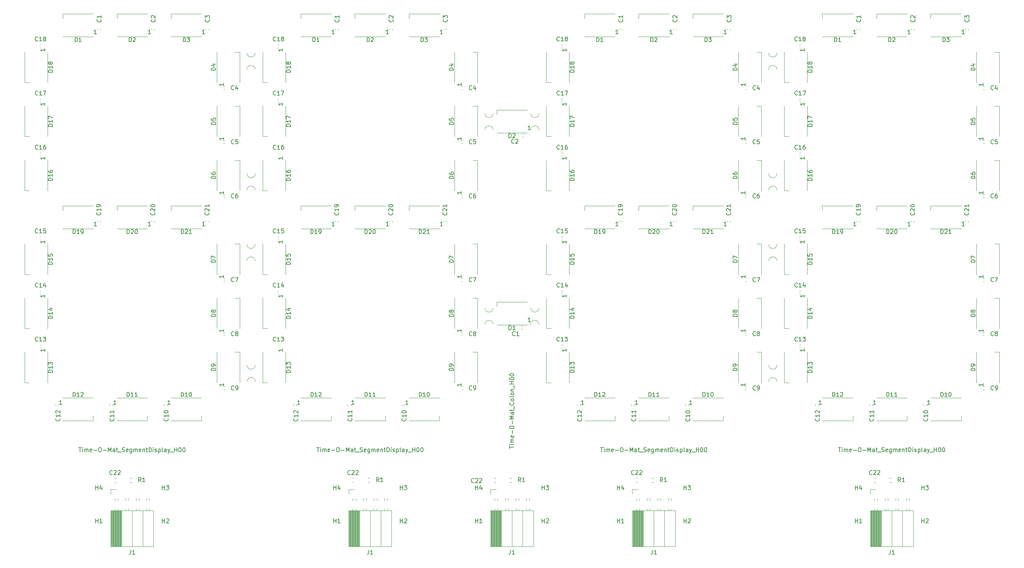
<source format=gbr>
%TF.GenerationSoftware,KiCad,Pcbnew,(6.0.1)*%
%TF.CreationDate,2022-01-22T16:29:31+01:00*%
%TF.ProjectId,Four segments and colon,466f7572-2073-4656-976d-656e74732061,rev?*%
%TF.SameCoordinates,Original*%
%TF.FileFunction,Legend,Top*%
%TF.FilePolarity,Positive*%
%FSLAX46Y46*%
G04 Gerber Fmt 4.6, Leading zero omitted, Abs format (unit mm)*
G04 Created by KiCad (PCBNEW (6.0.1)) date 2022-01-22 16:29:31*
%MOMM*%
%LPD*%
G01*
G04 APERTURE LIST*
%ADD10C,0.150000*%
%ADD11C,0.120000*%
%ADD12C,0.100000*%
G04 APERTURE END LIST*
D10*
X214461561Y-122702380D02*
X215032989Y-122702380D01*
X214747275Y-123702380D02*
X214747275Y-122702380D01*
X215366323Y-123702380D02*
X215366323Y-123035714D01*
X215366323Y-122702380D02*
X215318704Y-122750000D01*
X215366323Y-122797619D01*
X215413942Y-122750000D01*
X215366323Y-122702380D01*
X215366323Y-122797619D01*
X215842513Y-123702380D02*
X215842513Y-123035714D01*
X215842513Y-123130952D02*
X215890132Y-123083333D01*
X215985370Y-123035714D01*
X216128227Y-123035714D01*
X216223465Y-123083333D01*
X216271085Y-123178571D01*
X216271085Y-123702380D01*
X216271085Y-123178571D02*
X216318704Y-123083333D01*
X216413942Y-123035714D01*
X216556799Y-123035714D01*
X216652037Y-123083333D01*
X216699656Y-123178571D01*
X216699656Y-123702380D01*
X217556799Y-123654761D02*
X217461561Y-123702380D01*
X217271085Y-123702380D01*
X217175846Y-123654761D01*
X217128227Y-123559523D01*
X217128227Y-123178571D01*
X217175846Y-123083333D01*
X217271085Y-123035714D01*
X217461561Y-123035714D01*
X217556799Y-123083333D01*
X217604418Y-123178571D01*
X217604418Y-123273809D01*
X217128227Y-123369047D01*
X218032989Y-123321428D02*
X218794894Y-123321428D01*
X219461561Y-122702380D02*
X219652037Y-122702380D01*
X219747275Y-122750000D01*
X219842513Y-122845238D01*
X219890132Y-123035714D01*
X219890132Y-123369047D01*
X219842513Y-123559523D01*
X219747275Y-123654761D01*
X219652037Y-123702380D01*
X219461561Y-123702380D01*
X219366323Y-123654761D01*
X219271085Y-123559523D01*
X219223465Y-123369047D01*
X219223465Y-123035714D01*
X219271085Y-122845238D01*
X219366323Y-122750000D01*
X219461561Y-122702380D01*
X220318704Y-123321428D02*
X221080608Y-123321428D01*
X221556799Y-123702380D02*
X221556799Y-122702380D01*
X221890132Y-123416666D01*
X222223465Y-122702380D01*
X222223465Y-123702380D01*
X223128227Y-123702380D02*
X223128227Y-123178571D01*
X223080608Y-123083333D01*
X222985370Y-123035714D01*
X222794894Y-123035714D01*
X222699656Y-123083333D01*
X223128227Y-123654761D02*
X223032989Y-123702380D01*
X222794894Y-123702380D01*
X222699656Y-123654761D01*
X222652037Y-123559523D01*
X222652037Y-123464285D01*
X222699656Y-123369047D01*
X222794894Y-123321428D01*
X223032989Y-123321428D01*
X223128227Y-123273809D01*
X223461561Y-123035714D02*
X223842513Y-123035714D01*
X223604418Y-122702380D02*
X223604418Y-123559523D01*
X223652037Y-123654761D01*
X223747275Y-123702380D01*
X223842513Y-123702380D01*
X223937751Y-123797619D02*
X224699656Y-123797619D01*
X224890132Y-123654761D02*
X225032989Y-123702380D01*
X225271085Y-123702380D01*
X225366323Y-123654761D01*
X225413942Y-123607142D01*
X225461561Y-123511904D01*
X225461561Y-123416666D01*
X225413942Y-123321428D01*
X225366323Y-123273809D01*
X225271085Y-123226190D01*
X225080608Y-123178571D01*
X224985370Y-123130952D01*
X224937751Y-123083333D01*
X224890132Y-122988095D01*
X224890132Y-122892857D01*
X224937751Y-122797619D01*
X224985370Y-122750000D01*
X225080608Y-122702380D01*
X225318704Y-122702380D01*
X225461561Y-122750000D01*
X226271085Y-123654761D02*
X226175846Y-123702380D01*
X225985370Y-123702380D01*
X225890132Y-123654761D01*
X225842513Y-123559523D01*
X225842513Y-123178571D01*
X225890132Y-123083333D01*
X225985370Y-123035714D01*
X226175846Y-123035714D01*
X226271085Y-123083333D01*
X226318704Y-123178571D01*
X226318704Y-123273809D01*
X225842513Y-123369047D01*
X227175846Y-123035714D02*
X227175846Y-123845238D01*
X227128227Y-123940476D01*
X227080608Y-123988095D01*
X226985370Y-124035714D01*
X226842513Y-124035714D01*
X226747275Y-123988095D01*
X227175846Y-123654761D02*
X227080608Y-123702380D01*
X226890132Y-123702380D01*
X226794894Y-123654761D01*
X226747275Y-123607142D01*
X226699656Y-123511904D01*
X226699656Y-123226190D01*
X226747275Y-123130952D01*
X226794894Y-123083333D01*
X226890132Y-123035714D01*
X227080608Y-123035714D01*
X227175846Y-123083333D01*
X227652037Y-123702380D02*
X227652037Y-123035714D01*
X227652037Y-123130952D02*
X227699656Y-123083333D01*
X227794894Y-123035714D01*
X227937751Y-123035714D01*
X228032989Y-123083333D01*
X228080608Y-123178571D01*
X228080608Y-123702380D01*
X228080608Y-123178571D02*
X228128227Y-123083333D01*
X228223465Y-123035714D01*
X228366323Y-123035714D01*
X228461561Y-123083333D01*
X228509180Y-123178571D01*
X228509180Y-123702380D01*
X229366323Y-123654761D02*
X229271085Y-123702380D01*
X229080608Y-123702380D01*
X228985370Y-123654761D01*
X228937751Y-123559523D01*
X228937751Y-123178571D01*
X228985370Y-123083333D01*
X229080608Y-123035714D01*
X229271085Y-123035714D01*
X229366323Y-123083333D01*
X229413942Y-123178571D01*
X229413942Y-123273809D01*
X228937751Y-123369047D01*
X229842513Y-123035714D02*
X229842513Y-123702380D01*
X229842513Y-123130952D02*
X229890132Y-123083333D01*
X229985370Y-123035714D01*
X230128227Y-123035714D01*
X230223465Y-123083333D01*
X230271085Y-123178571D01*
X230271085Y-123702380D01*
X230604418Y-123035714D02*
X230985370Y-123035714D01*
X230747275Y-122702380D02*
X230747275Y-123559523D01*
X230794894Y-123654761D01*
X230890132Y-123702380D01*
X230985370Y-123702380D01*
X231318704Y-123702380D02*
X231318704Y-122702380D01*
X231556799Y-122702380D01*
X231699656Y-122750000D01*
X231794894Y-122845238D01*
X231842513Y-122940476D01*
X231890132Y-123130952D01*
X231890132Y-123273809D01*
X231842513Y-123464285D01*
X231794894Y-123559523D01*
X231699656Y-123654761D01*
X231556799Y-123702380D01*
X231318704Y-123702380D01*
X232318704Y-123702380D02*
X232318704Y-123035714D01*
X232318704Y-122702380D02*
X232271085Y-122750000D01*
X232318704Y-122797619D01*
X232366323Y-122750000D01*
X232318704Y-122702380D01*
X232318704Y-122797619D01*
X232747275Y-123654761D02*
X232842513Y-123702380D01*
X233032989Y-123702380D01*
X233128227Y-123654761D01*
X233175846Y-123559523D01*
X233175846Y-123511904D01*
X233128227Y-123416666D01*
X233032989Y-123369047D01*
X232890132Y-123369047D01*
X232794894Y-123321428D01*
X232747275Y-123226190D01*
X232747275Y-123178571D01*
X232794894Y-123083333D01*
X232890132Y-123035714D01*
X233032989Y-123035714D01*
X233128227Y-123083333D01*
X233604418Y-123035714D02*
X233604418Y-124035714D01*
X233604418Y-123083333D02*
X233699656Y-123035714D01*
X233890132Y-123035714D01*
X233985370Y-123083333D01*
X234032989Y-123130952D01*
X234080608Y-123226190D01*
X234080608Y-123511904D01*
X234032989Y-123607142D01*
X233985370Y-123654761D01*
X233890132Y-123702380D01*
X233699656Y-123702380D01*
X233604418Y-123654761D01*
X234652037Y-123702380D02*
X234556799Y-123654761D01*
X234509180Y-123559523D01*
X234509180Y-122702380D01*
X235461561Y-123702380D02*
X235461561Y-123178571D01*
X235413942Y-123083333D01*
X235318704Y-123035714D01*
X235128227Y-123035714D01*
X235032989Y-123083333D01*
X235461561Y-123654761D02*
X235366323Y-123702380D01*
X235128227Y-123702380D01*
X235032989Y-123654761D01*
X234985370Y-123559523D01*
X234985370Y-123464285D01*
X235032989Y-123369047D01*
X235128227Y-123321428D01*
X235366323Y-123321428D01*
X235461561Y-123273809D01*
X235842513Y-123035714D02*
X236080608Y-123702380D01*
X236318704Y-123035714D02*
X236080608Y-123702380D01*
X235985370Y-123940476D01*
X235937751Y-123988095D01*
X235842513Y-124035714D01*
X236461561Y-123797619D02*
X237223465Y-123797619D01*
X237461561Y-123702380D02*
X237461561Y-122702380D01*
X237461561Y-123178571D02*
X238032989Y-123178571D01*
X238032989Y-123702380D02*
X238032989Y-122702380D01*
X238699656Y-122702380D02*
X238794894Y-122702380D01*
X238890132Y-122750000D01*
X238937751Y-122797619D01*
X238985370Y-122892857D01*
X239032989Y-123083333D01*
X239032989Y-123321428D01*
X238985370Y-123511904D01*
X238937751Y-123607142D01*
X238890132Y-123654761D01*
X238794894Y-123702380D01*
X238699656Y-123702380D01*
X238604418Y-123654761D01*
X238556799Y-123607142D01*
X238509180Y-123511904D01*
X238461561Y-123321428D01*
X238461561Y-123083333D01*
X238509180Y-122892857D01*
X238556799Y-122797619D01*
X238604418Y-122750000D01*
X238699656Y-122702380D01*
X239652037Y-122702380D02*
X239747275Y-122702380D01*
X239842513Y-122750000D01*
X239890132Y-122797619D01*
X239937751Y-122892857D01*
X239985370Y-123083333D01*
X239985370Y-123321428D01*
X239937751Y-123511904D01*
X239890132Y-123607142D01*
X239842513Y-123654761D01*
X239747275Y-123702380D01*
X239652037Y-123702380D01*
X239556799Y-123654761D01*
X239509180Y-123607142D01*
X239461561Y-123511904D01*
X239413942Y-123321428D01*
X239413942Y-123083333D01*
X239461561Y-122892857D01*
X239509180Y-122797619D01*
X239556799Y-122750000D01*
X239652037Y-122702380D01*
X32070476Y-122702380D02*
X32641904Y-122702380D01*
X32356190Y-123702380D02*
X32356190Y-122702380D01*
X32975238Y-123702380D02*
X32975238Y-123035714D01*
X32975238Y-122702380D02*
X32927619Y-122750000D01*
X32975238Y-122797619D01*
X33022857Y-122750000D01*
X32975238Y-122702380D01*
X32975238Y-122797619D01*
X33451428Y-123702380D02*
X33451428Y-123035714D01*
X33451428Y-123130952D02*
X33499047Y-123083333D01*
X33594285Y-123035714D01*
X33737142Y-123035714D01*
X33832380Y-123083333D01*
X33880000Y-123178571D01*
X33880000Y-123702380D01*
X33880000Y-123178571D02*
X33927619Y-123083333D01*
X34022857Y-123035714D01*
X34165714Y-123035714D01*
X34260952Y-123083333D01*
X34308571Y-123178571D01*
X34308571Y-123702380D01*
X35165714Y-123654761D02*
X35070476Y-123702380D01*
X34880000Y-123702380D01*
X34784761Y-123654761D01*
X34737142Y-123559523D01*
X34737142Y-123178571D01*
X34784761Y-123083333D01*
X34880000Y-123035714D01*
X35070476Y-123035714D01*
X35165714Y-123083333D01*
X35213333Y-123178571D01*
X35213333Y-123273809D01*
X34737142Y-123369047D01*
X35641904Y-123321428D02*
X36403809Y-123321428D01*
X37070476Y-122702380D02*
X37260952Y-122702380D01*
X37356190Y-122750000D01*
X37451428Y-122845238D01*
X37499047Y-123035714D01*
X37499047Y-123369047D01*
X37451428Y-123559523D01*
X37356190Y-123654761D01*
X37260952Y-123702380D01*
X37070476Y-123702380D01*
X36975238Y-123654761D01*
X36880000Y-123559523D01*
X36832380Y-123369047D01*
X36832380Y-123035714D01*
X36880000Y-122845238D01*
X36975238Y-122750000D01*
X37070476Y-122702380D01*
X37927619Y-123321428D02*
X38689523Y-123321428D01*
X39165714Y-123702380D02*
X39165714Y-122702380D01*
X39499047Y-123416666D01*
X39832380Y-122702380D01*
X39832380Y-123702380D01*
X40737142Y-123702380D02*
X40737142Y-123178571D01*
X40689523Y-123083333D01*
X40594285Y-123035714D01*
X40403809Y-123035714D01*
X40308571Y-123083333D01*
X40737142Y-123654761D02*
X40641904Y-123702380D01*
X40403809Y-123702380D01*
X40308571Y-123654761D01*
X40260952Y-123559523D01*
X40260952Y-123464285D01*
X40308571Y-123369047D01*
X40403809Y-123321428D01*
X40641904Y-123321428D01*
X40737142Y-123273809D01*
X41070476Y-123035714D02*
X41451428Y-123035714D01*
X41213333Y-122702380D02*
X41213333Y-123559523D01*
X41260952Y-123654761D01*
X41356190Y-123702380D01*
X41451428Y-123702380D01*
X41546666Y-123797619D02*
X42308571Y-123797619D01*
X42499047Y-123654761D02*
X42641904Y-123702380D01*
X42879999Y-123702380D01*
X42975238Y-123654761D01*
X43022857Y-123607142D01*
X43070476Y-123511904D01*
X43070476Y-123416666D01*
X43022857Y-123321428D01*
X42975238Y-123273809D01*
X42879999Y-123226190D01*
X42689523Y-123178571D01*
X42594285Y-123130952D01*
X42546666Y-123083333D01*
X42499047Y-122988095D01*
X42499047Y-122892857D01*
X42546666Y-122797619D01*
X42594285Y-122750000D01*
X42689523Y-122702380D01*
X42927619Y-122702380D01*
X43070476Y-122750000D01*
X43879999Y-123654761D02*
X43784761Y-123702380D01*
X43594285Y-123702380D01*
X43499047Y-123654761D01*
X43451428Y-123559523D01*
X43451428Y-123178571D01*
X43499047Y-123083333D01*
X43594285Y-123035714D01*
X43784761Y-123035714D01*
X43879999Y-123083333D01*
X43927619Y-123178571D01*
X43927619Y-123273809D01*
X43451428Y-123369047D01*
X44784761Y-123035714D02*
X44784761Y-123845238D01*
X44737142Y-123940476D01*
X44689523Y-123988095D01*
X44594285Y-124035714D01*
X44451428Y-124035714D01*
X44356190Y-123988095D01*
X44784761Y-123654761D02*
X44689523Y-123702380D01*
X44499047Y-123702380D01*
X44403809Y-123654761D01*
X44356190Y-123607142D01*
X44308571Y-123511904D01*
X44308571Y-123226190D01*
X44356190Y-123130952D01*
X44403809Y-123083333D01*
X44499047Y-123035714D01*
X44689523Y-123035714D01*
X44784761Y-123083333D01*
X45260952Y-123702380D02*
X45260952Y-123035714D01*
X45260952Y-123130952D02*
X45308571Y-123083333D01*
X45403809Y-123035714D01*
X45546666Y-123035714D01*
X45641904Y-123083333D01*
X45689523Y-123178571D01*
X45689523Y-123702380D01*
X45689523Y-123178571D02*
X45737142Y-123083333D01*
X45832380Y-123035714D01*
X45975238Y-123035714D01*
X46070476Y-123083333D01*
X46118095Y-123178571D01*
X46118095Y-123702380D01*
X46975238Y-123654761D02*
X46879999Y-123702380D01*
X46689523Y-123702380D01*
X46594285Y-123654761D01*
X46546666Y-123559523D01*
X46546666Y-123178571D01*
X46594285Y-123083333D01*
X46689523Y-123035714D01*
X46879999Y-123035714D01*
X46975238Y-123083333D01*
X47022857Y-123178571D01*
X47022857Y-123273809D01*
X46546666Y-123369047D01*
X47451428Y-123035714D02*
X47451428Y-123702380D01*
X47451428Y-123130952D02*
X47499047Y-123083333D01*
X47594285Y-123035714D01*
X47737142Y-123035714D01*
X47832380Y-123083333D01*
X47879999Y-123178571D01*
X47879999Y-123702380D01*
X48213333Y-123035714D02*
X48594285Y-123035714D01*
X48356190Y-122702380D02*
X48356190Y-123559523D01*
X48403809Y-123654761D01*
X48499047Y-123702380D01*
X48594285Y-123702380D01*
X48927619Y-123702380D02*
X48927619Y-122702380D01*
X49165714Y-122702380D01*
X49308571Y-122750000D01*
X49403809Y-122845238D01*
X49451428Y-122940476D01*
X49499047Y-123130952D01*
X49499047Y-123273809D01*
X49451428Y-123464285D01*
X49403809Y-123559523D01*
X49308571Y-123654761D01*
X49165714Y-123702380D01*
X48927619Y-123702380D01*
X49927619Y-123702380D02*
X49927619Y-123035714D01*
X49927619Y-122702380D02*
X49879999Y-122750000D01*
X49927619Y-122797619D01*
X49975238Y-122750000D01*
X49927619Y-122702380D01*
X49927619Y-122797619D01*
X50356190Y-123654761D02*
X50451428Y-123702380D01*
X50641904Y-123702380D01*
X50737142Y-123654761D01*
X50784761Y-123559523D01*
X50784761Y-123511904D01*
X50737142Y-123416666D01*
X50641904Y-123369047D01*
X50499047Y-123369047D01*
X50403809Y-123321428D01*
X50356190Y-123226190D01*
X50356190Y-123178571D01*
X50403809Y-123083333D01*
X50499047Y-123035714D01*
X50641904Y-123035714D01*
X50737142Y-123083333D01*
X51213333Y-123035714D02*
X51213333Y-124035714D01*
X51213333Y-123083333D02*
X51308571Y-123035714D01*
X51499047Y-123035714D01*
X51594285Y-123083333D01*
X51641904Y-123130952D01*
X51689523Y-123226190D01*
X51689523Y-123511904D01*
X51641904Y-123607142D01*
X51594285Y-123654761D01*
X51499047Y-123702380D01*
X51308571Y-123702380D01*
X51213333Y-123654761D01*
X52260952Y-123702380D02*
X52165714Y-123654761D01*
X52118095Y-123559523D01*
X52118095Y-122702380D01*
X53070476Y-123702380D02*
X53070476Y-123178571D01*
X53022857Y-123083333D01*
X52927619Y-123035714D01*
X52737142Y-123035714D01*
X52641904Y-123083333D01*
X53070476Y-123654761D02*
X52975238Y-123702380D01*
X52737142Y-123702380D01*
X52641904Y-123654761D01*
X52594285Y-123559523D01*
X52594285Y-123464285D01*
X52641904Y-123369047D01*
X52737142Y-123321428D01*
X52975238Y-123321428D01*
X53070476Y-123273809D01*
X53451428Y-123035714D02*
X53689523Y-123702380D01*
X53927619Y-123035714D02*
X53689523Y-123702380D01*
X53594285Y-123940476D01*
X53546666Y-123988095D01*
X53451428Y-124035714D01*
X54070476Y-123797619D02*
X54832380Y-123797619D01*
X55070476Y-123702380D02*
X55070476Y-122702380D01*
X55070476Y-123178571D02*
X55641904Y-123178571D01*
X55641904Y-123702380D02*
X55641904Y-122702380D01*
X56308571Y-122702380D02*
X56403809Y-122702380D01*
X56499047Y-122750000D01*
X56546666Y-122797619D01*
X56594285Y-122892857D01*
X56641904Y-123083333D01*
X56641904Y-123321428D01*
X56594285Y-123511904D01*
X56546666Y-123607142D01*
X56499047Y-123654761D01*
X56403809Y-123702380D01*
X56308571Y-123702380D01*
X56213333Y-123654761D01*
X56165714Y-123607142D01*
X56118095Y-123511904D01*
X56070476Y-123321428D01*
X56070476Y-123083333D01*
X56118095Y-122892857D01*
X56165714Y-122797619D01*
X56213333Y-122750000D01*
X56308571Y-122702380D01*
X57260952Y-122702380D02*
X57356190Y-122702380D01*
X57451428Y-122750000D01*
X57499047Y-122797619D01*
X57546666Y-122892857D01*
X57594285Y-123083333D01*
X57594285Y-123321428D01*
X57546666Y-123511904D01*
X57499047Y-123607142D01*
X57451428Y-123654761D01*
X57356190Y-123702380D01*
X57260952Y-123702380D01*
X57165714Y-123654761D01*
X57118095Y-123607142D01*
X57070476Y-123511904D01*
X57022857Y-123321428D01*
X57022857Y-123083333D01*
X57070476Y-122892857D01*
X57118095Y-122797619D01*
X57165714Y-122750000D01*
X57260952Y-122702380D01*
X89201876Y-122702380D02*
X89773304Y-122702380D01*
X89487590Y-123702380D02*
X89487590Y-122702380D01*
X90106638Y-123702380D02*
X90106638Y-123035714D01*
X90106638Y-122702380D02*
X90059019Y-122750000D01*
X90106638Y-122797619D01*
X90154257Y-122750000D01*
X90106638Y-122702380D01*
X90106638Y-122797619D01*
X90582828Y-123702380D02*
X90582828Y-123035714D01*
X90582828Y-123130952D02*
X90630447Y-123083333D01*
X90725685Y-123035714D01*
X90868542Y-123035714D01*
X90963780Y-123083333D01*
X91011400Y-123178571D01*
X91011400Y-123702380D01*
X91011400Y-123178571D02*
X91059019Y-123083333D01*
X91154257Y-123035714D01*
X91297114Y-123035714D01*
X91392352Y-123083333D01*
X91439971Y-123178571D01*
X91439971Y-123702380D01*
X92297114Y-123654761D02*
X92201876Y-123702380D01*
X92011400Y-123702380D01*
X91916161Y-123654761D01*
X91868542Y-123559523D01*
X91868542Y-123178571D01*
X91916161Y-123083333D01*
X92011400Y-123035714D01*
X92201876Y-123035714D01*
X92297114Y-123083333D01*
X92344733Y-123178571D01*
X92344733Y-123273809D01*
X91868542Y-123369047D01*
X92773304Y-123321428D02*
X93535209Y-123321428D01*
X94201876Y-122702380D02*
X94392352Y-122702380D01*
X94487590Y-122750000D01*
X94582828Y-122845238D01*
X94630447Y-123035714D01*
X94630447Y-123369047D01*
X94582828Y-123559523D01*
X94487590Y-123654761D01*
X94392352Y-123702380D01*
X94201876Y-123702380D01*
X94106638Y-123654761D01*
X94011400Y-123559523D01*
X93963780Y-123369047D01*
X93963780Y-123035714D01*
X94011400Y-122845238D01*
X94106638Y-122750000D01*
X94201876Y-122702380D01*
X95059019Y-123321428D02*
X95820923Y-123321428D01*
X96297114Y-123702380D02*
X96297114Y-122702380D01*
X96630447Y-123416666D01*
X96963780Y-122702380D01*
X96963780Y-123702380D01*
X97868542Y-123702380D02*
X97868542Y-123178571D01*
X97820923Y-123083333D01*
X97725685Y-123035714D01*
X97535209Y-123035714D01*
X97439971Y-123083333D01*
X97868542Y-123654761D02*
X97773304Y-123702380D01*
X97535209Y-123702380D01*
X97439971Y-123654761D01*
X97392352Y-123559523D01*
X97392352Y-123464285D01*
X97439971Y-123369047D01*
X97535209Y-123321428D01*
X97773304Y-123321428D01*
X97868542Y-123273809D01*
X98201876Y-123035714D02*
X98582828Y-123035714D01*
X98344733Y-122702380D02*
X98344733Y-123559523D01*
X98392352Y-123654761D01*
X98487590Y-123702380D01*
X98582828Y-123702380D01*
X98678066Y-123797619D02*
X99439971Y-123797619D01*
X99630447Y-123654761D02*
X99773304Y-123702380D01*
X100011399Y-123702380D01*
X100106638Y-123654761D01*
X100154257Y-123607142D01*
X100201876Y-123511904D01*
X100201876Y-123416666D01*
X100154257Y-123321428D01*
X100106638Y-123273809D01*
X100011399Y-123226190D01*
X99820923Y-123178571D01*
X99725685Y-123130952D01*
X99678066Y-123083333D01*
X99630447Y-122988095D01*
X99630447Y-122892857D01*
X99678066Y-122797619D01*
X99725685Y-122750000D01*
X99820923Y-122702380D01*
X100059019Y-122702380D01*
X100201876Y-122750000D01*
X101011399Y-123654761D02*
X100916161Y-123702380D01*
X100725685Y-123702380D01*
X100630447Y-123654761D01*
X100582828Y-123559523D01*
X100582828Y-123178571D01*
X100630447Y-123083333D01*
X100725685Y-123035714D01*
X100916161Y-123035714D01*
X101011399Y-123083333D01*
X101059019Y-123178571D01*
X101059019Y-123273809D01*
X100582828Y-123369047D01*
X101916161Y-123035714D02*
X101916161Y-123845238D01*
X101868542Y-123940476D01*
X101820923Y-123988095D01*
X101725685Y-124035714D01*
X101582828Y-124035714D01*
X101487590Y-123988095D01*
X101916161Y-123654761D02*
X101820923Y-123702380D01*
X101630447Y-123702380D01*
X101535209Y-123654761D01*
X101487590Y-123607142D01*
X101439971Y-123511904D01*
X101439971Y-123226190D01*
X101487590Y-123130952D01*
X101535209Y-123083333D01*
X101630447Y-123035714D01*
X101820923Y-123035714D01*
X101916161Y-123083333D01*
X102392352Y-123702380D02*
X102392352Y-123035714D01*
X102392352Y-123130952D02*
X102439971Y-123083333D01*
X102535209Y-123035714D01*
X102678066Y-123035714D01*
X102773304Y-123083333D01*
X102820923Y-123178571D01*
X102820923Y-123702380D01*
X102820923Y-123178571D02*
X102868542Y-123083333D01*
X102963780Y-123035714D01*
X103106638Y-123035714D01*
X103201876Y-123083333D01*
X103249495Y-123178571D01*
X103249495Y-123702380D01*
X104106638Y-123654761D02*
X104011399Y-123702380D01*
X103820923Y-123702380D01*
X103725685Y-123654761D01*
X103678066Y-123559523D01*
X103678066Y-123178571D01*
X103725685Y-123083333D01*
X103820923Y-123035714D01*
X104011399Y-123035714D01*
X104106638Y-123083333D01*
X104154257Y-123178571D01*
X104154257Y-123273809D01*
X103678066Y-123369047D01*
X104582828Y-123035714D02*
X104582828Y-123702380D01*
X104582828Y-123130952D02*
X104630447Y-123083333D01*
X104725685Y-123035714D01*
X104868542Y-123035714D01*
X104963780Y-123083333D01*
X105011399Y-123178571D01*
X105011399Y-123702380D01*
X105344733Y-123035714D02*
X105725685Y-123035714D01*
X105487590Y-122702380D02*
X105487590Y-123559523D01*
X105535209Y-123654761D01*
X105630447Y-123702380D01*
X105725685Y-123702380D01*
X106059019Y-123702380D02*
X106059019Y-122702380D01*
X106297114Y-122702380D01*
X106439971Y-122750000D01*
X106535209Y-122845238D01*
X106582828Y-122940476D01*
X106630447Y-123130952D01*
X106630447Y-123273809D01*
X106582828Y-123464285D01*
X106535209Y-123559523D01*
X106439971Y-123654761D01*
X106297114Y-123702380D01*
X106059019Y-123702380D01*
X107059019Y-123702380D02*
X107059019Y-123035714D01*
X107059019Y-122702380D02*
X107011399Y-122750000D01*
X107059019Y-122797619D01*
X107106638Y-122750000D01*
X107059019Y-122702380D01*
X107059019Y-122797619D01*
X107487590Y-123654761D02*
X107582828Y-123702380D01*
X107773304Y-123702380D01*
X107868542Y-123654761D01*
X107916161Y-123559523D01*
X107916161Y-123511904D01*
X107868542Y-123416666D01*
X107773304Y-123369047D01*
X107630447Y-123369047D01*
X107535209Y-123321428D01*
X107487590Y-123226190D01*
X107487590Y-123178571D01*
X107535209Y-123083333D01*
X107630447Y-123035714D01*
X107773304Y-123035714D01*
X107868542Y-123083333D01*
X108344733Y-123035714D02*
X108344733Y-124035714D01*
X108344733Y-123083333D02*
X108439971Y-123035714D01*
X108630447Y-123035714D01*
X108725685Y-123083333D01*
X108773304Y-123130952D01*
X108820923Y-123226190D01*
X108820923Y-123511904D01*
X108773304Y-123607142D01*
X108725685Y-123654761D01*
X108630447Y-123702380D01*
X108439971Y-123702380D01*
X108344733Y-123654761D01*
X109392352Y-123702380D02*
X109297114Y-123654761D01*
X109249495Y-123559523D01*
X109249495Y-122702380D01*
X110201876Y-123702380D02*
X110201876Y-123178571D01*
X110154257Y-123083333D01*
X110059019Y-123035714D01*
X109868542Y-123035714D01*
X109773304Y-123083333D01*
X110201876Y-123654761D02*
X110106638Y-123702380D01*
X109868542Y-123702380D01*
X109773304Y-123654761D01*
X109725685Y-123559523D01*
X109725685Y-123464285D01*
X109773304Y-123369047D01*
X109868542Y-123321428D01*
X110106638Y-123321428D01*
X110201876Y-123273809D01*
X110582828Y-123035714D02*
X110820923Y-123702380D01*
X111059019Y-123035714D02*
X110820923Y-123702380D01*
X110725685Y-123940476D01*
X110678066Y-123988095D01*
X110582828Y-124035714D01*
X111201876Y-123797619D02*
X111963780Y-123797619D01*
X112201876Y-123702380D02*
X112201876Y-122702380D01*
X112201876Y-123178571D02*
X112773304Y-123178571D01*
X112773304Y-123702380D02*
X112773304Y-122702380D01*
X113439971Y-122702380D02*
X113535209Y-122702380D01*
X113630447Y-122750000D01*
X113678066Y-122797619D01*
X113725685Y-122892857D01*
X113773304Y-123083333D01*
X113773304Y-123321428D01*
X113725685Y-123511904D01*
X113678066Y-123607142D01*
X113630447Y-123654761D01*
X113535209Y-123702380D01*
X113439971Y-123702380D01*
X113344733Y-123654761D01*
X113297114Y-123607142D01*
X113249495Y-123511904D01*
X113201876Y-123321428D01*
X113201876Y-123083333D01*
X113249495Y-122892857D01*
X113297114Y-122797619D01*
X113344733Y-122750000D01*
X113439971Y-122702380D01*
X114392352Y-122702380D02*
X114487590Y-122702380D01*
X114582828Y-122750000D01*
X114630447Y-122797619D01*
X114678066Y-122892857D01*
X114725685Y-123083333D01*
X114725685Y-123321428D01*
X114678066Y-123511904D01*
X114630447Y-123607142D01*
X114582828Y-123654761D01*
X114487590Y-123702380D01*
X114392352Y-123702380D01*
X114297114Y-123654761D01*
X114249495Y-123607142D01*
X114201876Y-123511904D01*
X114154257Y-123321428D01*
X114154257Y-123083333D01*
X114201876Y-122892857D01*
X114249495Y-122797619D01*
X114297114Y-122750000D01*
X114392352Y-122702380D01*
X135529381Y-122897619D02*
X135529381Y-122326190D01*
X136529381Y-122611904D02*
X135529381Y-122611904D01*
X136529381Y-121992857D02*
X135862715Y-121992857D01*
X135529381Y-121992857D02*
X135577001Y-122040476D01*
X135624620Y-121992857D01*
X135577001Y-121945238D01*
X135529381Y-121992857D01*
X135624620Y-121992857D01*
X136529381Y-121516666D02*
X135862715Y-121516666D01*
X135957953Y-121516666D02*
X135910334Y-121469047D01*
X135862715Y-121373809D01*
X135862715Y-121230952D01*
X135910334Y-121135714D01*
X136005572Y-121088095D01*
X136529381Y-121088095D01*
X136005572Y-121088095D02*
X135910334Y-121040476D01*
X135862715Y-120945238D01*
X135862715Y-120802380D01*
X135910334Y-120707142D01*
X136005572Y-120659523D01*
X136529381Y-120659523D01*
X136481762Y-119802380D02*
X136529381Y-119897619D01*
X136529381Y-120088095D01*
X136481762Y-120183333D01*
X136386524Y-120230952D01*
X136005572Y-120230952D01*
X135910334Y-120183333D01*
X135862715Y-120088095D01*
X135862715Y-119897619D01*
X135910334Y-119802380D01*
X136005572Y-119754761D01*
X136100810Y-119754761D01*
X136196048Y-120230952D01*
X136148429Y-119326190D02*
X136148429Y-118564285D01*
X135529381Y-117897619D02*
X135529381Y-117707142D01*
X135577001Y-117611904D01*
X135672239Y-117516666D01*
X135862715Y-117469047D01*
X136196048Y-117469047D01*
X136386524Y-117516666D01*
X136481762Y-117611904D01*
X136529381Y-117707142D01*
X136529381Y-117897619D01*
X136481762Y-117992857D01*
X136386524Y-118088095D01*
X136196048Y-118135714D01*
X135862715Y-118135714D01*
X135672239Y-118088095D01*
X135577001Y-117992857D01*
X135529381Y-117897619D01*
X136148429Y-117040476D02*
X136148429Y-116278571D01*
X136529381Y-115802380D02*
X135529381Y-115802380D01*
X136243667Y-115469047D01*
X135529381Y-115135714D01*
X136529381Y-115135714D01*
X136529381Y-114230952D02*
X136005572Y-114230952D01*
X135910334Y-114278571D01*
X135862715Y-114373809D01*
X135862715Y-114564285D01*
X135910334Y-114659523D01*
X136481762Y-114230952D02*
X136529381Y-114326190D01*
X136529381Y-114564285D01*
X136481762Y-114659523D01*
X136386524Y-114707142D01*
X136291286Y-114707142D01*
X136196048Y-114659523D01*
X136148429Y-114564285D01*
X136148429Y-114326190D01*
X136100810Y-114230952D01*
X135862715Y-113897619D02*
X135862715Y-113516666D01*
X135529381Y-113754761D02*
X136386524Y-113754761D01*
X136481762Y-113707142D01*
X136529381Y-113611904D01*
X136529381Y-113516666D01*
X136624620Y-113421428D02*
X136624620Y-112659523D01*
X136434143Y-111850000D02*
X136481762Y-111897619D01*
X136529381Y-112040476D01*
X136529381Y-112135714D01*
X136481762Y-112278571D01*
X136386524Y-112373809D01*
X136291286Y-112421428D01*
X136100810Y-112469047D01*
X135957953Y-112469047D01*
X135767477Y-112421428D01*
X135672239Y-112373809D01*
X135577001Y-112278571D01*
X135529381Y-112135714D01*
X135529381Y-112040476D01*
X135577001Y-111897619D01*
X135624620Y-111850000D01*
X136529381Y-111278571D02*
X136481762Y-111373809D01*
X136434143Y-111421428D01*
X136338905Y-111469047D01*
X136053191Y-111469047D01*
X135957953Y-111421428D01*
X135910334Y-111373809D01*
X135862715Y-111278571D01*
X135862715Y-111135714D01*
X135910334Y-111040476D01*
X135957953Y-110992857D01*
X136053191Y-110945238D01*
X136338905Y-110945238D01*
X136434143Y-110992857D01*
X136481762Y-111040476D01*
X136529381Y-111135714D01*
X136529381Y-111278571D01*
X136529381Y-110373809D02*
X136481762Y-110469047D01*
X136386524Y-110516666D01*
X135529381Y-110516666D01*
X136529381Y-109850000D02*
X136481762Y-109945238D01*
X136434143Y-109992857D01*
X136338905Y-110040476D01*
X136053191Y-110040476D01*
X135957953Y-109992857D01*
X135910334Y-109945238D01*
X135862715Y-109850000D01*
X135862715Y-109707142D01*
X135910334Y-109611904D01*
X135957953Y-109564285D01*
X136053191Y-109516666D01*
X136338905Y-109516666D01*
X136434143Y-109564285D01*
X136481762Y-109611904D01*
X136529381Y-109707142D01*
X136529381Y-109850000D01*
X135862715Y-109088095D02*
X136529381Y-109088095D01*
X135957953Y-109088095D02*
X135910334Y-109040476D01*
X135862715Y-108945238D01*
X135862715Y-108802380D01*
X135910334Y-108707142D01*
X136005572Y-108659523D01*
X136529381Y-108659523D01*
X136624620Y-108421428D02*
X136624620Y-107659523D01*
X136529381Y-107421428D02*
X135529381Y-107421428D01*
X136005572Y-107421428D02*
X136005572Y-106850000D01*
X136529381Y-106850000D02*
X135529381Y-106850000D01*
X135529381Y-106183333D02*
X135529381Y-106088095D01*
X135577001Y-105992857D01*
X135624620Y-105945238D01*
X135719858Y-105897619D01*
X135910334Y-105850000D01*
X136148429Y-105850000D01*
X136338905Y-105897619D01*
X136434143Y-105945238D01*
X136481762Y-105992857D01*
X136529381Y-106088095D01*
X136529381Y-106183333D01*
X136481762Y-106278571D01*
X136434143Y-106326190D01*
X136338905Y-106373809D01*
X136148429Y-106421428D01*
X135910334Y-106421428D01*
X135719858Y-106373809D01*
X135624620Y-106326190D01*
X135577001Y-106278571D01*
X135529381Y-106183333D01*
X135529381Y-105230952D02*
X135529381Y-105135714D01*
X135577001Y-105040476D01*
X135624620Y-104992857D01*
X135719858Y-104945238D01*
X135910334Y-104897619D01*
X136148429Y-104897619D01*
X136338905Y-104945238D01*
X136434143Y-104992857D01*
X136481762Y-105040476D01*
X136529381Y-105135714D01*
X136529381Y-105230952D01*
X136481762Y-105326190D01*
X136434143Y-105373809D01*
X136338905Y-105421428D01*
X136148429Y-105469047D01*
X135910334Y-105469047D01*
X135719858Y-105421428D01*
X135624620Y-105373809D01*
X135577001Y-105326190D01*
X135529381Y-105230952D01*
X157330161Y-122702380D02*
X157901589Y-122702380D01*
X157615875Y-123702380D02*
X157615875Y-122702380D01*
X158234923Y-123702380D02*
X158234923Y-123035714D01*
X158234923Y-122702380D02*
X158187304Y-122750000D01*
X158234923Y-122797619D01*
X158282542Y-122750000D01*
X158234923Y-122702380D01*
X158234923Y-122797619D01*
X158711113Y-123702380D02*
X158711113Y-123035714D01*
X158711113Y-123130952D02*
X158758732Y-123083333D01*
X158853970Y-123035714D01*
X158996827Y-123035714D01*
X159092065Y-123083333D01*
X159139685Y-123178571D01*
X159139685Y-123702380D01*
X159139685Y-123178571D02*
X159187304Y-123083333D01*
X159282542Y-123035714D01*
X159425399Y-123035714D01*
X159520637Y-123083333D01*
X159568256Y-123178571D01*
X159568256Y-123702380D01*
X160425399Y-123654761D02*
X160330161Y-123702380D01*
X160139685Y-123702380D01*
X160044446Y-123654761D01*
X159996827Y-123559523D01*
X159996827Y-123178571D01*
X160044446Y-123083333D01*
X160139685Y-123035714D01*
X160330161Y-123035714D01*
X160425399Y-123083333D01*
X160473018Y-123178571D01*
X160473018Y-123273809D01*
X159996827Y-123369047D01*
X160901589Y-123321428D02*
X161663494Y-123321428D01*
X162330161Y-122702380D02*
X162520637Y-122702380D01*
X162615875Y-122750000D01*
X162711113Y-122845238D01*
X162758732Y-123035714D01*
X162758732Y-123369047D01*
X162711113Y-123559523D01*
X162615875Y-123654761D01*
X162520637Y-123702380D01*
X162330161Y-123702380D01*
X162234923Y-123654761D01*
X162139685Y-123559523D01*
X162092065Y-123369047D01*
X162092065Y-123035714D01*
X162139685Y-122845238D01*
X162234923Y-122750000D01*
X162330161Y-122702380D01*
X163187304Y-123321428D02*
X163949208Y-123321428D01*
X164425399Y-123702380D02*
X164425399Y-122702380D01*
X164758732Y-123416666D01*
X165092065Y-122702380D01*
X165092065Y-123702380D01*
X165996827Y-123702380D02*
X165996827Y-123178571D01*
X165949208Y-123083333D01*
X165853970Y-123035714D01*
X165663494Y-123035714D01*
X165568256Y-123083333D01*
X165996827Y-123654761D02*
X165901589Y-123702380D01*
X165663494Y-123702380D01*
X165568256Y-123654761D01*
X165520637Y-123559523D01*
X165520637Y-123464285D01*
X165568256Y-123369047D01*
X165663494Y-123321428D01*
X165901589Y-123321428D01*
X165996827Y-123273809D01*
X166330161Y-123035714D02*
X166711113Y-123035714D01*
X166473018Y-122702380D02*
X166473018Y-123559523D01*
X166520637Y-123654761D01*
X166615875Y-123702380D01*
X166711113Y-123702380D01*
X166806351Y-123797619D02*
X167568256Y-123797619D01*
X167758732Y-123654761D02*
X167901589Y-123702380D01*
X168139685Y-123702380D01*
X168234923Y-123654761D01*
X168282542Y-123607142D01*
X168330161Y-123511904D01*
X168330161Y-123416666D01*
X168282542Y-123321428D01*
X168234923Y-123273809D01*
X168139685Y-123226190D01*
X167949208Y-123178571D01*
X167853970Y-123130952D01*
X167806351Y-123083333D01*
X167758732Y-122988095D01*
X167758732Y-122892857D01*
X167806351Y-122797619D01*
X167853970Y-122750000D01*
X167949208Y-122702380D01*
X168187304Y-122702380D01*
X168330161Y-122750000D01*
X169139685Y-123654761D02*
X169044446Y-123702380D01*
X168853970Y-123702380D01*
X168758732Y-123654761D01*
X168711113Y-123559523D01*
X168711113Y-123178571D01*
X168758732Y-123083333D01*
X168853970Y-123035714D01*
X169044446Y-123035714D01*
X169139685Y-123083333D01*
X169187304Y-123178571D01*
X169187304Y-123273809D01*
X168711113Y-123369047D01*
X170044446Y-123035714D02*
X170044446Y-123845238D01*
X169996827Y-123940476D01*
X169949208Y-123988095D01*
X169853970Y-124035714D01*
X169711113Y-124035714D01*
X169615875Y-123988095D01*
X170044446Y-123654761D02*
X169949208Y-123702380D01*
X169758732Y-123702380D01*
X169663494Y-123654761D01*
X169615875Y-123607142D01*
X169568256Y-123511904D01*
X169568256Y-123226190D01*
X169615875Y-123130952D01*
X169663494Y-123083333D01*
X169758732Y-123035714D01*
X169949208Y-123035714D01*
X170044446Y-123083333D01*
X170520637Y-123702380D02*
X170520637Y-123035714D01*
X170520637Y-123130952D02*
X170568256Y-123083333D01*
X170663494Y-123035714D01*
X170806351Y-123035714D01*
X170901589Y-123083333D01*
X170949208Y-123178571D01*
X170949208Y-123702380D01*
X170949208Y-123178571D02*
X170996827Y-123083333D01*
X171092065Y-123035714D01*
X171234923Y-123035714D01*
X171330161Y-123083333D01*
X171377780Y-123178571D01*
X171377780Y-123702380D01*
X172234923Y-123654761D02*
X172139685Y-123702380D01*
X171949208Y-123702380D01*
X171853970Y-123654761D01*
X171806351Y-123559523D01*
X171806351Y-123178571D01*
X171853970Y-123083333D01*
X171949208Y-123035714D01*
X172139685Y-123035714D01*
X172234923Y-123083333D01*
X172282542Y-123178571D01*
X172282542Y-123273809D01*
X171806351Y-123369047D01*
X172711113Y-123035714D02*
X172711113Y-123702380D01*
X172711113Y-123130952D02*
X172758732Y-123083333D01*
X172853970Y-123035714D01*
X172996827Y-123035714D01*
X173092065Y-123083333D01*
X173139685Y-123178571D01*
X173139685Y-123702380D01*
X173473018Y-123035714D02*
X173853970Y-123035714D01*
X173615875Y-122702380D02*
X173615875Y-123559523D01*
X173663494Y-123654761D01*
X173758732Y-123702380D01*
X173853970Y-123702380D01*
X174187304Y-123702380D02*
X174187304Y-122702380D01*
X174425399Y-122702380D01*
X174568256Y-122750000D01*
X174663494Y-122845238D01*
X174711113Y-122940476D01*
X174758732Y-123130952D01*
X174758732Y-123273809D01*
X174711113Y-123464285D01*
X174663494Y-123559523D01*
X174568256Y-123654761D01*
X174425399Y-123702380D01*
X174187304Y-123702380D01*
X175187304Y-123702380D02*
X175187304Y-123035714D01*
X175187304Y-122702380D02*
X175139685Y-122750000D01*
X175187304Y-122797619D01*
X175234923Y-122750000D01*
X175187304Y-122702380D01*
X175187304Y-122797619D01*
X175615875Y-123654761D02*
X175711113Y-123702380D01*
X175901589Y-123702380D01*
X175996827Y-123654761D01*
X176044446Y-123559523D01*
X176044446Y-123511904D01*
X175996827Y-123416666D01*
X175901589Y-123369047D01*
X175758732Y-123369047D01*
X175663494Y-123321428D01*
X175615875Y-123226190D01*
X175615875Y-123178571D01*
X175663494Y-123083333D01*
X175758732Y-123035714D01*
X175901589Y-123035714D01*
X175996827Y-123083333D01*
X176473018Y-123035714D02*
X176473018Y-124035714D01*
X176473018Y-123083333D02*
X176568256Y-123035714D01*
X176758732Y-123035714D01*
X176853970Y-123083333D01*
X176901589Y-123130952D01*
X176949208Y-123226190D01*
X176949208Y-123511904D01*
X176901589Y-123607142D01*
X176853970Y-123654761D01*
X176758732Y-123702380D01*
X176568256Y-123702380D01*
X176473018Y-123654761D01*
X177520637Y-123702380D02*
X177425399Y-123654761D01*
X177377780Y-123559523D01*
X177377780Y-122702380D01*
X178330161Y-123702380D02*
X178330161Y-123178571D01*
X178282542Y-123083333D01*
X178187304Y-123035714D01*
X177996827Y-123035714D01*
X177901589Y-123083333D01*
X178330161Y-123654761D02*
X178234923Y-123702380D01*
X177996827Y-123702380D01*
X177901589Y-123654761D01*
X177853970Y-123559523D01*
X177853970Y-123464285D01*
X177901589Y-123369047D01*
X177996827Y-123321428D01*
X178234923Y-123321428D01*
X178330161Y-123273809D01*
X178711113Y-123035714D02*
X178949208Y-123702380D01*
X179187304Y-123035714D02*
X178949208Y-123702380D01*
X178853970Y-123940476D01*
X178806351Y-123988095D01*
X178711113Y-124035714D01*
X179330161Y-123797619D02*
X180092065Y-123797619D01*
X180330161Y-123702380D02*
X180330161Y-122702380D01*
X180330161Y-123178571D02*
X180901589Y-123178571D01*
X180901589Y-123702380D02*
X180901589Y-122702380D01*
X181568256Y-122702380D02*
X181663494Y-122702380D01*
X181758732Y-122750000D01*
X181806351Y-122797619D01*
X181853970Y-122892857D01*
X181901589Y-123083333D01*
X181901589Y-123321428D01*
X181853970Y-123511904D01*
X181806351Y-123607142D01*
X181758732Y-123654761D01*
X181663494Y-123702380D01*
X181568256Y-123702380D01*
X181473018Y-123654761D01*
X181425399Y-123607142D01*
X181377780Y-123511904D01*
X181330161Y-123321428D01*
X181330161Y-123083333D01*
X181377780Y-122892857D01*
X181425399Y-122797619D01*
X181473018Y-122750000D01*
X181568256Y-122702380D01*
X182520637Y-122702380D02*
X182615875Y-122702380D01*
X182711113Y-122750000D01*
X182758732Y-122797619D01*
X182806351Y-122892857D01*
X182853970Y-123083333D01*
X182853970Y-123321428D01*
X182806351Y-123511904D01*
X182758732Y-123607142D01*
X182711113Y-123654761D01*
X182615875Y-123702380D01*
X182520637Y-123702380D01*
X182425399Y-123654761D01*
X182377780Y-123607142D01*
X182330161Y-123511904D01*
X182282542Y-123321428D01*
X182282542Y-123083333D01*
X182330161Y-122892857D01*
X182377780Y-122797619D01*
X182425399Y-122750000D01*
X182520637Y-122702380D01*
%TO.C,C17*%
X147496827Y-37907142D02*
X147449208Y-37954761D01*
X147306351Y-38002380D01*
X147211113Y-38002380D01*
X147068256Y-37954761D01*
X146973018Y-37859523D01*
X146925399Y-37764285D01*
X146877780Y-37573809D01*
X146877780Y-37430952D01*
X146925399Y-37240476D01*
X146973018Y-37145238D01*
X147068256Y-37050000D01*
X147211113Y-37002380D01*
X147306351Y-37002380D01*
X147449208Y-37050000D01*
X147496827Y-37097619D01*
X148449208Y-38002380D02*
X147877780Y-38002380D01*
X148163494Y-38002380D02*
X148163494Y-37002380D01*
X148068256Y-37145238D01*
X147973018Y-37240476D01*
X147877780Y-37288095D01*
X148782542Y-37002380D02*
X149449208Y-37002380D01*
X149020637Y-38002380D01*
%TO.C,D19*%
X30665714Y-71302380D02*
X30665714Y-70302380D01*
X30903809Y-70302380D01*
X31046666Y-70350000D01*
X31141904Y-70445238D01*
X31189523Y-70540476D01*
X31237142Y-70730952D01*
X31237142Y-70873809D01*
X31189523Y-71064285D01*
X31141904Y-71159523D01*
X31046666Y-71254761D01*
X30903809Y-71302380D01*
X30665714Y-71302380D01*
X32189523Y-71302380D02*
X31618095Y-71302380D01*
X31903809Y-71302380D02*
X31903809Y-70302380D01*
X31808571Y-70445238D01*
X31713333Y-70540476D01*
X31618095Y-70588095D01*
X32665714Y-71302380D02*
X32856190Y-71302380D01*
X32951428Y-71254761D01*
X32999047Y-71207142D01*
X33094285Y-71064285D01*
X33141904Y-70873809D01*
X33141904Y-70492857D01*
X33094285Y-70397619D01*
X33046666Y-70350000D01*
X32951428Y-70302380D01*
X32760952Y-70302380D01*
X32665714Y-70350000D01*
X32618095Y-70397619D01*
X32570476Y-70492857D01*
X32570476Y-70730952D01*
X32618095Y-70826190D01*
X32665714Y-70873809D01*
X32760952Y-70921428D01*
X32951428Y-70921428D01*
X33046666Y-70873809D01*
X33094285Y-70826190D01*
X33141904Y-70730952D01*
X36315714Y-69402380D02*
X35744285Y-69402380D01*
X36030000Y-69402380D02*
X36030000Y-68402380D01*
X35934761Y-68545238D01*
X35839523Y-68640476D01*
X35744285Y-68688095D01*
%TO.C,C19*%
X162496827Y-66192857D02*
X162544446Y-66240476D01*
X162592065Y-66383333D01*
X162592065Y-66478571D01*
X162544446Y-66621428D01*
X162449208Y-66716666D01*
X162353970Y-66764285D01*
X162163494Y-66811904D01*
X162020637Y-66811904D01*
X161830161Y-66764285D01*
X161734923Y-66716666D01*
X161639685Y-66621428D01*
X161592065Y-66478571D01*
X161592065Y-66383333D01*
X161639685Y-66240476D01*
X161687304Y-66192857D01*
X162592065Y-65240476D02*
X162592065Y-65811904D01*
X162592065Y-65526190D02*
X161592065Y-65526190D01*
X161734923Y-65621428D01*
X161830161Y-65716666D01*
X161877780Y-65811904D01*
X162592065Y-64764285D02*
X162592065Y-64573809D01*
X162544446Y-64478571D01*
X162496827Y-64430952D01*
X162353970Y-64335714D01*
X162163494Y-64288095D01*
X161782542Y-64288095D01*
X161687304Y-64335714D01*
X161639685Y-64383333D01*
X161592065Y-64478571D01*
X161592065Y-64669047D01*
X161639685Y-64764285D01*
X161687304Y-64811904D01*
X161782542Y-64859523D01*
X162020637Y-64859523D01*
X162115875Y-64811904D01*
X162163494Y-64764285D01*
X162211113Y-64669047D01*
X162211113Y-64478571D01*
X162163494Y-64383333D01*
X162115875Y-64335714D01*
X162020637Y-64288095D01*
%TO.C,C2*%
X50337142Y-19816666D02*
X50384761Y-19864285D01*
X50432380Y-20007142D01*
X50432380Y-20102380D01*
X50384761Y-20245238D01*
X50289523Y-20340476D01*
X50194285Y-20388095D01*
X50003809Y-20435714D01*
X49860952Y-20435714D01*
X49670476Y-20388095D01*
X49575238Y-20340476D01*
X49480000Y-20245238D01*
X49432380Y-20102380D01*
X49432380Y-20007142D01*
X49480000Y-19864285D01*
X49527619Y-19816666D01*
X49527619Y-19435714D02*
X49480000Y-19388095D01*
X49432380Y-19292857D01*
X49432380Y-19054761D01*
X49480000Y-18959523D01*
X49527619Y-18911904D01*
X49622857Y-18864285D01*
X49718095Y-18864285D01*
X49860952Y-18911904D01*
X50432380Y-19483333D01*
X50432380Y-18864285D01*
%TO.C,D7*%
X190157750Y-78153780D02*
X189157750Y-78153780D01*
X189157750Y-77915685D01*
X189205370Y-77772827D01*
X189300608Y-77677589D01*
X189395846Y-77629970D01*
X189586322Y-77582351D01*
X189729179Y-77582351D01*
X189919655Y-77629970D01*
X190014893Y-77677589D01*
X190110131Y-77772827D01*
X190157750Y-77915685D01*
X190157750Y-78153780D01*
X189157750Y-77249018D02*
X189157750Y-76582351D01*
X190157750Y-77010923D01*
X192057750Y-81279970D02*
X192057750Y-81851399D01*
X192057750Y-81565685D02*
X191057750Y-81565685D01*
X191200608Y-81660923D01*
X191295846Y-81756161D01*
X191343465Y-81851399D01*
%TO.C,C3*%
X120468542Y-19816666D02*
X120516161Y-19864285D01*
X120563780Y-20007142D01*
X120563780Y-20102380D01*
X120516161Y-20245238D01*
X120420923Y-20340476D01*
X120325685Y-20388095D01*
X120135209Y-20435714D01*
X119992352Y-20435714D01*
X119801876Y-20388095D01*
X119706638Y-20340476D01*
X119611400Y-20245238D01*
X119563780Y-20102380D01*
X119563780Y-20007142D01*
X119611400Y-19864285D01*
X119659019Y-19816666D01*
X119563780Y-19483333D02*
X119563780Y-18864285D01*
X119944733Y-19197619D01*
X119944733Y-19054761D01*
X119992352Y-18959523D01*
X120039971Y-18911904D01*
X120135209Y-18864285D01*
X120373304Y-18864285D01*
X120468542Y-18911904D01*
X120516161Y-18959523D01*
X120563780Y-19054761D01*
X120563780Y-19340476D01*
X120516161Y-19435714D01*
X120468542Y-19483333D01*
%TO.C,J1*%
X44546666Y-147302380D02*
X44546666Y-148016666D01*
X44499047Y-148159523D01*
X44403809Y-148254761D01*
X44260952Y-148302380D01*
X44165714Y-148302380D01*
X45546666Y-148302380D02*
X44975238Y-148302380D01*
X45260952Y-148302380D02*
X45260952Y-147302380D01*
X45165714Y-147445238D01*
X45070476Y-147540476D01*
X44975238Y-147588095D01*
%TO.C,D21*%
X181925399Y-71302380D02*
X181925399Y-70302380D01*
X182163494Y-70302380D01*
X182306351Y-70350000D01*
X182401589Y-70445238D01*
X182449208Y-70540476D01*
X182496827Y-70730952D01*
X182496827Y-70873809D01*
X182449208Y-71064285D01*
X182401589Y-71159523D01*
X182306351Y-71254761D01*
X182163494Y-71302380D01*
X181925399Y-71302380D01*
X182877780Y-70397619D02*
X182925399Y-70350000D01*
X183020637Y-70302380D01*
X183258732Y-70302380D01*
X183353970Y-70350000D01*
X183401589Y-70397619D01*
X183449208Y-70492857D01*
X183449208Y-70588095D01*
X183401589Y-70730952D01*
X182830161Y-71302380D01*
X183449208Y-71302380D01*
X184401589Y-71302380D02*
X183830161Y-71302380D01*
X184115875Y-71302380D02*
X184115875Y-70302380D01*
X184020637Y-70445238D01*
X183925399Y-70540476D01*
X183830161Y-70588095D01*
X187575399Y-69402380D02*
X187003970Y-69402380D01*
X187289685Y-69402380D02*
X187289685Y-68402380D01*
X187194446Y-68545238D01*
X187099208Y-68640476D01*
X187003970Y-68688095D01*
%TO.C,D2*%
X44141904Y-25171009D02*
X44141904Y-24171009D01*
X44380000Y-24171009D01*
X44522857Y-24218629D01*
X44618095Y-24313867D01*
X44665714Y-24409105D01*
X44713333Y-24599581D01*
X44713333Y-24742438D01*
X44665714Y-24932914D01*
X44618095Y-25028152D01*
X44522857Y-25123390D01*
X44380000Y-25171009D01*
X44141904Y-25171009D01*
X45094285Y-24266248D02*
X45141904Y-24218629D01*
X45237142Y-24171009D01*
X45475238Y-24171009D01*
X45570476Y-24218629D01*
X45618095Y-24266248D01*
X45665714Y-24361486D01*
X45665714Y-24456724D01*
X45618095Y-24599581D01*
X45046666Y-25171009D01*
X45665714Y-25171009D01*
X49315714Y-23271009D02*
X48744285Y-23271009D01*
X49030000Y-23271009D02*
X49030000Y-22271009D01*
X48934761Y-22413867D01*
X48839523Y-22509105D01*
X48744285Y-22556724D01*
%TO.C,H1*%
X36118095Y-140802380D02*
X36118095Y-139802380D01*
X36118095Y-140278571D02*
X36689523Y-140278571D01*
X36689523Y-140802380D02*
X36689523Y-139802380D01*
X37689523Y-140802380D02*
X37118095Y-140802380D01*
X37403809Y-140802380D02*
X37403809Y-139802380D01*
X37308571Y-139945238D01*
X37213333Y-140040476D01*
X37118095Y-140088095D01*
%TO.C,D15*%
X82898095Y-78629971D02*
X81898095Y-78629971D01*
X81898095Y-78391876D01*
X81945715Y-78249019D01*
X82040953Y-78153781D01*
X82136191Y-78106162D01*
X82326667Y-78058543D01*
X82469524Y-78058543D01*
X82660000Y-78106162D01*
X82755238Y-78153781D01*
X82850476Y-78249019D01*
X82898095Y-78391876D01*
X82898095Y-78629971D01*
X82898095Y-77106162D02*
X82898095Y-77677590D01*
X82898095Y-77391876D02*
X81898095Y-77391876D01*
X82040953Y-77487114D01*
X82136191Y-77582352D01*
X82183810Y-77677590D01*
X81898095Y-76201400D02*
X81898095Y-76677590D01*
X82374286Y-76725209D01*
X82326667Y-76677590D01*
X82279048Y-76582352D01*
X82279048Y-76344257D01*
X82326667Y-76249019D01*
X82374286Y-76201400D01*
X82469524Y-76153781D01*
X82707619Y-76153781D01*
X82802857Y-76201400D01*
X82850476Y-76249019D01*
X82898095Y-76344257D01*
X82898095Y-76582352D01*
X82850476Y-76677590D01*
X82802857Y-76725209D01*
X80998095Y-72979971D02*
X80998095Y-73551400D01*
X80998095Y-73265686D02*
X79998095Y-73265686D01*
X80140953Y-73360924D01*
X80236191Y-73456162D01*
X80283810Y-73551400D01*
%TO.C,D20*%
X226056799Y-71302380D02*
X226056799Y-70302380D01*
X226294894Y-70302380D01*
X226437751Y-70350000D01*
X226532989Y-70445238D01*
X226580608Y-70540476D01*
X226628227Y-70730952D01*
X226628227Y-70873809D01*
X226580608Y-71064285D01*
X226532989Y-71159523D01*
X226437751Y-71254761D01*
X226294894Y-71302380D01*
X226056799Y-71302380D01*
X227009180Y-70397619D02*
X227056799Y-70350000D01*
X227152037Y-70302380D01*
X227390132Y-70302380D01*
X227485370Y-70350000D01*
X227532989Y-70397619D01*
X227580608Y-70492857D01*
X227580608Y-70588095D01*
X227532989Y-70730952D01*
X226961561Y-71302380D01*
X227580608Y-71302380D01*
X228199656Y-70302380D02*
X228294894Y-70302380D01*
X228390132Y-70350000D01*
X228437751Y-70397619D01*
X228485370Y-70492857D01*
X228532989Y-70683333D01*
X228532989Y-70921428D01*
X228485370Y-71111904D01*
X228437751Y-71207142D01*
X228390132Y-71254761D01*
X228294894Y-71302380D01*
X228199656Y-71302380D01*
X228104418Y-71254761D01*
X228056799Y-71207142D01*
X228009180Y-71111904D01*
X227961561Y-70921428D01*
X227961561Y-70683333D01*
X228009180Y-70492857D01*
X228056799Y-70397619D01*
X228104418Y-70350000D01*
X228199656Y-70302380D01*
X231706799Y-69402380D02*
X231135370Y-69402380D01*
X231421085Y-69402380D02*
X231421085Y-68402380D01*
X231325846Y-68545238D01*
X231230608Y-68640476D01*
X231135370Y-68688095D01*
%TO.C,C17*%
X79368542Y-37907142D02*
X79320923Y-37954761D01*
X79178066Y-38002380D01*
X79082828Y-38002380D01*
X78939971Y-37954761D01*
X78844733Y-37859523D01*
X78797114Y-37764285D01*
X78749495Y-37573809D01*
X78749495Y-37430952D01*
X78797114Y-37240476D01*
X78844733Y-37145238D01*
X78939971Y-37050000D01*
X79082828Y-37002380D01*
X79178066Y-37002380D01*
X79320923Y-37050000D01*
X79368542Y-37097619D01*
X80320923Y-38002380D02*
X79749495Y-38002380D01*
X80035209Y-38002380D02*
X80035209Y-37002380D01*
X79939971Y-37145238D01*
X79844733Y-37240476D01*
X79749495Y-37288095D01*
X80654257Y-37002380D02*
X81320923Y-37002380D01*
X80892352Y-38002380D01*
%TO.C,H4*%
X218509180Y-132802380D02*
X218509180Y-131802380D01*
X218509180Y-132278571D02*
X219080608Y-132278571D01*
X219080608Y-132802380D02*
X219080608Y-131802380D01*
X219985370Y-132135714D02*
X219985370Y-132802380D01*
X219747275Y-131754761D02*
X219509180Y-132469047D01*
X220128227Y-132469047D01*
%TO.C,C11*%
X40437142Y-115692857D02*
X40484761Y-115740476D01*
X40532380Y-115883333D01*
X40532380Y-115978571D01*
X40484761Y-116121428D01*
X40389523Y-116216666D01*
X40294285Y-116264285D01*
X40103809Y-116311904D01*
X39960952Y-116311904D01*
X39770476Y-116264285D01*
X39675238Y-116216666D01*
X39580000Y-116121428D01*
X39532380Y-115978571D01*
X39532380Y-115883333D01*
X39580000Y-115740476D01*
X39627619Y-115692857D01*
X40532380Y-114740476D02*
X40532380Y-115311904D01*
X40532380Y-115026190D02*
X39532380Y-115026190D01*
X39675238Y-115121428D01*
X39770476Y-115216666D01*
X39818095Y-115311904D01*
X40532380Y-113788095D02*
X40532380Y-114359523D01*
X40532380Y-114073809D02*
X39532380Y-114073809D01*
X39675238Y-114169047D01*
X39770476Y-114264285D01*
X39818095Y-114359523D01*
%TO.C,C3*%
X188596827Y-19816666D02*
X188644446Y-19864285D01*
X188692065Y-20007142D01*
X188692065Y-20102380D01*
X188644446Y-20245238D01*
X188549208Y-20340476D01*
X188453970Y-20388095D01*
X188263494Y-20435714D01*
X188120637Y-20435714D01*
X187930161Y-20388095D01*
X187834923Y-20340476D01*
X187739685Y-20245238D01*
X187692065Y-20102380D01*
X187692065Y-20007142D01*
X187739685Y-19864285D01*
X187787304Y-19816666D01*
X187692065Y-19483333D02*
X187692065Y-18864285D01*
X188073018Y-19197619D01*
X188073018Y-19054761D01*
X188120637Y-18959523D01*
X188168256Y-18911904D01*
X188263494Y-18864285D01*
X188501589Y-18864285D01*
X188596827Y-18911904D01*
X188644446Y-18959523D01*
X188692065Y-19054761D01*
X188692065Y-19340476D01*
X188644446Y-19435714D01*
X188596827Y-19483333D01*
%TO.C,D11*%
X226056799Y-110433751D02*
X226056799Y-109433751D01*
X226294894Y-109433751D01*
X226437751Y-109481371D01*
X226532989Y-109576609D01*
X226580608Y-109671847D01*
X226628227Y-109862323D01*
X226628227Y-110005180D01*
X226580608Y-110195656D01*
X226532989Y-110290894D01*
X226437751Y-110386132D01*
X226294894Y-110433751D01*
X226056799Y-110433751D01*
X227580608Y-110433751D02*
X227009180Y-110433751D01*
X227294894Y-110433751D02*
X227294894Y-109433751D01*
X227199656Y-109576609D01*
X227104418Y-109671847D01*
X227009180Y-109719466D01*
X228532989Y-110433751D02*
X227961561Y-110433751D01*
X228247275Y-110433751D02*
X228247275Y-109433751D01*
X228152037Y-109576609D01*
X228056799Y-109671847D01*
X227961561Y-109719466D01*
X223406799Y-112333751D02*
X222835370Y-112333751D01*
X223121085Y-112333751D02*
X223121085Y-111333751D01*
X223025846Y-111476609D01*
X222930608Y-111571847D01*
X222835370Y-111619466D01*
%TO.C,C18*%
X147496827Y-24907142D02*
X147449208Y-24954761D01*
X147306351Y-25002380D01*
X147211113Y-25002380D01*
X147068256Y-24954761D01*
X146973018Y-24859523D01*
X146925399Y-24764285D01*
X146877780Y-24573809D01*
X146877780Y-24430952D01*
X146925399Y-24240476D01*
X146973018Y-24145238D01*
X147068256Y-24050000D01*
X147211113Y-24002380D01*
X147306351Y-24002380D01*
X147449208Y-24050000D01*
X147496827Y-24097619D01*
X148449208Y-25002380D02*
X147877780Y-25002380D01*
X148163494Y-25002380D02*
X148163494Y-24002380D01*
X148068256Y-24145238D01*
X147973018Y-24240476D01*
X147877780Y-24288095D01*
X149020637Y-24430952D02*
X148925399Y-24383333D01*
X148877780Y-24335714D01*
X148830161Y-24240476D01*
X148830161Y-24192857D01*
X148877780Y-24097619D01*
X148925399Y-24050000D01*
X149020637Y-24002380D01*
X149211113Y-24002380D01*
X149306351Y-24050000D01*
X149353970Y-24097619D01*
X149401589Y-24192857D01*
X149401589Y-24240476D01*
X149353970Y-24335714D01*
X149306351Y-24383333D01*
X149211113Y-24430952D01*
X149020637Y-24430952D01*
X148925399Y-24478571D01*
X148877780Y-24526190D01*
X148830161Y-24621428D01*
X148830161Y-24811904D01*
X148877780Y-24907142D01*
X148925399Y-24954761D01*
X149020637Y-25002380D01*
X149211113Y-25002380D01*
X149306351Y-24954761D01*
X149353970Y-24907142D01*
X149401589Y-24811904D01*
X149401589Y-24621428D01*
X149353970Y-24526190D01*
X149306351Y-24478571D01*
X149211113Y-24430952D01*
%TO.C,C10*%
X53437142Y-115692857D02*
X53484761Y-115740476D01*
X53532380Y-115883333D01*
X53532380Y-115978571D01*
X53484761Y-116121428D01*
X53389523Y-116216666D01*
X53294285Y-116264285D01*
X53103809Y-116311904D01*
X52960952Y-116311904D01*
X52770476Y-116264285D01*
X52675238Y-116216666D01*
X52580000Y-116121428D01*
X52532380Y-115978571D01*
X52532380Y-115883333D01*
X52580000Y-115740476D01*
X52627619Y-115692857D01*
X53532380Y-114740476D02*
X53532380Y-115311904D01*
X53532380Y-115026190D02*
X52532380Y-115026190D01*
X52675238Y-115121428D01*
X52770476Y-115216666D01*
X52818095Y-115311904D01*
X52532380Y-114121428D02*
X52532380Y-114026190D01*
X52580000Y-113930952D01*
X52627619Y-113883333D01*
X52722857Y-113835714D01*
X52913333Y-113788095D01*
X53151428Y-113788095D01*
X53341904Y-113835714D01*
X53437142Y-113883333D01*
X53484761Y-113930952D01*
X53532380Y-114026190D01*
X53532380Y-114121428D01*
X53484761Y-114216666D01*
X53437142Y-114264285D01*
X53341904Y-114311904D01*
X53151428Y-114359523D01*
X52913333Y-114359523D01*
X52722857Y-114311904D01*
X52627619Y-114264285D01*
X52580000Y-114216666D01*
X52532380Y-114121428D01*
%TO.C,C13*%
X22237142Y-97038514D02*
X22189523Y-97086133D01*
X22046666Y-97133752D01*
X21951428Y-97133752D01*
X21808571Y-97086133D01*
X21713333Y-96990895D01*
X21665714Y-96895657D01*
X21618095Y-96705181D01*
X21618095Y-96562324D01*
X21665714Y-96371848D01*
X21713333Y-96276610D01*
X21808571Y-96181372D01*
X21951428Y-96133752D01*
X22046666Y-96133752D01*
X22189523Y-96181372D01*
X22237142Y-96228991D01*
X23189523Y-97133752D02*
X22618095Y-97133752D01*
X22903809Y-97133752D02*
X22903809Y-96133752D01*
X22808571Y-96276610D01*
X22713333Y-96371848D01*
X22618095Y-96419467D01*
X23522857Y-96133752D02*
X24141904Y-96133752D01*
X23808571Y-96514705D01*
X23951428Y-96514705D01*
X24046666Y-96562324D01*
X24094285Y-96609943D01*
X24141904Y-96705181D01*
X24141904Y-96943276D01*
X24094285Y-97038514D01*
X24046666Y-97086133D01*
X23951428Y-97133752D01*
X23665714Y-97133752D01*
X23570476Y-97086133D01*
X23522857Y-97038514D01*
%TO.C,D7*%
X64898065Y-78153780D02*
X63898065Y-78153780D01*
X63898065Y-77915685D01*
X63945685Y-77772827D01*
X64040923Y-77677589D01*
X64136161Y-77629970D01*
X64326637Y-77582351D01*
X64469494Y-77582351D01*
X64659970Y-77629970D01*
X64755208Y-77677589D01*
X64850446Y-77772827D01*
X64898065Y-77915685D01*
X64898065Y-78153780D01*
X63898065Y-77249018D02*
X63898065Y-76582351D01*
X64898065Y-77010923D01*
X66798065Y-81279970D02*
X66798065Y-81851399D01*
X66798065Y-81565685D02*
X65798065Y-81565685D01*
X65940923Y-81660923D01*
X66036161Y-81756161D01*
X66083780Y-81851399D01*
%TO.C,C16*%
X147496827Y-50907142D02*
X147449208Y-50954761D01*
X147306351Y-51002380D01*
X147211113Y-51002380D01*
X147068256Y-50954761D01*
X146973018Y-50859523D01*
X146925399Y-50764285D01*
X146877780Y-50573809D01*
X146877780Y-50430952D01*
X146925399Y-50240476D01*
X146973018Y-50145238D01*
X147068256Y-50050000D01*
X147211113Y-50002380D01*
X147306351Y-50002380D01*
X147449208Y-50050000D01*
X147496827Y-50097619D01*
X148449208Y-51002380D02*
X147877780Y-51002380D01*
X148163494Y-51002380D02*
X148163494Y-50002380D01*
X148068256Y-50145238D01*
X147973018Y-50240476D01*
X147877780Y-50288095D01*
X149306351Y-50002380D02*
X149115875Y-50002380D01*
X149020637Y-50050000D01*
X148973018Y-50097619D01*
X148877780Y-50240476D01*
X148830161Y-50430952D01*
X148830161Y-50811904D01*
X148877780Y-50907142D01*
X148925399Y-50954761D01*
X149020637Y-51002380D01*
X149211113Y-51002380D01*
X149306351Y-50954761D01*
X149353970Y-50907142D01*
X149401589Y-50811904D01*
X149401589Y-50573809D01*
X149353970Y-50478571D01*
X149306351Y-50430952D01*
X149211113Y-50383333D01*
X149020637Y-50383333D01*
X148925399Y-50430952D01*
X148877780Y-50478571D01*
X148830161Y-50573809D01*
%TO.C,C21*%
X120368542Y-66192857D02*
X120416161Y-66240476D01*
X120463780Y-66383333D01*
X120463780Y-66478571D01*
X120416161Y-66621428D01*
X120320923Y-66716666D01*
X120225685Y-66764285D01*
X120035209Y-66811904D01*
X119892352Y-66811904D01*
X119701876Y-66764285D01*
X119606638Y-66716666D01*
X119511400Y-66621428D01*
X119463780Y-66478571D01*
X119463780Y-66383333D01*
X119511400Y-66240476D01*
X119559019Y-66192857D01*
X119559019Y-65811904D02*
X119511400Y-65764285D01*
X119463780Y-65669047D01*
X119463780Y-65430952D01*
X119511400Y-65335714D01*
X119559019Y-65288095D01*
X119654257Y-65240476D01*
X119749495Y-65240476D01*
X119892352Y-65288095D01*
X120463780Y-65859523D01*
X120463780Y-65240476D01*
X120463780Y-64288095D02*
X120463780Y-64859523D01*
X120463780Y-64573809D02*
X119463780Y-64573809D01*
X119606638Y-64669047D01*
X119701876Y-64764285D01*
X119749495Y-64859523D01*
%TO.C,C18*%
X22237142Y-24907142D02*
X22189523Y-24954761D01*
X22046666Y-25002380D01*
X21951428Y-25002380D01*
X21808571Y-24954761D01*
X21713333Y-24859523D01*
X21665714Y-24764285D01*
X21618095Y-24573809D01*
X21618095Y-24430952D01*
X21665714Y-24240476D01*
X21713333Y-24145238D01*
X21808571Y-24050000D01*
X21951428Y-24002380D01*
X22046666Y-24002380D01*
X22189523Y-24050000D01*
X22237142Y-24097619D01*
X23189523Y-25002380D02*
X22618095Y-25002380D01*
X22903809Y-25002380D02*
X22903809Y-24002380D01*
X22808571Y-24145238D01*
X22713333Y-24240476D01*
X22618095Y-24288095D01*
X23760952Y-24430952D02*
X23665714Y-24383333D01*
X23618095Y-24335714D01*
X23570476Y-24240476D01*
X23570476Y-24192857D01*
X23618095Y-24097619D01*
X23665714Y-24050000D01*
X23760952Y-24002380D01*
X23951428Y-24002380D01*
X24046666Y-24050000D01*
X24094285Y-24097619D01*
X24141904Y-24192857D01*
X24141904Y-24240476D01*
X24094285Y-24335714D01*
X24046666Y-24383333D01*
X23951428Y-24430952D01*
X23760952Y-24430952D01*
X23665714Y-24478571D01*
X23618095Y-24526190D01*
X23570476Y-24621428D01*
X23570476Y-24811904D01*
X23618095Y-24907142D01*
X23665714Y-24954761D01*
X23760952Y-25002380D01*
X23951428Y-25002380D01*
X24046666Y-24954761D01*
X24094285Y-24907142D01*
X24141904Y-24811904D01*
X24141904Y-24621428D01*
X24094285Y-24526190D01*
X24046666Y-24478571D01*
X23951428Y-24430952D01*
%TO.C,C8*%
X69313333Y-95738513D02*
X69265714Y-95786132D01*
X69122857Y-95833751D01*
X69027619Y-95833751D01*
X68884761Y-95786132D01*
X68789523Y-95690894D01*
X68741904Y-95595656D01*
X68694285Y-95405180D01*
X68694285Y-95262323D01*
X68741904Y-95071847D01*
X68789523Y-94976609D01*
X68884761Y-94881371D01*
X69027619Y-94833751D01*
X69122857Y-94833751D01*
X69265714Y-94881371D01*
X69313333Y-94928990D01*
X69884761Y-95262323D02*
X69789523Y-95214704D01*
X69741904Y-95167085D01*
X69694285Y-95071847D01*
X69694285Y-95024228D01*
X69741904Y-94928990D01*
X69789523Y-94881371D01*
X69884761Y-94833751D01*
X70075238Y-94833751D01*
X70170476Y-94881371D01*
X70218095Y-94928990D01*
X70265714Y-95024228D01*
X70265714Y-95071847D01*
X70218095Y-95167085D01*
X70170476Y-95214704D01*
X70075238Y-95262323D01*
X69884761Y-95262323D01*
X69789523Y-95309942D01*
X69741904Y-95357561D01*
X69694285Y-95452799D01*
X69694285Y-95643275D01*
X69741904Y-95738513D01*
X69789523Y-95786132D01*
X69884761Y-95833751D01*
X70075238Y-95833751D01*
X70170476Y-95786132D01*
X70218095Y-95738513D01*
X70265714Y-95643275D01*
X70265714Y-95452799D01*
X70218095Y-95357561D01*
X70170476Y-95309942D01*
X70075238Y-95262323D01*
%TO.C,D6*%
X64898065Y-58022409D02*
X63898065Y-58022409D01*
X63898065Y-57784314D01*
X63945685Y-57641456D01*
X64040923Y-57546218D01*
X64136161Y-57498599D01*
X64326637Y-57450980D01*
X64469494Y-57450980D01*
X64659970Y-57498599D01*
X64755208Y-57546218D01*
X64850446Y-57641456D01*
X64898065Y-57784314D01*
X64898065Y-58022409D01*
X63898065Y-56593837D02*
X63898065Y-56784314D01*
X63945685Y-56879552D01*
X63993304Y-56927171D01*
X64136161Y-57022409D01*
X64326637Y-57070028D01*
X64707589Y-57070028D01*
X64802827Y-57022409D01*
X64850446Y-56974790D01*
X64898065Y-56879552D01*
X64898065Y-56689075D01*
X64850446Y-56593837D01*
X64802827Y-56546218D01*
X64707589Y-56498599D01*
X64469494Y-56498599D01*
X64374256Y-56546218D01*
X64326637Y-56593837D01*
X64279018Y-56689075D01*
X64279018Y-56879552D01*
X64326637Y-56974790D01*
X64374256Y-57022409D01*
X64469494Y-57070028D01*
X66798065Y-61148599D02*
X66798065Y-61720028D01*
X66798065Y-61434314D02*
X65798065Y-61434314D01*
X65940923Y-61529552D01*
X66036161Y-61624790D01*
X66083780Y-61720028D01*
%TO.C,R1*%
X172273018Y-130902380D02*
X171939685Y-130426190D01*
X171701589Y-130902380D02*
X171701589Y-129902380D01*
X172082542Y-129902380D01*
X172177780Y-129950000D01*
X172225399Y-129997619D01*
X172273018Y-130092857D01*
X172273018Y-130235714D01*
X172225399Y-130330952D01*
X172177780Y-130378571D01*
X172082542Y-130426190D01*
X171701589Y-130426190D01*
X173225399Y-130902380D02*
X172653970Y-130902380D01*
X172939685Y-130902380D02*
X172939685Y-129902380D01*
X172844446Y-130045238D01*
X172749208Y-130140476D01*
X172653970Y-130188095D01*
%TO.C,D5*%
X247289150Y-45022409D02*
X246289150Y-45022409D01*
X246289150Y-44784314D01*
X246336770Y-44641456D01*
X246432008Y-44546218D01*
X246527246Y-44498599D01*
X246717722Y-44450980D01*
X246860579Y-44450980D01*
X247051055Y-44498599D01*
X247146293Y-44546218D01*
X247241531Y-44641456D01*
X247289150Y-44784314D01*
X247289150Y-45022409D01*
X246289150Y-43546218D02*
X246289150Y-44022409D01*
X246765341Y-44070028D01*
X246717722Y-44022409D01*
X246670103Y-43927171D01*
X246670103Y-43689075D01*
X246717722Y-43593837D01*
X246765341Y-43546218D01*
X246860579Y-43498599D01*
X247098674Y-43498599D01*
X247193912Y-43546218D01*
X247241531Y-43593837D01*
X247289150Y-43689075D01*
X247289150Y-43927171D01*
X247241531Y-44022409D01*
X247193912Y-44070028D01*
X249189150Y-48148599D02*
X249189150Y-48720028D01*
X249189150Y-48434314D02*
X248189150Y-48434314D01*
X248332008Y-48529552D01*
X248427246Y-48624790D01*
X248474865Y-48720028D01*
%TO.C,C1*%
X219728227Y-19816666D02*
X219775846Y-19864285D01*
X219823465Y-20007142D01*
X219823465Y-20102380D01*
X219775846Y-20245238D01*
X219680608Y-20340476D01*
X219585370Y-20388095D01*
X219394894Y-20435714D01*
X219252037Y-20435714D01*
X219061561Y-20388095D01*
X218966323Y-20340476D01*
X218871085Y-20245238D01*
X218823465Y-20102380D01*
X218823465Y-20007142D01*
X218871085Y-19864285D01*
X218918704Y-19816666D01*
X219823465Y-18864285D02*
X219823465Y-19435714D01*
X219823465Y-19150000D02*
X218823465Y-19150000D01*
X218966323Y-19245238D01*
X219061561Y-19340476D01*
X219109180Y-19435714D01*
%TO.C,D1*%
X135338905Y-94368066D02*
X135338905Y-93368066D01*
X135577001Y-93368066D01*
X135719858Y-93415686D01*
X135815096Y-93510924D01*
X135862715Y-93606162D01*
X135910334Y-93796638D01*
X135910334Y-93939495D01*
X135862715Y-94129971D01*
X135815096Y-94225209D01*
X135719858Y-94320447D01*
X135577001Y-94368066D01*
X135338905Y-94368066D01*
X136862715Y-94368066D02*
X136291286Y-94368066D01*
X136577001Y-94368066D02*
X136577001Y-93368066D01*
X136481762Y-93510924D01*
X136386524Y-93606162D01*
X136291286Y-93653781D01*
X140512715Y-92468066D02*
X139941286Y-92468066D01*
X140227001Y-92468066D02*
X140227001Y-91468066D01*
X140131762Y-91610924D01*
X140036524Y-91706162D01*
X139941286Y-91753781D01*
%TO.C,D12*%
X155925399Y-110433751D02*
X155925399Y-109433751D01*
X156163494Y-109433751D01*
X156306351Y-109481371D01*
X156401589Y-109576609D01*
X156449208Y-109671847D01*
X156496827Y-109862323D01*
X156496827Y-110005180D01*
X156449208Y-110195656D01*
X156401589Y-110290894D01*
X156306351Y-110386132D01*
X156163494Y-110433751D01*
X155925399Y-110433751D01*
X157449208Y-110433751D02*
X156877780Y-110433751D01*
X157163494Y-110433751D02*
X157163494Y-109433751D01*
X157068256Y-109576609D01*
X156973018Y-109671847D01*
X156877780Y-109719466D01*
X157830161Y-109528990D02*
X157877780Y-109481371D01*
X157973018Y-109433751D01*
X158211113Y-109433751D01*
X158306351Y-109481371D01*
X158353970Y-109528990D01*
X158401589Y-109624228D01*
X158401589Y-109719466D01*
X158353970Y-109862323D01*
X157782542Y-110433751D01*
X158401589Y-110433751D01*
X153275399Y-112333751D02*
X152703970Y-112333751D01*
X152989685Y-112333751D02*
X152989685Y-111333751D01*
X152894446Y-111476609D01*
X152799208Y-111571847D01*
X152703970Y-111619466D01*
%TO.C,C12*%
X84568542Y-115692857D02*
X84616161Y-115740476D01*
X84663780Y-115883333D01*
X84663780Y-115978571D01*
X84616161Y-116121428D01*
X84520923Y-116216666D01*
X84425685Y-116264285D01*
X84235209Y-116311904D01*
X84092352Y-116311904D01*
X83901876Y-116264285D01*
X83806638Y-116216666D01*
X83711400Y-116121428D01*
X83663780Y-115978571D01*
X83663780Y-115883333D01*
X83711400Y-115740476D01*
X83759019Y-115692857D01*
X84663780Y-114740476D02*
X84663780Y-115311904D01*
X84663780Y-115026190D02*
X83663780Y-115026190D01*
X83806638Y-115121428D01*
X83901876Y-115216666D01*
X83949495Y-115311904D01*
X83759019Y-114359523D02*
X83711400Y-114311904D01*
X83663780Y-114216666D01*
X83663780Y-113978571D01*
X83711400Y-113883333D01*
X83759019Y-113835714D01*
X83854257Y-113788095D01*
X83949495Y-113788095D01*
X84092352Y-113835714D01*
X84663780Y-114407142D01*
X84663780Y-113788095D01*
%TO.C,D16*%
X82898095Y-58498599D02*
X81898095Y-58498599D01*
X81898095Y-58260504D01*
X81945715Y-58117647D01*
X82040953Y-58022409D01*
X82136191Y-57974790D01*
X82326667Y-57927171D01*
X82469524Y-57927171D01*
X82660000Y-57974790D01*
X82755238Y-58022409D01*
X82850476Y-58117647D01*
X82898095Y-58260504D01*
X82898095Y-58498599D01*
X82898095Y-56974790D02*
X82898095Y-57546218D01*
X82898095Y-57260504D02*
X81898095Y-57260504D01*
X82040953Y-57355742D01*
X82136191Y-57450980D01*
X82183810Y-57546218D01*
X81898095Y-56117647D02*
X81898095Y-56308123D01*
X81945715Y-56403361D01*
X81993334Y-56450980D01*
X82136191Y-56546218D01*
X82326667Y-56593837D01*
X82707619Y-56593837D01*
X82802857Y-56546218D01*
X82850476Y-56498599D01*
X82898095Y-56403361D01*
X82898095Y-56212885D01*
X82850476Y-56117647D01*
X82802857Y-56070028D01*
X82707619Y-56022409D01*
X82469524Y-56022409D01*
X82374286Y-56070028D01*
X82326667Y-56117647D01*
X82279048Y-56212885D01*
X82279048Y-56403361D01*
X82326667Y-56498599D01*
X82374286Y-56546218D01*
X82469524Y-56593837D01*
X80998095Y-52848599D02*
X80998095Y-53420028D01*
X80998095Y-53134314D02*
X79998095Y-53134314D01*
X80140953Y-53229552D01*
X80236191Y-53324790D01*
X80283810Y-53420028D01*
%TO.C,C9*%
X251704418Y-108738513D02*
X251656799Y-108786132D01*
X251513942Y-108833751D01*
X251418704Y-108833751D01*
X251275846Y-108786132D01*
X251180608Y-108690894D01*
X251132989Y-108595656D01*
X251085370Y-108405180D01*
X251085370Y-108262323D01*
X251132989Y-108071847D01*
X251180608Y-107976609D01*
X251275846Y-107881371D01*
X251418704Y-107833751D01*
X251513942Y-107833751D01*
X251656799Y-107881371D01*
X251704418Y-107928990D01*
X252180608Y-108833751D02*
X252371085Y-108833751D01*
X252466323Y-108786132D01*
X252513942Y-108738513D01*
X252609180Y-108595656D01*
X252656799Y-108405180D01*
X252656799Y-108024228D01*
X252609180Y-107928990D01*
X252561561Y-107881371D01*
X252466323Y-107833751D01*
X252275846Y-107833751D01*
X252180608Y-107881371D01*
X252132989Y-107928990D01*
X252085370Y-108024228D01*
X252085370Y-108262323D01*
X252132989Y-108357561D01*
X252180608Y-108405180D01*
X252275846Y-108452799D01*
X252466323Y-108452799D01*
X252561561Y-108405180D01*
X252609180Y-108357561D01*
X252656799Y-108262323D01*
%TO.C,C17*%
X22237142Y-37907142D02*
X22189523Y-37954761D01*
X22046666Y-38002380D01*
X21951428Y-38002380D01*
X21808571Y-37954761D01*
X21713333Y-37859523D01*
X21665714Y-37764285D01*
X21618095Y-37573809D01*
X21618095Y-37430952D01*
X21665714Y-37240476D01*
X21713333Y-37145238D01*
X21808571Y-37050000D01*
X21951428Y-37002380D01*
X22046666Y-37002380D01*
X22189523Y-37050000D01*
X22237142Y-37097619D01*
X23189523Y-38002380D02*
X22618095Y-38002380D01*
X22903809Y-38002380D02*
X22903809Y-37002380D01*
X22808571Y-37145238D01*
X22713333Y-37240476D01*
X22618095Y-37288095D01*
X23522857Y-37002380D02*
X24189523Y-37002380D01*
X23760952Y-38002380D01*
%TO.C,C14*%
X204628227Y-84038514D02*
X204580608Y-84086133D01*
X204437751Y-84133752D01*
X204342513Y-84133752D01*
X204199656Y-84086133D01*
X204104418Y-83990895D01*
X204056799Y-83895657D01*
X204009180Y-83705181D01*
X204009180Y-83562324D01*
X204056799Y-83371848D01*
X204104418Y-83276610D01*
X204199656Y-83181372D01*
X204342513Y-83133752D01*
X204437751Y-83133752D01*
X204580608Y-83181372D01*
X204628227Y-83228991D01*
X205580608Y-84133752D02*
X205009180Y-84133752D01*
X205294894Y-84133752D02*
X205294894Y-83133752D01*
X205199656Y-83276610D01*
X205104418Y-83371848D01*
X205009180Y-83419467D01*
X206437751Y-83467086D02*
X206437751Y-84133752D01*
X206199656Y-83086133D02*
X205961561Y-83800419D01*
X206580608Y-83800419D01*
%TO.C,C19*%
X37237142Y-66192857D02*
X37284761Y-66240476D01*
X37332380Y-66383333D01*
X37332380Y-66478571D01*
X37284761Y-66621428D01*
X37189523Y-66716666D01*
X37094285Y-66764285D01*
X36903809Y-66811904D01*
X36760952Y-66811904D01*
X36570476Y-66764285D01*
X36475238Y-66716666D01*
X36380000Y-66621428D01*
X36332380Y-66478571D01*
X36332380Y-66383333D01*
X36380000Y-66240476D01*
X36427619Y-66192857D01*
X37332380Y-65240476D02*
X37332380Y-65811904D01*
X37332380Y-65526190D02*
X36332380Y-65526190D01*
X36475238Y-65621428D01*
X36570476Y-65716666D01*
X36618095Y-65811904D01*
X37332380Y-64764285D02*
X37332380Y-64573809D01*
X37284761Y-64478571D01*
X37237142Y-64430952D01*
X37094285Y-64335714D01*
X36903809Y-64288095D01*
X36522857Y-64288095D01*
X36427619Y-64335714D01*
X36380000Y-64383333D01*
X36332380Y-64478571D01*
X36332380Y-64669047D01*
X36380000Y-64764285D01*
X36427619Y-64811904D01*
X36522857Y-64859523D01*
X36760952Y-64859523D01*
X36856190Y-64811904D01*
X36903809Y-64764285D01*
X36951428Y-64669047D01*
X36951428Y-64478571D01*
X36903809Y-64383333D01*
X36856190Y-64335714D01*
X36760952Y-64288095D01*
%TO.C,J1*%
X101678066Y-147302380D02*
X101678066Y-148016666D01*
X101630447Y-148159523D01*
X101535209Y-148254761D01*
X101392352Y-148302380D01*
X101297114Y-148302380D01*
X102678066Y-148302380D02*
X102106638Y-148302380D01*
X102392352Y-148302380D02*
X102392352Y-147302380D01*
X102297114Y-147445238D01*
X102201876Y-147540476D01*
X102106638Y-147588095D01*
%TO.C,D1*%
X156401589Y-25171009D02*
X156401589Y-24171009D01*
X156639685Y-24171009D01*
X156782542Y-24218629D01*
X156877780Y-24313867D01*
X156925399Y-24409105D01*
X156973018Y-24599581D01*
X156973018Y-24742438D01*
X156925399Y-24932914D01*
X156877780Y-25028152D01*
X156782542Y-25123390D01*
X156639685Y-25171009D01*
X156401589Y-25171009D01*
X157925399Y-25171009D02*
X157353970Y-25171009D01*
X157639685Y-25171009D02*
X157639685Y-24171009D01*
X157544446Y-24313867D01*
X157449208Y-24409105D01*
X157353970Y-24456724D01*
X161575399Y-23271009D02*
X161003970Y-23271009D01*
X161289685Y-23271009D02*
X161289685Y-22271009D01*
X161194446Y-22413867D01*
X161099208Y-22509105D01*
X161003970Y-22556724D01*
%TO.C,D11*%
X100797114Y-110433751D02*
X100797114Y-109433751D01*
X101035209Y-109433751D01*
X101178066Y-109481371D01*
X101273304Y-109576609D01*
X101320923Y-109671847D01*
X101368542Y-109862323D01*
X101368542Y-110005180D01*
X101320923Y-110195656D01*
X101273304Y-110290894D01*
X101178066Y-110386132D01*
X101035209Y-110433751D01*
X100797114Y-110433751D01*
X102320923Y-110433751D02*
X101749495Y-110433751D01*
X102035209Y-110433751D02*
X102035209Y-109433751D01*
X101939971Y-109576609D01*
X101844733Y-109671847D01*
X101749495Y-109719466D01*
X103273304Y-110433751D02*
X102701876Y-110433751D01*
X102987590Y-110433751D02*
X102987590Y-109433751D01*
X102892352Y-109576609D01*
X102797114Y-109671847D01*
X102701876Y-109719466D01*
X98147114Y-112333751D02*
X97575685Y-112333751D01*
X97861400Y-112333751D02*
X97861400Y-111333751D01*
X97766161Y-111476609D01*
X97670923Y-111571847D01*
X97575685Y-111619466D01*
%TO.C,C4*%
X251704418Y-36607142D02*
X251656799Y-36654761D01*
X251513942Y-36702380D01*
X251418704Y-36702380D01*
X251275846Y-36654761D01*
X251180608Y-36559523D01*
X251132989Y-36464285D01*
X251085370Y-36273809D01*
X251085370Y-36130952D01*
X251132989Y-35940476D01*
X251180608Y-35845238D01*
X251275846Y-35750000D01*
X251418704Y-35702380D01*
X251513942Y-35702380D01*
X251656799Y-35750000D01*
X251704418Y-35797619D01*
X252561561Y-36035714D02*
X252561561Y-36702380D01*
X252323465Y-35654761D02*
X252085370Y-36369047D01*
X252704418Y-36369047D01*
%TO.C,C19*%
X219628227Y-66192857D02*
X219675846Y-66240476D01*
X219723465Y-66383333D01*
X219723465Y-66478571D01*
X219675846Y-66621428D01*
X219580608Y-66716666D01*
X219485370Y-66764285D01*
X219294894Y-66811904D01*
X219152037Y-66811904D01*
X218961561Y-66764285D01*
X218866323Y-66716666D01*
X218771085Y-66621428D01*
X218723465Y-66478571D01*
X218723465Y-66383333D01*
X218771085Y-66240476D01*
X218818704Y-66192857D01*
X219723465Y-65240476D02*
X219723465Y-65811904D01*
X219723465Y-65526190D02*
X218723465Y-65526190D01*
X218866323Y-65621428D01*
X218961561Y-65716666D01*
X219009180Y-65811904D01*
X219723465Y-64764285D02*
X219723465Y-64573809D01*
X219675846Y-64478571D01*
X219628227Y-64430952D01*
X219485370Y-64335714D01*
X219294894Y-64288095D01*
X218913942Y-64288095D01*
X218818704Y-64335714D01*
X218771085Y-64383333D01*
X218723465Y-64478571D01*
X218723465Y-64669047D01*
X218771085Y-64764285D01*
X218818704Y-64811904D01*
X218913942Y-64859523D01*
X219152037Y-64859523D01*
X219247275Y-64811904D01*
X219294894Y-64764285D01*
X219342513Y-64669047D01*
X219342513Y-64478571D01*
X219294894Y-64383333D01*
X219247275Y-64335714D01*
X219152037Y-64288095D01*
%TO.C,H4*%
X93249495Y-132802380D02*
X93249495Y-131802380D01*
X93249495Y-132278571D02*
X93820923Y-132278571D01*
X93820923Y-132802380D02*
X93820923Y-131802380D01*
X94725685Y-132135714D02*
X94725685Y-132802380D01*
X94487590Y-131754761D02*
X94249495Y-132469047D01*
X94868542Y-132469047D01*
%TO.C,C15*%
X79368542Y-71038514D02*
X79320923Y-71086133D01*
X79178066Y-71133752D01*
X79082828Y-71133752D01*
X78939971Y-71086133D01*
X78844733Y-70990895D01*
X78797114Y-70895657D01*
X78749495Y-70705181D01*
X78749495Y-70562324D01*
X78797114Y-70371848D01*
X78844733Y-70276610D01*
X78939971Y-70181372D01*
X79082828Y-70133752D01*
X79178066Y-70133752D01*
X79320923Y-70181372D01*
X79368542Y-70228991D01*
X80320923Y-71133752D02*
X79749495Y-71133752D01*
X80035209Y-71133752D02*
X80035209Y-70133752D01*
X79939971Y-70276610D01*
X79844733Y-70371848D01*
X79749495Y-70419467D01*
X81225685Y-70133752D02*
X80749495Y-70133752D01*
X80701876Y-70609943D01*
X80749495Y-70562324D01*
X80844733Y-70514705D01*
X81082828Y-70514705D01*
X81178066Y-70562324D01*
X81225685Y-70609943D01*
X81273304Y-70705181D01*
X81273304Y-70943276D01*
X81225685Y-71038514D01*
X81178066Y-71086133D01*
X81082828Y-71133752D01*
X80844733Y-71133752D01*
X80749495Y-71086133D01*
X80701876Y-71038514D01*
%TO.C,C18*%
X204628227Y-24907142D02*
X204580608Y-24954761D01*
X204437751Y-25002380D01*
X204342513Y-25002380D01*
X204199656Y-24954761D01*
X204104418Y-24859523D01*
X204056799Y-24764285D01*
X204009180Y-24573809D01*
X204009180Y-24430952D01*
X204056799Y-24240476D01*
X204104418Y-24145238D01*
X204199656Y-24050000D01*
X204342513Y-24002380D01*
X204437751Y-24002380D01*
X204580608Y-24050000D01*
X204628227Y-24097619D01*
X205580608Y-25002380D02*
X205009180Y-25002380D01*
X205294894Y-25002380D02*
X205294894Y-24002380D01*
X205199656Y-24145238D01*
X205104418Y-24240476D01*
X205009180Y-24288095D01*
X206152037Y-24430952D02*
X206056799Y-24383333D01*
X206009180Y-24335714D01*
X205961561Y-24240476D01*
X205961561Y-24192857D01*
X206009180Y-24097619D01*
X206056799Y-24050000D01*
X206152037Y-24002380D01*
X206342513Y-24002380D01*
X206437751Y-24050000D01*
X206485370Y-24097619D01*
X206532989Y-24192857D01*
X206532989Y-24240476D01*
X206485370Y-24335714D01*
X206437751Y-24383333D01*
X206342513Y-24430952D01*
X206152037Y-24430952D01*
X206056799Y-24478571D01*
X206009180Y-24526190D01*
X205961561Y-24621428D01*
X205961561Y-24811904D01*
X206009180Y-24907142D01*
X206056799Y-24954761D01*
X206152037Y-25002380D01*
X206342513Y-25002380D01*
X206437751Y-24954761D01*
X206485370Y-24907142D01*
X206532989Y-24811904D01*
X206532989Y-24621428D01*
X206485370Y-24526190D01*
X206437751Y-24478571D01*
X206342513Y-24430952D01*
%TO.C,C1*%
X136810334Y-95707142D02*
X136762715Y-95754761D01*
X136619858Y-95802380D01*
X136524620Y-95802380D01*
X136381762Y-95754761D01*
X136286524Y-95659523D01*
X136238905Y-95564285D01*
X136191286Y-95373809D01*
X136191286Y-95230952D01*
X136238905Y-95040476D01*
X136286524Y-94945238D01*
X136381762Y-94850000D01*
X136524620Y-94802380D01*
X136619858Y-94802380D01*
X136762715Y-94850000D01*
X136810334Y-94897619D01*
X137762715Y-95802380D02*
X137191286Y-95802380D01*
X137477001Y-95802380D02*
X137477001Y-94802380D01*
X137381762Y-94945238D01*
X137286524Y-95040476D01*
X137191286Y-95088095D01*
%TO.C,C15*%
X22237142Y-71038514D02*
X22189523Y-71086133D01*
X22046666Y-71133752D01*
X21951428Y-71133752D01*
X21808571Y-71086133D01*
X21713333Y-70990895D01*
X21665714Y-70895657D01*
X21618095Y-70705181D01*
X21618095Y-70562324D01*
X21665714Y-70371848D01*
X21713333Y-70276610D01*
X21808571Y-70181372D01*
X21951428Y-70133752D01*
X22046666Y-70133752D01*
X22189523Y-70181372D01*
X22237142Y-70228991D01*
X23189523Y-71133752D02*
X22618095Y-71133752D01*
X22903809Y-71133752D02*
X22903809Y-70133752D01*
X22808571Y-70276610D01*
X22713333Y-70371848D01*
X22618095Y-70419467D01*
X24094285Y-70133752D02*
X23618095Y-70133752D01*
X23570476Y-70609943D01*
X23618095Y-70562324D01*
X23713333Y-70514705D01*
X23951428Y-70514705D01*
X24046666Y-70562324D01*
X24094285Y-70609943D01*
X24141904Y-70705181D01*
X24141904Y-70943276D01*
X24094285Y-71038514D01*
X24046666Y-71086133D01*
X23951428Y-71133752D01*
X23713333Y-71133752D01*
X23618095Y-71086133D01*
X23570476Y-71038514D01*
%TO.C,D9*%
X247289150Y-104153780D02*
X246289150Y-104153780D01*
X246289150Y-103915685D01*
X246336770Y-103772827D01*
X246432008Y-103677589D01*
X246527246Y-103629970D01*
X246717722Y-103582351D01*
X246860579Y-103582351D01*
X247051055Y-103629970D01*
X247146293Y-103677589D01*
X247241531Y-103772827D01*
X247289150Y-103915685D01*
X247289150Y-104153780D01*
X247289150Y-103106161D02*
X247289150Y-102915685D01*
X247241531Y-102820446D01*
X247193912Y-102772827D01*
X247051055Y-102677589D01*
X246860579Y-102629970D01*
X246479627Y-102629970D01*
X246384389Y-102677589D01*
X246336770Y-102725208D01*
X246289150Y-102820446D01*
X246289150Y-103010923D01*
X246336770Y-103106161D01*
X246384389Y-103153780D01*
X246479627Y-103201399D01*
X246717722Y-103201399D01*
X246812960Y-103153780D01*
X246860579Y-103106161D01*
X246908198Y-103010923D01*
X246908198Y-102820446D01*
X246860579Y-102725208D01*
X246812960Y-102677589D01*
X246717722Y-102629970D01*
X249189150Y-107279970D02*
X249189150Y-107851399D01*
X249189150Y-107565685D02*
X248189150Y-107565685D01*
X248332008Y-107660923D01*
X248427246Y-107756161D01*
X248474865Y-107851399D01*
%TO.C,H4*%
X36118095Y-132802380D02*
X36118095Y-131802380D01*
X36118095Y-132278571D02*
X36689523Y-132278571D01*
X36689523Y-132802380D02*
X36689523Y-131802380D01*
X37594285Y-132135714D02*
X37594285Y-132802380D01*
X37356190Y-131754761D02*
X37118095Y-132469047D01*
X37737142Y-132469047D01*
%TO.C,J1*%
X169806351Y-147302380D02*
X169806351Y-148016666D01*
X169758732Y-148159523D01*
X169663494Y-148254761D01*
X169520637Y-148302380D01*
X169425399Y-148302380D01*
X170806351Y-148302380D02*
X170234923Y-148302380D01*
X170520637Y-148302380D02*
X170520637Y-147302380D01*
X170425399Y-147445238D01*
X170330161Y-147540476D01*
X170234923Y-147588095D01*
%TO.C,H1*%
X218509180Y-140802380D02*
X218509180Y-139802380D01*
X218509180Y-140278571D02*
X219080608Y-140278571D01*
X219080608Y-140802380D02*
X219080608Y-139802380D01*
X220080608Y-140802380D02*
X219509180Y-140802380D01*
X219794894Y-140802380D02*
X219794894Y-139802380D01*
X219699656Y-139945238D01*
X219604418Y-140040476D01*
X219509180Y-140088095D01*
%TO.C,D15*%
X25766695Y-78629971D02*
X24766695Y-78629971D01*
X24766695Y-78391876D01*
X24814315Y-78249019D01*
X24909553Y-78153781D01*
X25004791Y-78106162D01*
X25195267Y-78058543D01*
X25338124Y-78058543D01*
X25528600Y-78106162D01*
X25623838Y-78153781D01*
X25719076Y-78249019D01*
X25766695Y-78391876D01*
X25766695Y-78629971D01*
X25766695Y-77106162D02*
X25766695Y-77677590D01*
X25766695Y-77391876D02*
X24766695Y-77391876D01*
X24909553Y-77487114D01*
X25004791Y-77582352D01*
X25052410Y-77677590D01*
X24766695Y-76201400D02*
X24766695Y-76677590D01*
X25242886Y-76725209D01*
X25195267Y-76677590D01*
X25147648Y-76582352D01*
X25147648Y-76344257D01*
X25195267Y-76249019D01*
X25242886Y-76201400D01*
X25338124Y-76153781D01*
X25576219Y-76153781D01*
X25671457Y-76201400D01*
X25719076Y-76249019D01*
X25766695Y-76344257D01*
X25766695Y-76582352D01*
X25719076Y-76677590D01*
X25671457Y-76725209D01*
X23866695Y-72979971D02*
X23866695Y-73551400D01*
X23866695Y-73265686D02*
X22866695Y-73265686D01*
X23009553Y-73360924D01*
X23104791Y-73456162D01*
X23152410Y-73551400D01*
%TO.C,C14*%
X79368542Y-84038514D02*
X79320923Y-84086133D01*
X79178066Y-84133752D01*
X79082828Y-84133752D01*
X78939971Y-84086133D01*
X78844733Y-83990895D01*
X78797114Y-83895657D01*
X78749495Y-83705181D01*
X78749495Y-83562324D01*
X78797114Y-83371848D01*
X78844733Y-83276610D01*
X78939971Y-83181372D01*
X79082828Y-83133752D01*
X79178066Y-83133752D01*
X79320923Y-83181372D01*
X79368542Y-83228991D01*
X80320923Y-84133752D02*
X79749495Y-84133752D01*
X80035209Y-84133752D02*
X80035209Y-83133752D01*
X79939971Y-83276610D01*
X79844733Y-83371848D01*
X79749495Y-83419467D01*
X81178066Y-83467086D02*
X81178066Y-84133752D01*
X80939971Y-83086133D02*
X80701876Y-83800419D01*
X81320923Y-83800419D01*
%TO.C,C13*%
X79368542Y-97038514D02*
X79320923Y-97086133D01*
X79178066Y-97133752D01*
X79082828Y-97133752D01*
X78939971Y-97086133D01*
X78844733Y-96990895D01*
X78797114Y-96895657D01*
X78749495Y-96705181D01*
X78749495Y-96562324D01*
X78797114Y-96371848D01*
X78844733Y-96276610D01*
X78939971Y-96181372D01*
X79082828Y-96133752D01*
X79178066Y-96133752D01*
X79320923Y-96181372D01*
X79368542Y-96228991D01*
X80320923Y-97133752D02*
X79749495Y-97133752D01*
X80035209Y-97133752D02*
X80035209Y-96133752D01*
X79939971Y-96276610D01*
X79844733Y-96371848D01*
X79749495Y-96419467D01*
X80654257Y-96133752D02*
X81273304Y-96133752D01*
X80939971Y-96514705D01*
X81082828Y-96514705D01*
X81178066Y-96562324D01*
X81225685Y-96609943D01*
X81273304Y-96705181D01*
X81273304Y-96943276D01*
X81225685Y-97038514D01*
X81178066Y-97086133D01*
X81082828Y-97133752D01*
X80797114Y-97133752D01*
X80701876Y-97086133D01*
X80654257Y-97038514D01*
%TO.C,D20*%
X168925399Y-71302380D02*
X168925399Y-70302380D01*
X169163494Y-70302380D01*
X169306351Y-70350000D01*
X169401589Y-70445238D01*
X169449208Y-70540476D01*
X169496827Y-70730952D01*
X169496827Y-70873809D01*
X169449208Y-71064285D01*
X169401589Y-71159523D01*
X169306351Y-71254761D01*
X169163494Y-71302380D01*
X168925399Y-71302380D01*
X169877780Y-70397619D02*
X169925399Y-70350000D01*
X170020637Y-70302380D01*
X170258732Y-70302380D01*
X170353970Y-70350000D01*
X170401589Y-70397619D01*
X170449208Y-70492857D01*
X170449208Y-70588095D01*
X170401589Y-70730952D01*
X169830161Y-71302380D01*
X170449208Y-71302380D01*
X171068256Y-70302380D02*
X171163494Y-70302380D01*
X171258732Y-70350000D01*
X171306351Y-70397619D01*
X171353970Y-70492857D01*
X171401589Y-70683333D01*
X171401589Y-70921428D01*
X171353970Y-71111904D01*
X171306351Y-71207142D01*
X171258732Y-71254761D01*
X171163494Y-71302380D01*
X171068256Y-71302380D01*
X170973018Y-71254761D01*
X170925399Y-71207142D01*
X170877780Y-71111904D01*
X170830161Y-70921428D01*
X170830161Y-70683333D01*
X170877780Y-70492857D01*
X170925399Y-70397619D01*
X170973018Y-70350000D01*
X171068256Y-70302380D01*
X174575399Y-69402380D02*
X174003970Y-69402380D01*
X174289685Y-69402380D02*
X174289685Y-68402380D01*
X174194446Y-68545238D01*
X174099208Y-68640476D01*
X174003970Y-68688095D01*
%TO.C,C22*%
X126934143Y-131007142D02*
X126886524Y-131054761D01*
X126743667Y-131102380D01*
X126648429Y-131102380D01*
X126505572Y-131054761D01*
X126410334Y-130959523D01*
X126362715Y-130864285D01*
X126315096Y-130673809D01*
X126315096Y-130530952D01*
X126362715Y-130340476D01*
X126410334Y-130245238D01*
X126505572Y-130150000D01*
X126648429Y-130102380D01*
X126743667Y-130102380D01*
X126886524Y-130150000D01*
X126934143Y-130197619D01*
X127315096Y-130197619D02*
X127362715Y-130150000D01*
X127457953Y-130102380D01*
X127696048Y-130102380D01*
X127791286Y-130150000D01*
X127838905Y-130197619D01*
X127886524Y-130292857D01*
X127886524Y-130388095D01*
X127838905Y-130530952D01*
X127267477Y-131102380D01*
X127886524Y-131102380D01*
X128267477Y-130197619D02*
X128315096Y-130150000D01*
X128410334Y-130102380D01*
X128648429Y-130102380D01*
X128743667Y-130150000D01*
X128791286Y-130197619D01*
X128838905Y-130292857D01*
X128838905Y-130388095D01*
X128791286Y-130530952D01*
X128219858Y-131102380D01*
X128838905Y-131102380D01*
%TO.C,D14*%
X208157780Y-91629971D02*
X207157780Y-91629971D01*
X207157780Y-91391876D01*
X207205400Y-91249019D01*
X207300638Y-91153781D01*
X207395876Y-91106162D01*
X207586352Y-91058543D01*
X207729209Y-91058543D01*
X207919685Y-91106162D01*
X208014923Y-91153781D01*
X208110161Y-91249019D01*
X208157780Y-91391876D01*
X208157780Y-91629971D01*
X208157780Y-90106162D02*
X208157780Y-90677590D01*
X208157780Y-90391876D02*
X207157780Y-90391876D01*
X207300638Y-90487114D01*
X207395876Y-90582352D01*
X207443495Y-90677590D01*
X207491114Y-89249019D02*
X208157780Y-89249019D01*
X207110161Y-89487114D02*
X207824447Y-89725209D01*
X207824447Y-89106162D01*
X206257780Y-85979971D02*
X206257780Y-86551400D01*
X206257780Y-86265686D02*
X205257780Y-86265686D01*
X205400638Y-86360924D01*
X205495876Y-86456162D01*
X205543495Y-86551400D01*
%TO.C,D2*%
X169401589Y-25171009D02*
X169401589Y-24171009D01*
X169639685Y-24171009D01*
X169782542Y-24218629D01*
X169877780Y-24313867D01*
X169925399Y-24409105D01*
X169973018Y-24599581D01*
X169973018Y-24742438D01*
X169925399Y-24932914D01*
X169877780Y-25028152D01*
X169782542Y-25123390D01*
X169639685Y-25171009D01*
X169401589Y-25171009D01*
X170353970Y-24266248D02*
X170401589Y-24218629D01*
X170496827Y-24171009D01*
X170734923Y-24171009D01*
X170830161Y-24218629D01*
X170877780Y-24266248D01*
X170925399Y-24361486D01*
X170925399Y-24456724D01*
X170877780Y-24599581D01*
X170306351Y-25171009D01*
X170925399Y-25171009D01*
X174575399Y-23271009D02*
X174003970Y-23271009D01*
X174289685Y-23271009D02*
X174289685Y-22271009D01*
X174194446Y-22413867D01*
X174099208Y-22509105D01*
X174003970Y-22556724D01*
%TO.C,C16*%
X22237142Y-50907142D02*
X22189523Y-50954761D01*
X22046666Y-51002380D01*
X21951428Y-51002380D01*
X21808571Y-50954761D01*
X21713333Y-50859523D01*
X21665714Y-50764285D01*
X21618095Y-50573809D01*
X21618095Y-50430952D01*
X21665714Y-50240476D01*
X21713333Y-50145238D01*
X21808571Y-50050000D01*
X21951428Y-50002380D01*
X22046666Y-50002380D01*
X22189523Y-50050000D01*
X22237142Y-50097619D01*
X23189523Y-51002380D02*
X22618095Y-51002380D01*
X22903809Y-51002380D02*
X22903809Y-50002380D01*
X22808571Y-50145238D01*
X22713333Y-50240476D01*
X22618095Y-50288095D01*
X24046666Y-50002380D02*
X23856190Y-50002380D01*
X23760952Y-50050000D01*
X23713333Y-50097619D01*
X23618095Y-50240476D01*
X23570476Y-50430952D01*
X23570476Y-50811904D01*
X23618095Y-50907142D01*
X23665714Y-50954761D01*
X23760952Y-51002380D01*
X23951428Y-51002380D01*
X24046666Y-50954761D01*
X24094285Y-50907142D01*
X24141904Y-50811904D01*
X24141904Y-50573809D01*
X24094285Y-50478571D01*
X24046666Y-50430952D01*
X23951428Y-50383333D01*
X23760952Y-50383333D01*
X23665714Y-50430952D01*
X23618095Y-50478571D01*
X23570476Y-50573809D01*
%TO.C,D12*%
X87797114Y-110433751D02*
X87797114Y-109433751D01*
X88035209Y-109433751D01*
X88178066Y-109481371D01*
X88273304Y-109576609D01*
X88320923Y-109671847D01*
X88368542Y-109862323D01*
X88368542Y-110005180D01*
X88320923Y-110195656D01*
X88273304Y-110290894D01*
X88178066Y-110386132D01*
X88035209Y-110433751D01*
X87797114Y-110433751D01*
X89320923Y-110433751D02*
X88749495Y-110433751D01*
X89035209Y-110433751D02*
X89035209Y-109433751D01*
X88939971Y-109576609D01*
X88844733Y-109671847D01*
X88749495Y-109719466D01*
X89701876Y-109528990D02*
X89749495Y-109481371D01*
X89844733Y-109433751D01*
X90082828Y-109433751D01*
X90178066Y-109481371D01*
X90225685Y-109528990D01*
X90273304Y-109624228D01*
X90273304Y-109719466D01*
X90225685Y-109862323D01*
X89654257Y-110433751D01*
X90273304Y-110433751D01*
X85147114Y-112333751D02*
X84575685Y-112333751D01*
X84861400Y-112333751D02*
X84861400Y-111333751D01*
X84766161Y-111476609D01*
X84670923Y-111571847D01*
X84575685Y-111619466D01*
%TO.C,D8*%
X122029465Y-91153780D02*
X121029465Y-91153780D01*
X121029465Y-90915685D01*
X121077085Y-90772827D01*
X121172323Y-90677589D01*
X121267561Y-90629970D01*
X121458037Y-90582351D01*
X121600894Y-90582351D01*
X121791370Y-90629970D01*
X121886608Y-90677589D01*
X121981846Y-90772827D01*
X122029465Y-90915685D01*
X122029465Y-91153780D01*
X121458037Y-90010923D02*
X121410418Y-90106161D01*
X121362799Y-90153780D01*
X121267561Y-90201399D01*
X121219942Y-90201399D01*
X121124704Y-90153780D01*
X121077085Y-90106161D01*
X121029465Y-90010923D01*
X121029465Y-89820446D01*
X121077085Y-89725208D01*
X121124704Y-89677589D01*
X121219942Y-89629970D01*
X121267561Y-89629970D01*
X121362799Y-89677589D01*
X121410418Y-89725208D01*
X121458037Y-89820446D01*
X121458037Y-90010923D01*
X121505656Y-90106161D01*
X121553275Y-90153780D01*
X121648513Y-90201399D01*
X121838989Y-90201399D01*
X121934227Y-90153780D01*
X121981846Y-90106161D01*
X122029465Y-90010923D01*
X122029465Y-89820446D01*
X121981846Y-89725208D01*
X121934227Y-89677589D01*
X121838989Y-89629970D01*
X121648513Y-89629970D01*
X121553275Y-89677589D01*
X121505656Y-89725208D01*
X121458037Y-89820446D01*
X123929465Y-94279970D02*
X123929465Y-94851399D01*
X123929465Y-94565685D02*
X122929465Y-94565685D01*
X123072323Y-94660923D01*
X123167561Y-94756161D01*
X123215180Y-94851399D01*
X247289150Y-91153780D02*
X246289150Y-91153780D01*
X246289150Y-90915685D01*
X246336770Y-90772827D01*
X246432008Y-90677589D01*
X246527246Y-90629970D01*
X246717722Y-90582351D01*
X246860579Y-90582351D01*
X247051055Y-90629970D01*
X247146293Y-90677589D01*
X247241531Y-90772827D01*
X247289150Y-90915685D01*
X247289150Y-91153780D01*
X246717722Y-90010923D02*
X246670103Y-90106161D01*
X246622484Y-90153780D01*
X246527246Y-90201399D01*
X246479627Y-90201399D01*
X246384389Y-90153780D01*
X246336770Y-90106161D01*
X246289150Y-90010923D01*
X246289150Y-89820446D01*
X246336770Y-89725208D01*
X246384389Y-89677589D01*
X246479627Y-89629970D01*
X246527246Y-89629970D01*
X246622484Y-89677589D01*
X246670103Y-89725208D01*
X246717722Y-89820446D01*
X246717722Y-90010923D01*
X246765341Y-90106161D01*
X246812960Y-90153780D01*
X246908198Y-90201399D01*
X247098674Y-90201399D01*
X247193912Y-90153780D01*
X247241531Y-90106161D01*
X247289150Y-90010923D01*
X247289150Y-89820446D01*
X247241531Y-89725208D01*
X247193912Y-89677589D01*
X247098674Y-89629970D01*
X246908198Y-89629970D01*
X246812960Y-89677589D01*
X246765341Y-89725208D01*
X246717722Y-89820446D01*
X249189150Y-94279970D02*
X249189150Y-94851399D01*
X249189150Y-94565685D02*
X248189150Y-94565685D01*
X248332008Y-94660923D01*
X248427246Y-94756161D01*
X248474865Y-94851399D01*
%TO.C,D6*%
X122029465Y-58022409D02*
X121029465Y-58022409D01*
X121029465Y-57784314D01*
X121077085Y-57641456D01*
X121172323Y-57546218D01*
X121267561Y-57498599D01*
X121458037Y-57450980D01*
X121600894Y-57450980D01*
X121791370Y-57498599D01*
X121886608Y-57546218D01*
X121981846Y-57641456D01*
X122029465Y-57784314D01*
X122029465Y-58022409D01*
X121029465Y-56593837D02*
X121029465Y-56784314D01*
X121077085Y-56879552D01*
X121124704Y-56927171D01*
X121267561Y-57022409D01*
X121458037Y-57070028D01*
X121838989Y-57070028D01*
X121934227Y-57022409D01*
X121981846Y-56974790D01*
X122029465Y-56879552D01*
X122029465Y-56689075D01*
X121981846Y-56593837D01*
X121934227Y-56546218D01*
X121838989Y-56498599D01*
X121600894Y-56498599D01*
X121505656Y-56546218D01*
X121458037Y-56593837D01*
X121410418Y-56689075D01*
X121410418Y-56879552D01*
X121458037Y-56974790D01*
X121505656Y-57022409D01*
X121600894Y-57070028D01*
X123929465Y-61148599D02*
X123929465Y-61720028D01*
X123929465Y-61434314D02*
X122929465Y-61434314D01*
X123072323Y-61529552D01*
X123167561Y-61624790D01*
X123215180Y-61720028D01*
%TO.C,D4*%
X64898065Y-32022409D02*
X63898065Y-32022409D01*
X63898065Y-31784314D01*
X63945685Y-31641456D01*
X64040923Y-31546218D01*
X64136161Y-31498599D01*
X64326637Y-31450980D01*
X64469494Y-31450980D01*
X64659970Y-31498599D01*
X64755208Y-31546218D01*
X64850446Y-31641456D01*
X64898065Y-31784314D01*
X64898065Y-32022409D01*
X64231399Y-30593837D02*
X64898065Y-30593837D01*
X63850446Y-30831933D02*
X64564732Y-31070028D01*
X64564732Y-30450980D01*
X66798065Y-35148599D02*
X66798065Y-35720028D01*
X66798065Y-35434314D02*
X65798065Y-35434314D01*
X65940923Y-35529552D01*
X66036161Y-35624790D01*
X66083780Y-35720028D01*
%TO.C,C14*%
X147496827Y-84038514D02*
X147449208Y-84086133D01*
X147306351Y-84133752D01*
X147211113Y-84133752D01*
X147068256Y-84086133D01*
X146973018Y-83990895D01*
X146925399Y-83895657D01*
X146877780Y-83705181D01*
X146877780Y-83562324D01*
X146925399Y-83371848D01*
X146973018Y-83276610D01*
X147068256Y-83181372D01*
X147211113Y-83133752D01*
X147306351Y-83133752D01*
X147449208Y-83181372D01*
X147496827Y-83228991D01*
X148449208Y-84133752D02*
X147877780Y-84133752D01*
X148163494Y-84133752D02*
X148163494Y-83133752D01*
X148068256Y-83276610D01*
X147973018Y-83371848D01*
X147877780Y-83419467D01*
X149306351Y-83467086D02*
X149306351Y-84133752D01*
X149068256Y-83086133D02*
X148830161Y-83800419D01*
X149449208Y-83800419D01*
%TO.C,C11*%
X165696827Y-115692857D02*
X165744446Y-115740476D01*
X165792065Y-115883333D01*
X165792065Y-115978571D01*
X165744446Y-116121428D01*
X165649208Y-116216666D01*
X165553970Y-116264285D01*
X165363494Y-116311904D01*
X165220637Y-116311904D01*
X165030161Y-116264285D01*
X164934923Y-116216666D01*
X164839685Y-116121428D01*
X164792065Y-115978571D01*
X164792065Y-115883333D01*
X164839685Y-115740476D01*
X164887304Y-115692857D01*
X165792065Y-114740476D02*
X165792065Y-115311904D01*
X165792065Y-115026190D02*
X164792065Y-115026190D01*
X164934923Y-115121428D01*
X165030161Y-115216666D01*
X165077780Y-115311904D01*
X165792065Y-113788095D02*
X165792065Y-114359523D01*
X165792065Y-114073809D02*
X164792065Y-114073809D01*
X164934923Y-114169047D01*
X165030161Y-114264285D01*
X165077780Y-114359523D01*
%TO.C,H4*%
X161377780Y-132802380D02*
X161377780Y-131802380D01*
X161377780Y-132278571D02*
X161949208Y-132278571D01*
X161949208Y-132802380D02*
X161949208Y-131802380D01*
X162853970Y-132135714D02*
X162853970Y-132802380D01*
X162615875Y-131754761D02*
X162377780Y-132469047D01*
X162996827Y-132469047D01*
%TO.C,D16*%
X151026380Y-58498599D02*
X150026380Y-58498599D01*
X150026380Y-58260504D01*
X150074000Y-58117647D01*
X150169238Y-58022409D01*
X150264476Y-57974790D01*
X150454952Y-57927171D01*
X150597809Y-57927171D01*
X150788285Y-57974790D01*
X150883523Y-58022409D01*
X150978761Y-58117647D01*
X151026380Y-58260504D01*
X151026380Y-58498599D01*
X151026380Y-56974790D02*
X151026380Y-57546218D01*
X151026380Y-57260504D02*
X150026380Y-57260504D01*
X150169238Y-57355742D01*
X150264476Y-57450980D01*
X150312095Y-57546218D01*
X150026380Y-56117647D02*
X150026380Y-56308123D01*
X150074000Y-56403361D01*
X150121619Y-56450980D01*
X150264476Y-56546218D01*
X150454952Y-56593837D01*
X150835904Y-56593837D01*
X150931142Y-56546218D01*
X150978761Y-56498599D01*
X151026380Y-56403361D01*
X151026380Y-56212885D01*
X150978761Y-56117647D01*
X150931142Y-56070028D01*
X150835904Y-56022409D01*
X150597809Y-56022409D01*
X150502571Y-56070028D01*
X150454952Y-56117647D01*
X150407333Y-56212885D01*
X150407333Y-56403361D01*
X150454952Y-56498599D01*
X150502571Y-56546218D01*
X150597809Y-56593837D01*
X149126380Y-52848599D02*
X149126380Y-53420028D01*
X149126380Y-53134314D02*
X148126380Y-53134314D01*
X148269238Y-53229552D01*
X148364476Y-53324790D01*
X148412095Y-53420028D01*
%TO.C,C10*%
X178696827Y-115692857D02*
X178744446Y-115740476D01*
X178792065Y-115883333D01*
X178792065Y-115978571D01*
X178744446Y-116121428D01*
X178649208Y-116216666D01*
X178553970Y-116264285D01*
X178363494Y-116311904D01*
X178220637Y-116311904D01*
X178030161Y-116264285D01*
X177934923Y-116216666D01*
X177839685Y-116121428D01*
X177792065Y-115978571D01*
X177792065Y-115883333D01*
X177839685Y-115740476D01*
X177887304Y-115692857D01*
X178792065Y-114740476D02*
X178792065Y-115311904D01*
X178792065Y-115026190D02*
X177792065Y-115026190D01*
X177934923Y-115121428D01*
X178030161Y-115216666D01*
X178077780Y-115311904D01*
X177792065Y-114121428D02*
X177792065Y-114026190D01*
X177839685Y-113930952D01*
X177887304Y-113883333D01*
X177982542Y-113835714D01*
X178173018Y-113788095D01*
X178411113Y-113788095D01*
X178601589Y-113835714D01*
X178696827Y-113883333D01*
X178744446Y-113930952D01*
X178792065Y-114026190D01*
X178792065Y-114121428D01*
X178744446Y-114216666D01*
X178696827Y-114264285D01*
X178601589Y-114311904D01*
X178411113Y-114359523D01*
X178173018Y-114359523D01*
X177982542Y-114311904D01*
X177887304Y-114264285D01*
X177839685Y-114216666D01*
X177792065Y-114121428D01*
%TO.C,D9*%
X64898065Y-104153780D02*
X63898065Y-104153780D01*
X63898065Y-103915685D01*
X63945685Y-103772827D01*
X64040923Y-103677589D01*
X64136161Y-103629970D01*
X64326637Y-103582351D01*
X64469494Y-103582351D01*
X64659970Y-103629970D01*
X64755208Y-103677589D01*
X64850446Y-103772827D01*
X64898065Y-103915685D01*
X64898065Y-104153780D01*
X64898065Y-103106161D02*
X64898065Y-102915685D01*
X64850446Y-102820446D01*
X64802827Y-102772827D01*
X64659970Y-102677589D01*
X64469494Y-102629970D01*
X64088542Y-102629970D01*
X63993304Y-102677589D01*
X63945685Y-102725208D01*
X63898065Y-102820446D01*
X63898065Y-103010923D01*
X63945685Y-103106161D01*
X63993304Y-103153780D01*
X64088542Y-103201399D01*
X64326637Y-103201399D01*
X64421875Y-103153780D01*
X64469494Y-103106161D01*
X64517113Y-103010923D01*
X64517113Y-102820446D01*
X64469494Y-102725208D01*
X64421875Y-102677589D01*
X64326637Y-102629970D01*
X66798065Y-107279970D02*
X66798065Y-107851399D01*
X66798065Y-107565685D02*
X65798065Y-107565685D01*
X65940923Y-107660923D01*
X66036161Y-107756161D01*
X66083780Y-107851399D01*
X190157750Y-104153780D02*
X189157750Y-104153780D01*
X189157750Y-103915685D01*
X189205370Y-103772827D01*
X189300608Y-103677589D01*
X189395846Y-103629970D01*
X189586322Y-103582351D01*
X189729179Y-103582351D01*
X189919655Y-103629970D01*
X190014893Y-103677589D01*
X190110131Y-103772827D01*
X190157750Y-103915685D01*
X190157750Y-104153780D01*
X190157750Y-103106161D02*
X190157750Y-102915685D01*
X190110131Y-102820446D01*
X190062512Y-102772827D01*
X189919655Y-102677589D01*
X189729179Y-102629970D01*
X189348227Y-102629970D01*
X189252989Y-102677589D01*
X189205370Y-102725208D01*
X189157750Y-102820446D01*
X189157750Y-103010923D01*
X189205370Y-103106161D01*
X189252989Y-103153780D01*
X189348227Y-103201399D01*
X189586322Y-103201399D01*
X189681560Y-103153780D01*
X189729179Y-103106161D01*
X189776798Y-103010923D01*
X189776798Y-102820446D01*
X189729179Y-102725208D01*
X189681560Y-102677589D01*
X189586322Y-102629970D01*
X192057750Y-107279970D02*
X192057750Y-107851399D01*
X192057750Y-107565685D02*
X191057750Y-107565685D01*
X191200608Y-107660923D01*
X191295846Y-107756161D01*
X191343465Y-107851399D01*
%TO.C,C2*%
X232728227Y-19816666D02*
X232775846Y-19864285D01*
X232823465Y-20007142D01*
X232823465Y-20102380D01*
X232775846Y-20245238D01*
X232680608Y-20340476D01*
X232585370Y-20388095D01*
X232394894Y-20435714D01*
X232252037Y-20435714D01*
X232061561Y-20388095D01*
X231966323Y-20340476D01*
X231871085Y-20245238D01*
X231823465Y-20102380D01*
X231823465Y-20007142D01*
X231871085Y-19864285D01*
X231918704Y-19816666D01*
X231918704Y-19435714D02*
X231871085Y-19388095D01*
X231823465Y-19292857D01*
X231823465Y-19054761D01*
X231871085Y-18959523D01*
X231918704Y-18911904D01*
X232013942Y-18864285D01*
X232109180Y-18864285D01*
X232252037Y-18911904D01*
X232823465Y-19483333D01*
X232823465Y-18864285D01*
%TO.C,H2*%
X234509180Y-140802380D02*
X234509180Y-139802380D01*
X234509180Y-140278571D02*
X235080608Y-140278571D01*
X235080608Y-140802380D02*
X235080608Y-139802380D01*
X235509180Y-139897619D02*
X235556799Y-139850000D01*
X235652037Y-139802380D01*
X235890132Y-139802380D01*
X235985370Y-139850000D01*
X236032989Y-139897619D01*
X236080608Y-139992857D01*
X236080608Y-140088095D01*
X236032989Y-140230952D01*
X235461561Y-140802380D01*
X236080608Y-140802380D01*
%TO.C,D17*%
X25766695Y-45498599D02*
X24766695Y-45498599D01*
X24766695Y-45260504D01*
X24814315Y-45117647D01*
X24909553Y-45022409D01*
X25004791Y-44974790D01*
X25195267Y-44927171D01*
X25338124Y-44927171D01*
X25528600Y-44974790D01*
X25623838Y-45022409D01*
X25719076Y-45117647D01*
X25766695Y-45260504D01*
X25766695Y-45498599D01*
X25766695Y-43974790D02*
X25766695Y-44546218D01*
X25766695Y-44260504D02*
X24766695Y-44260504D01*
X24909553Y-44355742D01*
X25004791Y-44450980D01*
X25052410Y-44546218D01*
X24766695Y-43641456D02*
X24766695Y-42974790D01*
X25766695Y-43403361D01*
X23866695Y-39848599D02*
X23866695Y-40420028D01*
X23866695Y-40134314D02*
X22866695Y-40134314D01*
X23009553Y-40229552D01*
X23104791Y-40324790D01*
X23152410Y-40420028D01*
%TO.C,D10*%
X56665714Y-110433751D02*
X56665714Y-109433751D01*
X56903809Y-109433751D01*
X57046666Y-109481371D01*
X57141904Y-109576609D01*
X57189523Y-109671847D01*
X57237142Y-109862323D01*
X57237142Y-110005180D01*
X57189523Y-110195656D01*
X57141904Y-110290894D01*
X57046666Y-110386132D01*
X56903809Y-110433751D01*
X56665714Y-110433751D01*
X58189523Y-110433751D02*
X57618095Y-110433751D01*
X57903809Y-110433751D02*
X57903809Y-109433751D01*
X57808571Y-109576609D01*
X57713333Y-109671847D01*
X57618095Y-109719466D01*
X58808571Y-109433751D02*
X58903809Y-109433751D01*
X58999047Y-109481371D01*
X59046666Y-109528990D01*
X59094285Y-109624228D01*
X59141904Y-109814704D01*
X59141904Y-110052799D01*
X59094285Y-110243275D01*
X59046666Y-110338513D01*
X58999047Y-110386132D01*
X58903809Y-110433751D01*
X58808571Y-110433751D01*
X58713333Y-110386132D01*
X58665714Y-110338513D01*
X58618095Y-110243275D01*
X58570476Y-110052799D01*
X58570476Y-109814704D01*
X58618095Y-109624228D01*
X58665714Y-109528990D01*
X58713333Y-109481371D01*
X58808571Y-109433751D01*
X54015714Y-112333751D02*
X53444285Y-112333751D01*
X53730000Y-112333751D02*
X53730000Y-111333751D01*
X53634761Y-111476609D01*
X53539523Y-111571847D01*
X53444285Y-111619466D01*
%TO.C,H4*%
X127315096Y-132802380D02*
X127315096Y-131802380D01*
X127315096Y-132278571D02*
X127886524Y-132278571D01*
X127886524Y-132802380D02*
X127886524Y-131802380D01*
X128791286Y-132135714D02*
X128791286Y-132802380D01*
X128553191Y-131754761D02*
X128315096Y-132469047D01*
X128934143Y-132469047D01*
%TO.C,D8*%
X64898065Y-91153780D02*
X63898065Y-91153780D01*
X63898065Y-90915685D01*
X63945685Y-90772827D01*
X64040923Y-90677589D01*
X64136161Y-90629970D01*
X64326637Y-90582351D01*
X64469494Y-90582351D01*
X64659970Y-90629970D01*
X64755208Y-90677589D01*
X64850446Y-90772827D01*
X64898065Y-90915685D01*
X64898065Y-91153780D01*
X64326637Y-90010923D02*
X64279018Y-90106161D01*
X64231399Y-90153780D01*
X64136161Y-90201399D01*
X64088542Y-90201399D01*
X63993304Y-90153780D01*
X63945685Y-90106161D01*
X63898065Y-90010923D01*
X63898065Y-89820446D01*
X63945685Y-89725208D01*
X63993304Y-89677589D01*
X64088542Y-89629970D01*
X64136161Y-89629970D01*
X64231399Y-89677589D01*
X64279018Y-89725208D01*
X64326637Y-89820446D01*
X64326637Y-90010923D01*
X64374256Y-90106161D01*
X64421875Y-90153780D01*
X64517113Y-90201399D01*
X64707589Y-90201399D01*
X64802827Y-90153780D01*
X64850446Y-90106161D01*
X64898065Y-90010923D01*
X64898065Y-89820446D01*
X64850446Y-89725208D01*
X64802827Y-89677589D01*
X64707589Y-89629970D01*
X64517113Y-89629970D01*
X64421875Y-89677589D01*
X64374256Y-89725208D01*
X64326637Y-89820446D01*
X66798065Y-94279970D02*
X66798065Y-94851399D01*
X66798065Y-94565685D02*
X65798065Y-94565685D01*
X65940923Y-94660923D01*
X66036161Y-94756161D01*
X66083780Y-94851399D01*
%TO.C,C11*%
X222828227Y-115692857D02*
X222875846Y-115740476D01*
X222923465Y-115883333D01*
X222923465Y-115978571D01*
X222875846Y-116121428D01*
X222780608Y-116216666D01*
X222685370Y-116264285D01*
X222494894Y-116311904D01*
X222352037Y-116311904D01*
X222161561Y-116264285D01*
X222066323Y-116216666D01*
X221971085Y-116121428D01*
X221923465Y-115978571D01*
X221923465Y-115883333D01*
X221971085Y-115740476D01*
X222018704Y-115692857D01*
X222923465Y-114740476D02*
X222923465Y-115311904D01*
X222923465Y-115026190D02*
X221923465Y-115026190D01*
X222066323Y-115121428D01*
X222161561Y-115216666D01*
X222209180Y-115311904D01*
X222923465Y-113788095D02*
X222923465Y-114359523D01*
X222923465Y-114073809D02*
X221923465Y-114073809D01*
X222066323Y-114169047D01*
X222161561Y-114264285D01*
X222209180Y-114359523D01*
%TO.C,C22*%
X222528227Y-129107142D02*
X222480608Y-129154761D01*
X222337751Y-129202380D01*
X222242513Y-129202380D01*
X222099656Y-129154761D01*
X222004418Y-129059523D01*
X221956799Y-128964285D01*
X221909180Y-128773809D01*
X221909180Y-128630952D01*
X221956799Y-128440476D01*
X222004418Y-128345238D01*
X222099656Y-128250000D01*
X222242513Y-128202380D01*
X222337751Y-128202380D01*
X222480608Y-128250000D01*
X222528227Y-128297619D01*
X222909180Y-128297619D02*
X222956799Y-128250000D01*
X223052037Y-128202380D01*
X223290132Y-128202380D01*
X223385370Y-128250000D01*
X223432989Y-128297619D01*
X223480608Y-128392857D01*
X223480608Y-128488095D01*
X223432989Y-128630952D01*
X222861561Y-129202380D01*
X223480608Y-129202380D01*
X223861561Y-128297619D02*
X223909180Y-128250000D01*
X224004418Y-128202380D01*
X224242513Y-128202380D01*
X224337751Y-128250000D01*
X224385370Y-128297619D01*
X224432989Y-128392857D01*
X224432989Y-128488095D01*
X224385370Y-128630952D01*
X223813942Y-129202380D01*
X224432989Y-129202380D01*
%TO.C,R1*%
X138210334Y-130902380D02*
X137877001Y-130426190D01*
X137638905Y-130902380D02*
X137638905Y-129902380D01*
X138019858Y-129902380D01*
X138115096Y-129950000D01*
X138162715Y-129997619D01*
X138210334Y-130092857D01*
X138210334Y-130235714D01*
X138162715Y-130330952D01*
X138115096Y-130378571D01*
X138019858Y-130426190D01*
X137638905Y-130426190D01*
X139162715Y-130902380D02*
X138591286Y-130902380D01*
X138877001Y-130902380D02*
X138877001Y-129902380D01*
X138781762Y-130045238D01*
X138686524Y-130140476D01*
X138591286Y-130188095D01*
%TO.C,C1*%
X94468542Y-19816666D02*
X94516161Y-19864285D01*
X94563780Y-20007142D01*
X94563780Y-20102380D01*
X94516161Y-20245238D01*
X94420923Y-20340476D01*
X94325685Y-20388095D01*
X94135209Y-20435714D01*
X93992352Y-20435714D01*
X93801876Y-20388095D01*
X93706638Y-20340476D01*
X93611400Y-20245238D01*
X93563780Y-20102380D01*
X93563780Y-20007142D01*
X93611400Y-19864285D01*
X93659019Y-19816666D01*
X94563780Y-18864285D02*
X94563780Y-19435714D01*
X94563780Y-19150000D02*
X93563780Y-19150000D01*
X93706638Y-19245238D01*
X93801876Y-19340476D01*
X93849495Y-19435714D01*
%TO.C,D6*%
X190157750Y-58022409D02*
X189157750Y-58022409D01*
X189157750Y-57784314D01*
X189205370Y-57641456D01*
X189300608Y-57546218D01*
X189395846Y-57498599D01*
X189586322Y-57450980D01*
X189729179Y-57450980D01*
X189919655Y-57498599D01*
X190014893Y-57546218D01*
X190110131Y-57641456D01*
X190157750Y-57784314D01*
X190157750Y-58022409D01*
X189157750Y-56593837D02*
X189157750Y-56784314D01*
X189205370Y-56879552D01*
X189252989Y-56927171D01*
X189395846Y-57022409D01*
X189586322Y-57070028D01*
X189967274Y-57070028D01*
X190062512Y-57022409D01*
X190110131Y-56974790D01*
X190157750Y-56879552D01*
X190157750Y-56689075D01*
X190110131Y-56593837D01*
X190062512Y-56546218D01*
X189967274Y-56498599D01*
X189729179Y-56498599D01*
X189633941Y-56546218D01*
X189586322Y-56593837D01*
X189538703Y-56689075D01*
X189538703Y-56879552D01*
X189586322Y-56974790D01*
X189633941Y-57022409D01*
X189729179Y-57070028D01*
X192057750Y-61148599D02*
X192057750Y-61720028D01*
X192057750Y-61434314D02*
X191057750Y-61434314D01*
X191200608Y-61529552D01*
X191295846Y-61624790D01*
X191343465Y-61720028D01*
%TO.C,C15*%
X204628227Y-71038514D02*
X204580608Y-71086133D01*
X204437751Y-71133752D01*
X204342513Y-71133752D01*
X204199656Y-71086133D01*
X204104418Y-70990895D01*
X204056799Y-70895657D01*
X204009180Y-70705181D01*
X204009180Y-70562324D01*
X204056799Y-70371848D01*
X204104418Y-70276610D01*
X204199656Y-70181372D01*
X204342513Y-70133752D01*
X204437751Y-70133752D01*
X204580608Y-70181372D01*
X204628227Y-70228991D01*
X205580608Y-71133752D02*
X205009180Y-71133752D01*
X205294894Y-71133752D02*
X205294894Y-70133752D01*
X205199656Y-70276610D01*
X205104418Y-70371848D01*
X205009180Y-70419467D01*
X206485370Y-70133752D02*
X206009180Y-70133752D01*
X205961561Y-70609943D01*
X206009180Y-70562324D01*
X206104418Y-70514705D01*
X206342513Y-70514705D01*
X206437751Y-70562324D01*
X206485370Y-70609943D01*
X206532989Y-70705181D01*
X206532989Y-70943276D01*
X206485370Y-71038514D01*
X206437751Y-71086133D01*
X206342513Y-71133752D01*
X206104418Y-71133752D01*
X206009180Y-71086133D01*
X205961561Y-71038514D01*
%TO.C,D12*%
X213056799Y-110433751D02*
X213056799Y-109433751D01*
X213294894Y-109433751D01*
X213437751Y-109481371D01*
X213532989Y-109576609D01*
X213580608Y-109671847D01*
X213628227Y-109862323D01*
X213628227Y-110005180D01*
X213580608Y-110195656D01*
X213532989Y-110290894D01*
X213437751Y-110386132D01*
X213294894Y-110433751D01*
X213056799Y-110433751D01*
X214580608Y-110433751D02*
X214009180Y-110433751D01*
X214294894Y-110433751D02*
X214294894Y-109433751D01*
X214199656Y-109576609D01*
X214104418Y-109671847D01*
X214009180Y-109719466D01*
X214961561Y-109528990D02*
X215009180Y-109481371D01*
X215104418Y-109433751D01*
X215342513Y-109433751D01*
X215437751Y-109481371D01*
X215485370Y-109528990D01*
X215532989Y-109624228D01*
X215532989Y-109719466D01*
X215485370Y-109862323D01*
X214913942Y-110433751D01*
X215532989Y-110433751D01*
X210406799Y-112333751D02*
X209835370Y-112333751D01*
X210121085Y-112333751D02*
X210121085Y-111333751D01*
X210025846Y-111476609D01*
X209930608Y-111571847D01*
X209835370Y-111619466D01*
%TO.C,R1*%
X104144733Y-130902380D02*
X103811400Y-130426190D01*
X103573304Y-130902380D02*
X103573304Y-129902380D01*
X103954257Y-129902380D01*
X104049495Y-129950000D01*
X104097114Y-129997619D01*
X104144733Y-130092857D01*
X104144733Y-130235714D01*
X104097114Y-130330952D01*
X104049495Y-130378571D01*
X103954257Y-130426190D01*
X103573304Y-130426190D01*
X105097114Y-130902380D02*
X104525685Y-130902380D01*
X104811400Y-130902380D02*
X104811400Y-129902380D01*
X104716161Y-130045238D01*
X104620923Y-130140476D01*
X104525685Y-130188095D01*
%TO.C,D2*%
X226532989Y-25171009D02*
X226532989Y-24171009D01*
X226771085Y-24171009D01*
X226913942Y-24218629D01*
X227009180Y-24313867D01*
X227056799Y-24409105D01*
X227104418Y-24599581D01*
X227104418Y-24742438D01*
X227056799Y-24932914D01*
X227009180Y-25028152D01*
X226913942Y-25123390D01*
X226771085Y-25171009D01*
X226532989Y-25171009D01*
X227485370Y-24266248D02*
X227532989Y-24218629D01*
X227628227Y-24171009D01*
X227866323Y-24171009D01*
X227961561Y-24218629D01*
X228009180Y-24266248D01*
X228056799Y-24361486D01*
X228056799Y-24456724D01*
X228009180Y-24599581D01*
X227437751Y-25171009D01*
X228056799Y-25171009D01*
X231706799Y-23271009D02*
X231135370Y-23271009D01*
X231421085Y-23271009D02*
X231421085Y-22271009D01*
X231325846Y-22413867D01*
X231230608Y-22509105D01*
X231135370Y-22556724D01*
%TO.C,D17*%
X151026380Y-45498599D02*
X150026380Y-45498599D01*
X150026380Y-45260504D01*
X150074000Y-45117647D01*
X150169238Y-45022409D01*
X150264476Y-44974790D01*
X150454952Y-44927171D01*
X150597809Y-44927171D01*
X150788285Y-44974790D01*
X150883523Y-45022409D01*
X150978761Y-45117647D01*
X151026380Y-45260504D01*
X151026380Y-45498599D01*
X151026380Y-43974790D02*
X151026380Y-44546218D01*
X151026380Y-44260504D02*
X150026380Y-44260504D01*
X150169238Y-44355742D01*
X150264476Y-44450980D01*
X150312095Y-44546218D01*
X150026380Y-43641456D02*
X150026380Y-42974790D01*
X151026380Y-43403361D01*
X149126380Y-39848599D02*
X149126380Y-40420028D01*
X149126380Y-40134314D02*
X148126380Y-40134314D01*
X148269238Y-40229552D01*
X148364476Y-40324790D01*
X148412095Y-40420028D01*
%TO.C,H3*%
X234509180Y-132802380D02*
X234509180Y-131802380D01*
X234509180Y-132278571D02*
X235080608Y-132278571D01*
X235080608Y-132802380D02*
X235080608Y-131802380D01*
X235461561Y-131802380D02*
X236080608Y-131802380D01*
X235747275Y-132183333D01*
X235890132Y-132183333D01*
X235985370Y-132230952D01*
X236032989Y-132278571D01*
X236080608Y-132373809D01*
X236080608Y-132611904D01*
X236032989Y-132707142D01*
X235985370Y-132754761D01*
X235890132Y-132802380D01*
X235604418Y-132802380D01*
X235509180Y-132754761D01*
X235461561Y-132707142D01*
%TO.C,C20*%
X107368542Y-66192857D02*
X107416161Y-66240476D01*
X107463780Y-66383333D01*
X107463780Y-66478571D01*
X107416161Y-66621428D01*
X107320923Y-66716666D01*
X107225685Y-66764285D01*
X107035209Y-66811904D01*
X106892352Y-66811904D01*
X106701876Y-66764285D01*
X106606638Y-66716666D01*
X106511400Y-66621428D01*
X106463780Y-66478571D01*
X106463780Y-66383333D01*
X106511400Y-66240476D01*
X106559019Y-66192857D01*
X106559019Y-65811904D02*
X106511400Y-65764285D01*
X106463780Y-65669047D01*
X106463780Y-65430952D01*
X106511400Y-65335714D01*
X106559019Y-65288095D01*
X106654257Y-65240476D01*
X106749495Y-65240476D01*
X106892352Y-65288095D01*
X107463780Y-65859523D01*
X107463780Y-65240476D01*
X106463780Y-64621428D02*
X106463780Y-64526190D01*
X106511400Y-64430952D01*
X106559019Y-64383333D01*
X106654257Y-64335714D01*
X106844733Y-64288095D01*
X107082828Y-64288095D01*
X107273304Y-64335714D01*
X107368542Y-64383333D01*
X107416161Y-64430952D01*
X107463780Y-64526190D01*
X107463780Y-64621428D01*
X107416161Y-64716666D01*
X107368542Y-64764285D01*
X107273304Y-64811904D01*
X107082828Y-64859523D01*
X106844733Y-64859523D01*
X106654257Y-64811904D01*
X106559019Y-64764285D01*
X106511400Y-64716666D01*
X106463780Y-64621428D01*
%TO.C,D10*%
X181925399Y-110433751D02*
X181925399Y-109433751D01*
X182163494Y-109433751D01*
X182306351Y-109481371D01*
X182401589Y-109576609D01*
X182449208Y-109671847D01*
X182496827Y-109862323D01*
X182496827Y-110005180D01*
X182449208Y-110195656D01*
X182401589Y-110290894D01*
X182306351Y-110386132D01*
X182163494Y-110433751D01*
X181925399Y-110433751D01*
X183449208Y-110433751D02*
X182877780Y-110433751D01*
X183163494Y-110433751D02*
X183163494Y-109433751D01*
X183068256Y-109576609D01*
X182973018Y-109671847D01*
X182877780Y-109719466D01*
X184068256Y-109433751D02*
X184163494Y-109433751D01*
X184258732Y-109481371D01*
X184306351Y-109528990D01*
X184353970Y-109624228D01*
X184401589Y-109814704D01*
X184401589Y-110052799D01*
X184353970Y-110243275D01*
X184306351Y-110338513D01*
X184258732Y-110386132D01*
X184163494Y-110433751D01*
X184068256Y-110433751D01*
X183973018Y-110386132D01*
X183925399Y-110338513D01*
X183877780Y-110243275D01*
X183830161Y-110052799D01*
X183830161Y-109814704D01*
X183877780Y-109624228D01*
X183925399Y-109528990D01*
X183973018Y-109481371D01*
X184068256Y-109433751D01*
X179275399Y-112333751D02*
X178703970Y-112333751D01*
X178989685Y-112333751D02*
X178989685Y-111333751D01*
X178894446Y-111476609D01*
X178799208Y-111571847D01*
X178703970Y-111619466D01*
%TO.C,D19*%
X155925399Y-71302380D02*
X155925399Y-70302380D01*
X156163494Y-70302380D01*
X156306351Y-70350000D01*
X156401589Y-70445238D01*
X156449208Y-70540476D01*
X156496827Y-70730952D01*
X156496827Y-70873809D01*
X156449208Y-71064285D01*
X156401589Y-71159523D01*
X156306351Y-71254761D01*
X156163494Y-71302380D01*
X155925399Y-71302380D01*
X157449208Y-71302380D02*
X156877780Y-71302380D01*
X157163494Y-71302380D02*
X157163494Y-70302380D01*
X157068256Y-70445238D01*
X156973018Y-70540476D01*
X156877780Y-70588095D01*
X157925399Y-71302380D02*
X158115875Y-71302380D01*
X158211113Y-71254761D01*
X158258732Y-71207142D01*
X158353970Y-71064285D01*
X158401589Y-70873809D01*
X158401589Y-70492857D01*
X158353970Y-70397619D01*
X158306351Y-70350000D01*
X158211113Y-70302380D01*
X158020637Y-70302380D01*
X157925399Y-70350000D01*
X157877780Y-70397619D01*
X157830161Y-70492857D01*
X157830161Y-70730952D01*
X157877780Y-70826190D01*
X157925399Y-70873809D01*
X158020637Y-70921428D01*
X158211113Y-70921428D01*
X158306351Y-70873809D01*
X158353970Y-70826190D01*
X158401589Y-70730952D01*
X161575399Y-69402380D02*
X161003970Y-69402380D01*
X161289685Y-69402380D02*
X161289685Y-68402380D01*
X161194446Y-68545238D01*
X161099208Y-68640476D01*
X161003970Y-68688095D01*
%TO.C,C8*%
X194573018Y-95738513D02*
X194525399Y-95786132D01*
X194382542Y-95833751D01*
X194287304Y-95833751D01*
X194144446Y-95786132D01*
X194049208Y-95690894D01*
X194001589Y-95595656D01*
X193953970Y-95405180D01*
X193953970Y-95262323D01*
X194001589Y-95071847D01*
X194049208Y-94976609D01*
X194144446Y-94881371D01*
X194287304Y-94833751D01*
X194382542Y-94833751D01*
X194525399Y-94881371D01*
X194573018Y-94928990D01*
X195144446Y-95262323D02*
X195049208Y-95214704D01*
X195001589Y-95167085D01*
X194953970Y-95071847D01*
X194953970Y-95024228D01*
X195001589Y-94928990D01*
X195049208Y-94881371D01*
X195144446Y-94833751D01*
X195334923Y-94833751D01*
X195430161Y-94881371D01*
X195477780Y-94928990D01*
X195525399Y-95024228D01*
X195525399Y-95071847D01*
X195477780Y-95167085D01*
X195430161Y-95214704D01*
X195334923Y-95262323D01*
X195144446Y-95262323D01*
X195049208Y-95309942D01*
X195001589Y-95357561D01*
X194953970Y-95452799D01*
X194953970Y-95643275D01*
X195001589Y-95738513D01*
X195049208Y-95786132D01*
X195144446Y-95833751D01*
X195334923Y-95833751D01*
X195430161Y-95786132D01*
X195477780Y-95738513D01*
X195525399Y-95643275D01*
X195525399Y-95452799D01*
X195477780Y-95357561D01*
X195430161Y-95309942D01*
X195334923Y-95262323D01*
%TO.C,H1*%
X127315096Y-140802380D02*
X127315096Y-139802380D01*
X127315096Y-140278571D02*
X127886524Y-140278571D01*
X127886524Y-140802380D02*
X127886524Y-139802380D01*
X128886524Y-140802380D02*
X128315096Y-140802380D01*
X128600810Y-140802380D02*
X128600810Y-139802380D01*
X128505572Y-139945238D01*
X128410334Y-140040476D01*
X128315096Y-140088095D01*
%TO.C,C19*%
X94368542Y-66192857D02*
X94416161Y-66240476D01*
X94463780Y-66383333D01*
X94463780Y-66478571D01*
X94416161Y-66621428D01*
X94320923Y-66716666D01*
X94225685Y-66764285D01*
X94035209Y-66811904D01*
X93892352Y-66811904D01*
X93701876Y-66764285D01*
X93606638Y-66716666D01*
X93511400Y-66621428D01*
X93463780Y-66478571D01*
X93463780Y-66383333D01*
X93511400Y-66240476D01*
X93559019Y-66192857D01*
X94463780Y-65240476D02*
X94463780Y-65811904D01*
X94463780Y-65526190D02*
X93463780Y-65526190D01*
X93606638Y-65621428D01*
X93701876Y-65716666D01*
X93749495Y-65811904D01*
X94463780Y-64764285D02*
X94463780Y-64573809D01*
X94416161Y-64478571D01*
X94368542Y-64430952D01*
X94225685Y-64335714D01*
X94035209Y-64288095D01*
X93654257Y-64288095D01*
X93559019Y-64335714D01*
X93511400Y-64383333D01*
X93463780Y-64478571D01*
X93463780Y-64669047D01*
X93511400Y-64764285D01*
X93559019Y-64811904D01*
X93654257Y-64859523D01*
X93892352Y-64859523D01*
X93987590Y-64811904D01*
X94035209Y-64764285D01*
X94082828Y-64669047D01*
X94082828Y-64478571D01*
X94035209Y-64383333D01*
X93987590Y-64335714D01*
X93892352Y-64288095D01*
%TO.C,D18*%
X82898095Y-32498599D02*
X81898095Y-32498599D01*
X81898095Y-32260504D01*
X81945715Y-32117647D01*
X82040953Y-32022409D01*
X82136191Y-31974790D01*
X82326667Y-31927171D01*
X82469524Y-31927171D01*
X82660000Y-31974790D01*
X82755238Y-32022409D01*
X82850476Y-32117647D01*
X82898095Y-32260504D01*
X82898095Y-32498599D01*
X82898095Y-30974790D02*
X82898095Y-31546218D01*
X82898095Y-31260504D02*
X81898095Y-31260504D01*
X82040953Y-31355742D01*
X82136191Y-31450980D01*
X82183810Y-31546218D01*
X82326667Y-30403361D02*
X82279048Y-30498599D01*
X82231429Y-30546218D01*
X82136191Y-30593837D01*
X82088572Y-30593837D01*
X81993334Y-30546218D01*
X81945715Y-30498599D01*
X81898095Y-30403361D01*
X81898095Y-30212885D01*
X81945715Y-30117647D01*
X81993334Y-30070028D01*
X82088572Y-30022409D01*
X82136191Y-30022409D01*
X82231429Y-30070028D01*
X82279048Y-30117647D01*
X82326667Y-30212885D01*
X82326667Y-30403361D01*
X82374286Y-30498599D01*
X82421905Y-30546218D01*
X82517143Y-30593837D01*
X82707619Y-30593837D01*
X82802857Y-30546218D01*
X82850476Y-30498599D01*
X82898095Y-30403361D01*
X82898095Y-30212885D01*
X82850476Y-30117647D01*
X82802857Y-30070028D01*
X82707619Y-30022409D01*
X82517143Y-30022409D01*
X82421905Y-30070028D01*
X82374286Y-30117647D01*
X82326667Y-30212885D01*
X80998095Y-26848599D02*
X80998095Y-27420028D01*
X80998095Y-27134314D02*
X79998095Y-27134314D01*
X80140953Y-27229552D01*
X80236191Y-27324790D01*
X80283810Y-27420028D01*
%TO.C,C2*%
X175596827Y-19816666D02*
X175644446Y-19864285D01*
X175692065Y-20007142D01*
X175692065Y-20102380D01*
X175644446Y-20245238D01*
X175549208Y-20340476D01*
X175453970Y-20388095D01*
X175263494Y-20435714D01*
X175120637Y-20435714D01*
X174930161Y-20388095D01*
X174834923Y-20340476D01*
X174739685Y-20245238D01*
X174692065Y-20102380D01*
X174692065Y-20007142D01*
X174739685Y-19864285D01*
X174787304Y-19816666D01*
X174787304Y-19435714D02*
X174739685Y-19388095D01*
X174692065Y-19292857D01*
X174692065Y-19054761D01*
X174739685Y-18959523D01*
X174787304Y-18911904D01*
X174882542Y-18864285D01*
X174977780Y-18864285D01*
X175120637Y-18911904D01*
X175692065Y-19483333D01*
X175692065Y-18864285D01*
%TO.C,D7*%
X247289150Y-78153780D02*
X246289150Y-78153780D01*
X246289150Y-77915685D01*
X246336770Y-77772827D01*
X246432008Y-77677589D01*
X246527246Y-77629970D01*
X246717722Y-77582351D01*
X246860579Y-77582351D01*
X247051055Y-77629970D01*
X247146293Y-77677589D01*
X247241531Y-77772827D01*
X247289150Y-77915685D01*
X247289150Y-78153780D01*
X246289150Y-77249018D02*
X246289150Y-76582351D01*
X247289150Y-77010923D01*
X249189150Y-81279970D02*
X249189150Y-81851399D01*
X249189150Y-81565685D02*
X248189150Y-81565685D01*
X248332008Y-81660923D01*
X248427246Y-81756161D01*
X248474865Y-81851399D01*
%TO.C,C12*%
X152696827Y-115692857D02*
X152744446Y-115740476D01*
X152792065Y-115883333D01*
X152792065Y-115978571D01*
X152744446Y-116121428D01*
X152649208Y-116216666D01*
X152553970Y-116264285D01*
X152363494Y-116311904D01*
X152220637Y-116311904D01*
X152030161Y-116264285D01*
X151934923Y-116216666D01*
X151839685Y-116121428D01*
X151792065Y-115978571D01*
X151792065Y-115883333D01*
X151839685Y-115740476D01*
X151887304Y-115692857D01*
X152792065Y-114740476D02*
X152792065Y-115311904D01*
X152792065Y-115026190D02*
X151792065Y-115026190D01*
X151934923Y-115121428D01*
X152030161Y-115216666D01*
X152077780Y-115311904D01*
X151887304Y-114359523D02*
X151839685Y-114311904D01*
X151792065Y-114216666D01*
X151792065Y-113978571D01*
X151839685Y-113883333D01*
X151887304Y-113835714D01*
X151982542Y-113788095D01*
X152077780Y-113788095D01*
X152220637Y-113835714D01*
X152792065Y-114407142D01*
X152792065Y-113788095D01*
%TO.C,D3*%
X114273304Y-25171009D02*
X114273304Y-24171009D01*
X114511400Y-24171009D01*
X114654257Y-24218629D01*
X114749495Y-24313867D01*
X114797114Y-24409105D01*
X114844733Y-24599581D01*
X114844733Y-24742438D01*
X114797114Y-24932914D01*
X114749495Y-25028152D01*
X114654257Y-25123390D01*
X114511400Y-25171009D01*
X114273304Y-25171009D01*
X115178066Y-24171009D02*
X115797114Y-24171009D01*
X115463780Y-24551962D01*
X115606638Y-24551962D01*
X115701876Y-24599581D01*
X115749495Y-24647200D01*
X115797114Y-24742438D01*
X115797114Y-24980533D01*
X115749495Y-25075771D01*
X115701876Y-25123390D01*
X115606638Y-25171009D01*
X115320923Y-25171009D01*
X115225685Y-25123390D01*
X115178066Y-25075771D01*
X119447114Y-23271009D02*
X118875685Y-23271009D01*
X119161400Y-23271009D02*
X119161400Y-22271009D01*
X119066161Y-22413867D01*
X118970923Y-22509105D01*
X118875685Y-22556724D01*
%TO.C,D21*%
X56665714Y-71302380D02*
X56665714Y-70302380D01*
X56903809Y-70302380D01*
X57046666Y-70350000D01*
X57141904Y-70445238D01*
X57189523Y-70540476D01*
X57237142Y-70730952D01*
X57237142Y-70873809D01*
X57189523Y-71064285D01*
X57141904Y-71159523D01*
X57046666Y-71254761D01*
X56903809Y-71302380D01*
X56665714Y-71302380D01*
X57618095Y-70397619D02*
X57665714Y-70350000D01*
X57760952Y-70302380D01*
X57999047Y-70302380D01*
X58094285Y-70350000D01*
X58141904Y-70397619D01*
X58189523Y-70492857D01*
X58189523Y-70588095D01*
X58141904Y-70730952D01*
X57570476Y-71302380D01*
X58189523Y-71302380D01*
X59141904Y-71302380D02*
X58570476Y-71302380D01*
X58856190Y-71302380D02*
X58856190Y-70302380D01*
X58760952Y-70445238D01*
X58665714Y-70540476D01*
X58570476Y-70588095D01*
X62315714Y-69402380D02*
X61744285Y-69402380D01*
X62030000Y-69402380D02*
X62030000Y-68402380D01*
X61934761Y-68545238D01*
X61839523Y-68640476D01*
X61744285Y-68688095D01*
%TO.C,D20*%
X100797114Y-71302380D02*
X100797114Y-70302380D01*
X101035209Y-70302380D01*
X101178066Y-70350000D01*
X101273304Y-70445238D01*
X101320923Y-70540476D01*
X101368542Y-70730952D01*
X101368542Y-70873809D01*
X101320923Y-71064285D01*
X101273304Y-71159523D01*
X101178066Y-71254761D01*
X101035209Y-71302380D01*
X100797114Y-71302380D01*
X101749495Y-70397619D02*
X101797114Y-70350000D01*
X101892352Y-70302380D01*
X102130447Y-70302380D01*
X102225685Y-70350000D01*
X102273304Y-70397619D01*
X102320923Y-70492857D01*
X102320923Y-70588095D01*
X102273304Y-70730952D01*
X101701876Y-71302380D01*
X102320923Y-71302380D01*
X102939971Y-70302380D02*
X103035209Y-70302380D01*
X103130447Y-70350000D01*
X103178066Y-70397619D01*
X103225685Y-70492857D01*
X103273304Y-70683333D01*
X103273304Y-70921428D01*
X103225685Y-71111904D01*
X103178066Y-71207142D01*
X103130447Y-71254761D01*
X103035209Y-71302380D01*
X102939971Y-71302380D01*
X102844733Y-71254761D01*
X102797114Y-71207142D01*
X102749495Y-71111904D01*
X102701876Y-70921428D01*
X102701876Y-70683333D01*
X102749495Y-70492857D01*
X102797114Y-70397619D01*
X102844733Y-70350000D01*
X102939971Y-70302380D01*
X106447114Y-69402380D02*
X105875685Y-69402380D01*
X106161400Y-69402380D02*
X106161400Y-68402380D01*
X106066161Y-68545238D01*
X105970923Y-68640476D01*
X105875685Y-68688095D01*
%TO.C,D1*%
X31141904Y-25171009D02*
X31141904Y-24171009D01*
X31380000Y-24171009D01*
X31522857Y-24218629D01*
X31618095Y-24313867D01*
X31665714Y-24409105D01*
X31713333Y-24599581D01*
X31713333Y-24742438D01*
X31665714Y-24932914D01*
X31618095Y-25028152D01*
X31522857Y-25123390D01*
X31380000Y-25171009D01*
X31141904Y-25171009D01*
X32665714Y-25171009D02*
X32094285Y-25171009D01*
X32380000Y-25171009D02*
X32380000Y-24171009D01*
X32284761Y-24313867D01*
X32189523Y-24409105D01*
X32094285Y-24456724D01*
X36315714Y-23271009D02*
X35744285Y-23271009D01*
X36030000Y-23271009D02*
X36030000Y-22271009D01*
X35934761Y-22413867D01*
X35839523Y-22509105D01*
X35744285Y-22556724D01*
%TO.C,D18*%
X208157780Y-32498599D02*
X207157780Y-32498599D01*
X207157780Y-32260504D01*
X207205400Y-32117647D01*
X207300638Y-32022409D01*
X207395876Y-31974790D01*
X207586352Y-31927171D01*
X207729209Y-31927171D01*
X207919685Y-31974790D01*
X208014923Y-32022409D01*
X208110161Y-32117647D01*
X208157780Y-32260504D01*
X208157780Y-32498599D01*
X208157780Y-30974790D02*
X208157780Y-31546218D01*
X208157780Y-31260504D02*
X207157780Y-31260504D01*
X207300638Y-31355742D01*
X207395876Y-31450980D01*
X207443495Y-31546218D01*
X207586352Y-30403361D02*
X207538733Y-30498599D01*
X207491114Y-30546218D01*
X207395876Y-30593837D01*
X207348257Y-30593837D01*
X207253019Y-30546218D01*
X207205400Y-30498599D01*
X207157780Y-30403361D01*
X207157780Y-30212885D01*
X207205400Y-30117647D01*
X207253019Y-30070028D01*
X207348257Y-30022409D01*
X207395876Y-30022409D01*
X207491114Y-30070028D01*
X207538733Y-30117647D01*
X207586352Y-30212885D01*
X207586352Y-30403361D01*
X207633971Y-30498599D01*
X207681590Y-30546218D01*
X207776828Y-30593837D01*
X207967304Y-30593837D01*
X208062542Y-30546218D01*
X208110161Y-30498599D01*
X208157780Y-30403361D01*
X208157780Y-30212885D01*
X208110161Y-30117647D01*
X208062542Y-30070028D01*
X207967304Y-30022409D01*
X207776828Y-30022409D01*
X207681590Y-30070028D01*
X207633971Y-30117647D01*
X207586352Y-30212885D01*
X206257780Y-26848599D02*
X206257780Y-27420028D01*
X206257780Y-27134314D02*
X205257780Y-27134314D01*
X205400638Y-27229552D01*
X205495876Y-27324790D01*
X205543495Y-27420028D01*
%TO.C,C4*%
X69313333Y-36607142D02*
X69265714Y-36654761D01*
X69122857Y-36702380D01*
X69027619Y-36702380D01*
X68884761Y-36654761D01*
X68789523Y-36559523D01*
X68741904Y-36464285D01*
X68694285Y-36273809D01*
X68694285Y-36130952D01*
X68741904Y-35940476D01*
X68789523Y-35845238D01*
X68884761Y-35750000D01*
X69027619Y-35702380D01*
X69122857Y-35702380D01*
X69265714Y-35750000D01*
X69313333Y-35797619D01*
X70170476Y-36035714D02*
X70170476Y-36702380D01*
X69932380Y-35654761D02*
X69694285Y-36369047D01*
X70313333Y-36369047D01*
%TO.C,D3*%
X182401589Y-25171009D02*
X182401589Y-24171009D01*
X182639685Y-24171009D01*
X182782542Y-24218629D01*
X182877780Y-24313867D01*
X182925399Y-24409105D01*
X182973018Y-24599581D01*
X182973018Y-24742438D01*
X182925399Y-24932914D01*
X182877780Y-25028152D01*
X182782542Y-25123390D01*
X182639685Y-25171009D01*
X182401589Y-25171009D01*
X183306351Y-24171009D02*
X183925399Y-24171009D01*
X183592065Y-24551962D01*
X183734923Y-24551962D01*
X183830161Y-24599581D01*
X183877780Y-24647200D01*
X183925399Y-24742438D01*
X183925399Y-24980533D01*
X183877780Y-25075771D01*
X183830161Y-25123390D01*
X183734923Y-25171009D01*
X183449208Y-25171009D01*
X183353970Y-25123390D01*
X183306351Y-25075771D01*
X187575399Y-23271009D02*
X187003970Y-23271009D01*
X187289685Y-23271009D02*
X187289685Y-22271009D01*
X187194446Y-22413867D01*
X187099208Y-22509105D01*
X187003970Y-22556724D01*
%TO.C,D2*%
X101273304Y-25171009D02*
X101273304Y-24171009D01*
X101511400Y-24171009D01*
X101654257Y-24218629D01*
X101749495Y-24313867D01*
X101797114Y-24409105D01*
X101844733Y-24599581D01*
X101844733Y-24742438D01*
X101797114Y-24932914D01*
X101749495Y-25028152D01*
X101654257Y-25123390D01*
X101511400Y-25171009D01*
X101273304Y-25171009D01*
X102225685Y-24266248D02*
X102273304Y-24218629D01*
X102368542Y-24171009D01*
X102606638Y-24171009D01*
X102701876Y-24218629D01*
X102749495Y-24266248D01*
X102797114Y-24361486D01*
X102797114Y-24456724D01*
X102749495Y-24599581D01*
X102178066Y-25171009D01*
X102797114Y-25171009D01*
X106447114Y-23271009D02*
X105875685Y-23271009D01*
X106161400Y-23271009D02*
X106161400Y-22271009D01*
X106066161Y-22413867D01*
X105970923Y-22509105D01*
X105875685Y-22556724D01*
%TO.C,C3*%
X245728227Y-19816666D02*
X245775846Y-19864285D01*
X245823465Y-20007142D01*
X245823465Y-20102380D01*
X245775846Y-20245238D01*
X245680608Y-20340476D01*
X245585370Y-20388095D01*
X245394894Y-20435714D01*
X245252037Y-20435714D01*
X245061561Y-20388095D01*
X244966323Y-20340476D01*
X244871085Y-20245238D01*
X244823465Y-20102380D01*
X244823465Y-20007142D01*
X244871085Y-19864285D01*
X244918704Y-19816666D01*
X244823465Y-19483333D02*
X244823465Y-18864285D01*
X245204418Y-19197619D01*
X245204418Y-19054761D01*
X245252037Y-18959523D01*
X245299656Y-18911904D01*
X245394894Y-18864285D01*
X245632989Y-18864285D01*
X245728227Y-18911904D01*
X245775846Y-18959523D01*
X245823465Y-19054761D01*
X245823465Y-19340476D01*
X245775846Y-19435714D01*
X245728227Y-19483333D01*
%TO.C,C6*%
X126444733Y-62607142D02*
X126397114Y-62654761D01*
X126254257Y-62702380D01*
X126159019Y-62702380D01*
X126016161Y-62654761D01*
X125920923Y-62559523D01*
X125873304Y-62464285D01*
X125825685Y-62273809D01*
X125825685Y-62130952D01*
X125873304Y-61940476D01*
X125920923Y-61845238D01*
X126016161Y-61750000D01*
X126159019Y-61702380D01*
X126254257Y-61702380D01*
X126397114Y-61750000D01*
X126444733Y-61797619D01*
X127301876Y-61702380D02*
X127111400Y-61702380D01*
X127016161Y-61750000D01*
X126968542Y-61797619D01*
X126873304Y-61940476D01*
X126825685Y-62130952D01*
X126825685Y-62511904D01*
X126873304Y-62607142D01*
X126920923Y-62654761D01*
X127016161Y-62702380D01*
X127206638Y-62702380D01*
X127301876Y-62654761D01*
X127349495Y-62607142D01*
X127397114Y-62511904D01*
X127397114Y-62273809D01*
X127349495Y-62178571D01*
X127301876Y-62130952D01*
X127206638Y-62083333D01*
X127016161Y-62083333D01*
X126920923Y-62130952D01*
X126873304Y-62178571D01*
X126825685Y-62273809D01*
X69313333Y-62607142D02*
X69265714Y-62654761D01*
X69122857Y-62702380D01*
X69027619Y-62702380D01*
X68884761Y-62654761D01*
X68789523Y-62559523D01*
X68741904Y-62464285D01*
X68694285Y-62273809D01*
X68694285Y-62130952D01*
X68741904Y-61940476D01*
X68789523Y-61845238D01*
X68884761Y-61750000D01*
X69027619Y-61702380D01*
X69122857Y-61702380D01*
X69265714Y-61750000D01*
X69313333Y-61797619D01*
X70170476Y-61702380D02*
X69980000Y-61702380D01*
X69884761Y-61750000D01*
X69837142Y-61797619D01*
X69741904Y-61940476D01*
X69694285Y-62130952D01*
X69694285Y-62511904D01*
X69741904Y-62607142D01*
X69789523Y-62654761D01*
X69884761Y-62702380D01*
X70075238Y-62702380D01*
X70170476Y-62654761D01*
X70218095Y-62607142D01*
X70265714Y-62511904D01*
X70265714Y-62273809D01*
X70218095Y-62178571D01*
X70170476Y-62130952D01*
X70075238Y-62083333D01*
X69884761Y-62083333D01*
X69789523Y-62130952D01*
X69741904Y-62178571D01*
X69694285Y-62273809D01*
%TO.C,D5*%
X122029465Y-45022409D02*
X121029465Y-45022409D01*
X121029465Y-44784314D01*
X121077085Y-44641456D01*
X121172323Y-44546218D01*
X121267561Y-44498599D01*
X121458037Y-44450980D01*
X121600894Y-44450980D01*
X121791370Y-44498599D01*
X121886608Y-44546218D01*
X121981846Y-44641456D01*
X122029465Y-44784314D01*
X122029465Y-45022409D01*
X121029465Y-43546218D02*
X121029465Y-44022409D01*
X121505656Y-44070028D01*
X121458037Y-44022409D01*
X121410418Y-43927171D01*
X121410418Y-43689075D01*
X121458037Y-43593837D01*
X121505656Y-43546218D01*
X121600894Y-43498599D01*
X121838989Y-43498599D01*
X121934227Y-43546218D01*
X121981846Y-43593837D01*
X122029465Y-43689075D01*
X122029465Y-43927171D01*
X121981846Y-44022409D01*
X121934227Y-44070028D01*
X123929465Y-48148599D02*
X123929465Y-48720028D01*
X123929465Y-48434314D02*
X122929465Y-48434314D01*
X123072323Y-48529552D01*
X123167561Y-48624790D01*
X123215180Y-48720028D01*
%TO.C,D16*%
X25766695Y-58498599D02*
X24766695Y-58498599D01*
X24766695Y-58260504D01*
X24814315Y-58117647D01*
X24909553Y-58022409D01*
X25004791Y-57974790D01*
X25195267Y-57927171D01*
X25338124Y-57927171D01*
X25528600Y-57974790D01*
X25623838Y-58022409D01*
X25719076Y-58117647D01*
X25766695Y-58260504D01*
X25766695Y-58498599D01*
X25766695Y-56974790D02*
X25766695Y-57546218D01*
X25766695Y-57260504D02*
X24766695Y-57260504D01*
X24909553Y-57355742D01*
X25004791Y-57450980D01*
X25052410Y-57546218D01*
X24766695Y-56117647D02*
X24766695Y-56308123D01*
X24814315Y-56403361D01*
X24861934Y-56450980D01*
X25004791Y-56546218D01*
X25195267Y-56593837D01*
X25576219Y-56593837D01*
X25671457Y-56546218D01*
X25719076Y-56498599D01*
X25766695Y-56403361D01*
X25766695Y-56212885D01*
X25719076Y-56117647D01*
X25671457Y-56070028D01*
X25576219Y-56022409D01*
X25338124Y-56022409D01*
X25242886Y-56070028D01*
X25195267Y-56117647D01*
X25147648Y-56212885D01*
X25147648Y-56403361D01*
X25195267Y-56498599D01*
X25242886Y-56546218D01*
X25338124Y-56593837D01*
X23866695Y-52848599D02*
X23866695Y-53420028D01*
X23866695Y-53134314D02*
X22866695Y-53134314D01*
X23009553Y-53229552D01*
X23104791Y-53324790D01*
X23152410Y-53420028D01*
%TO.C,R1*%
X47013333Y-130902380D02*
X46680000Y-130426190D01*
X46441904Y-130902380D02*
X46441904Y-129902380D01*
X46822857Y-129902380D01*
X46918095Y-129950000D01*
X46965714Y-129997619D01*
X47013333Y-130092857D01*
X47013333Y-130235714D01*
X46965714Y-130330952D01*
X46918095Y-130378571D01*
X46822857Y-130426190D01*
X46441904Y-130426190D01*
X47965714Y-130902380D02*
X47394285Y-130902380D01*
X47680000Y-130902380D02*
X47680000Y-129902380D01*
X47584761Y-130045238D01*
X47489523Y-130140476D01*
X47394285Y-130188095D01*
%TO.C,D4*%
X247289150Y-32022409D02*
X246289150Y-32022409D01*
X246289150Y-31784314D01*
X246336770Y-31641456D01*
X246432008Y-31546218D01*
X246527246Y-31498599D01*
X246717722Y-31450980D01*
X246860579Y-31450980D01*
X247051055Y-31498599D01*
X247146293Y-31546218D01*
X247241531Y-31641456D01*
X247289150Y-31784314D01*
X247289150Y-32022409D01*
X246622484Y-30593837D02*
X247289150Y-30593837D01*
X246241531Y-30831933D02*
X246955817Y-31070028D01*
X246955817Y-30450980D01*
X249189150Y-35148599D02*
X249189150Y-35720028D01*
X249189150Y-35434314D02*
X248189150Y-35434314D01*
X248332008Y-35529552D01*
X248427246Y-35624790D01*
X248474865Y-35720028D01*
%TO.C,D11*%
X43665714Y-110433751D02*
X43665714Y-109433751D01*
X43903809Y-109433751D01*
X44046666Y-109481371D01*
X44141904Y-109576609D01*
X44189523Y-109671847D01*
X44237142Y-109862323D01*
X44237142Y-110005180D01*
X44189523Y-110195656D01*
X44141904Y-110290894D01*
X44046666Y-110386132D01*
X43903809Y-110433751D01*
X43665714Y-110433751D01*
X45189523Y-110433751D02*
X44618095Y-110433751D01*
X44903809Y-110433751D02*
X44903809Y-109433751D01*
X44808571Y-109576609D01*
X44713333Y-109671847D01*
X44618095Y-109719466D01*
X46141904Y-110433751D02*
X45570476Y-110433751D01*
X45856190Y-110433751D02*
X45856190Y-109433751D01*
X45760952Y-109576609D01*
X45665714Y-109671847D01*
X45570476Y-109719466D01*
X41015714Y-112333751D02*
X40444285Y-112333751D01*
X40730000Y-112333751D02*
X40730000Y-111333751D01*
X40634761Y-111476609D01*
X40539523Y-111571847D01*
X40444285Y-111619466D01*
%TO.C,C20*%
X232628227Y-66192857D02*
X232675846Y-66240476D01*
X232723465Y-66383333D01*
X232723465Y-66478571D01*
X232675846Y-66621428D01*
X232580608Y-66716666D01*
X232485370Y-66764285D01*
X232294894Y-66811904D01*
X232152037Y-66811904D01*
X231961561Y-66764285D01*
X231866323Y-66716666D01*
X231771085Y-66621428D01*
X231723465Y-66478571D01*
X231723465Y-66383333D01*
X231771085Y-66240476D01*
X231818704Y-66192857D01*
X231818704Y-65811904D02*
X231771085Y-65764285D01*
X231723465Y-65669047D01*
X231723465Y-65430952D01*
X231771085Y-65335714D01*
X231818704Y-65288095D01*
X231913942Y-65240476D01*
X232009180Y-65240476D01*
X232152037Y-65288095D01*
X232723465Y-65859523D01*
X232723465Y-65240476D01*
X231723465Y-64621428D02*
X231723465Y-64526190D01*
X231771085Y-64430952D01*
X231818704Y-64383333D01*
X231913942Y-64335714D01*
X232104418Y-64288095D01*
X232342513Y-64288095D01*
X232532989Y-64335714D01*
X232628227Y-64383333D01*
X232675846Y-64430952D01*
X232723465Y-64526190D01*
X232723465Y-64621428D01*
X232675846Y-64716666D01*
X232628227Y-64764285D01*
X232532989Y-64811904D01*
X232342513Y-64859523D01*
X232104418Y-64859523D01*
X231913942Y-64811904D01*
X231818704Y-64764285D01*
X231771085Y-64716666D01*
X231723465Y-64621428D01*
%TO.C,H1*%
X93249495Y-140802380D02*
X93249495Y-139802380D01*
X93249495Y-140278571D02*
X93820923Y-140278571D01*
X93820923Y-140802380D02*
X93820923Y-139802380D01*
X94820923Y-140802380D02*
X94249495Y-140802380D01*
X94535209Y-140802380D02*
X94535209Y-139802380D01*
X94439971Y-139945238D01*
X94344733Y-140040476D01*
X94249495Y-140088095D01*
%TO.C,C9*%
X126444733Y-108738513D02*
X126397114Y-108786132D01*
X126254257Y-108833751D01*
X126159019Y-108833751D01*
X126016161Y-108786132D01*
X125920923Y-108690894D01*
X125873304Y-108595656D01*
X125825685Y-108405180D01*
X125825685Y-108262323D01*
X125873304Y-108071847D01*
X125920923Y-107976609D01*
X126016161Y-107881371D01*
X126159019Y-107833751D01*
X126254257Y-107833751D01*
X126397114Y-107881371D01*
X126444733Y-107928990D01*
X126920923Y-108833751D02*
X127111400Y-108833751D01*
X127206638Y-108786132D01*
X127254257Y-108738513D01*
X127349495Y-108595656D01*
X127397114Y-108405180D01*
X127397114Y-108024228D01*
X127349495Y-107928990D01*
X127301876Y-107881371D01*
X127206638Y-107833751D01*
X127016161Y-107833751D01*
X126920923Y-107881371D01*
X126873304Y-107928990D01*
X126825685Y-108024228D01*
X126825685Y-108262323D01*
X126873304Y-108357561D01*
X126920923Y-108405180D01*
X127016161Y-108452799D01*
X127206638Y-108452799D01*
X127301876Y-108405180D01*
X127349495Y-108357561D01*
X127397114Y-108262323D01*
%TO.C,D21*%
X113797114Y-71302380D02*
X113797114Y-70302380D01*
X114035209Y-70302380D01*
X114178066Y-70350000D01*
X114273304Y-70445238D01*
X114320923Y-70540476D01*
X114368542Y-70730952D01*
X114368542Y-70873809D01*
X114320923Y-71064285D01*
X114273304Y-71159523D01*
X114178066Y-71254761D01*
X114035209Y-71302380D01*
X113797114Y-71302380D01*
X114749495Y-70397619D02*
X114797114Y-70350000D01*
X114892352Y-70302380D01*
X115130447Y-70302380D01*
X115225685Y-70350000D01*
X115273304Y-70397619D01*
X115320923Y-70492857D01*
X115320923Y-70588095D01*
X115273304Y-70730952D01*
X114701876Y-71302380D01*
X115320923Y-71302380D01*
X116273304Y-71302380D02*
X115701876Y-71302380D01*
X115987590Y-71302380D02*
X115987590Y-70302380D01*
X115892352Y-70445238D01*
X115797114Y-70540476D01*
X115701876Y-70588095D01*
X119447114Y-69402380D02*
X118875685Y-69402380D01*
X119161400Y-69402380D02*
X119161400Y-68402380D01*
X119066161Y-68545238D01*
X118970923Y-68640476D01*
X118875685Y-68688095D01*
%TO.C,D17*%
X208157780Y-45498599D02*
X207157780Y-45498599D01*
X207157780Y-45260504D01*
X207205400Y-45117647D01*
X207300638Y-45022409D01*
X207395876Y-44974790D01*
X207586352Y-44927171D01*
X207729209Y-44927171D01*
X207919685Y-44974790D01*
X208014923Y-45022409D01*
X208110161Y-45117647D01*
X208157780Y-45260504D01*
X208157780Y-45498599D01*
X208157780Y-43974790D02*
X208157780Y-44546218D01*
X208157780Y-44260504D02*
X207157780Y-44260504D01*
X207300638Y-44355742D01*
X207395876Y-44450980D01*
X207443495Y-44546218D01*
X207157780Y-43641456D02*
X207157780Y-42974790D01*
X208157780Y-43403361D01*
X206257780Y-39848599D02*
X206257780Y-40420028D01*
X206257780Y-40134314D02*
X205257780Y-40134314D01*
X205400638Y-40229552D01*
X205495876Y-40324790D01*
X205543495Y-40420028D01*
%TO.C,R1*%
X229404418Y-130902380D02*
X229071085Y-130426190D01*
X228832989Y-130902380D02*
X228832989Y-129902380D01*
X229213942Y-129902380D01*
X229309180Y-129950000D01*
X229356799Y-129997619D01*
X229404418Y-130092857D01*
X229404418Y-130235714D01*
X229356799Y-130330952D01*
X229309180Y-130378571D01*
X229213942Y-130426190D01*
X228832989Y-130426190D01*
X230356799Y-130902380D02*
X229785370Y-130902380D01*
X230071085Y-130902380D02*
X230071085Y-129902380D01*
X229975846Y-130045238D01*
X229880608Y-130140476D01*
X229785370Y-130188095D01*
%TO.C,D19*%
X87797114Y-71302380D02*
X87797114Y-70302380D01*
X88035209Y-70302380D01*
X88178066Y-70350000D01*
X88273304Y-70445238D01*
X88320923Y-70540476D01*
X88368542Y-70730952D01*
X88368542Y-70873809D01*
X88320923Y-71064285D01*
X88273304Y-71159523D01*
X88178066Y-71254761D01*
X88035209Y-71302380D01*
X87797114Y-71302380D01*
X89320923Y-71302380D02*
X88749495Y-71302380D01*
X89035209Y-71302380D02*
X89035209Y-70302380D01*
X88939971Y-70445238D01*
X88844733Y-70540476D01*
X88749495Y-70588095D01*
X89797114Y-71302380D02*
X89987590Y-71302380D01*
X90082828Y-71254761D01*
X90130447Y-71207142D01*
X90225685Y-71064285D01*
X90273304Y-70873809D01*
X90273304Y-70492857D01*
X90225685Y-70397619D01*
X90178066Y-70350000D01*
X90082828Y-70302380D01*
X89892352Y-70302380D01*
X89797114Y-70350000D01*
X89749495Y-70397619D01*
X89701876Y-70492857D01*
X89701876Y-70730952D01*
X89749495Y-70826190D01*
X89797114Y-70873809D01*
X89892352Y-70921428D01*
X90082828Y-70921428D01*
X90178066Y-70873809D01*
X90225685Y-70826190D01*
X90273304Y-70730952D01*
X93447114Y-69402380D02*
X92875685Y-69402380D01*
X93161400Y-69402380D02*
X93161400Y-68402380D01*
X93066161Y-68545238D01*
X92970923Y-68640476D01*
X92875685Y-68688095D01*
%TO.C,D14*%
X151026380Y-91629971D02*
X150026380Y-91629971D01*
X150026380Y-91391876D01*
X150074000Y-91249019D01*
X150169238Y-91153781D01*
X150264476Y-91106162D01*
X150454952Y-91058543D01*
X150597809Y-91058543D01*
X150788285Y-91106162D01*
X150883523Y-91153781D01*
X150978761Y-91249019D01*
X151026380Y-91391876D01*
X151026380Y-91629971D01*
X151026380Y-90106162D02*
X151026380Y-90677590D01*
X151026380Y-90391876D02*
X150026380Y-90391876D01*
X150169238Y-90487114D01*
X150264476Y-90582352D01*
X150312095Y-90677590D01*
X150359714Y-89249019D02*
X151026380Y-89249019D01*
X149978761Y-89487114D02*
X150693047Y-89725209D01*
X150693047Y-89106162D01*
X149126380Y-85979971D02*
X149126380Y-86551400D01*
X149126380Y-86265686D02*
X148126380Y-86265686D01*
X148269238Y-86360924D01*
X148364476Y-86456162D01*
X148412095Y-86551400D01*
%TO.C,C22*%
X165396827Y-129107142D02*
X165349208Y-129154761D01*
X165206351Y-129202380D01*
X165111113Y-129202380D01*
X164968256Y-129154761D01*
X164873018Y-129059523D01*
X164825399Y-128964285D01*
X164777780Y-128773809D01*
X164777780Y-128630952D01*
X164825399Y-128440476D01*
X164873018Y-128345238D01*
X164968256Y-128250000D01*
X165111113Y-128202380D01*
X165206351Y-128202380D01*
X165349208Y-128250000D01*
X165396827Y-128297619D01*
X165777780Y-128297619D02*
X165825399Y-128250000D01*
X165920637Y-128202380D01*
X166158732Y-128202380D01*
X166253970Y-128250000D01*
X166301589Y-128297619D01*
X166349208Y-128392857D01*
X166349208Y-128488095D01*
X166301589Y-128630952D01*
X165730161Y-129202380D01*
X166349208Y-129202380D01*
X166730161Y-128297619D02*
X166777780Y-128250000D01*
X166873018Y-128202380D01*
X167111113Y-128202380D01*
X167206351Y-128250000D01*
X167253970Y-128297619D01*
X167301589Y-128392857D01*
X167301589Y-128488095D01*
X167253970Y-128630952D01*
X166682542Y-129202380D01*
X167301589Y-129202380D01*
%TO.C,C5*%
X251704418Y-49607142D02*
X251656799Y-49654761D01*
X251513942Y-49702380D01*
X251418704Y-49702380D01*
X251275846Y-49654761D01*
X251180608Y-49559523D01*
X251132989Y-49464285D01*
X251085370Y-49273809D01*
X251085370Y-49130952D01*
X251132989Y-48940476D01*
X251180608Y-48845238D01*
X251275846Y-48750000D01*
X251418704Y-48702380D01*
X251513942Y-48702380D01*
X251656799Y-48750000D01*
X251704418Y-48797619D01*
X252609180Y-48702380D02*
X252132989Y-48702380D01*
X252085370Y-49178571D01*
X252132989Y-49130952D01*
X252228227Y-49083333D01*
X252466323Y-49083333D01*
X252561561Y-49130952D01*
X252609180Y-49178571D01*
X252656799Y-49273809D01*
X252656799Y-49511904D01*
X252609180Y-49607142D01*
X252561561Y-49654761D01*
X252466323Y-49702380D01*
X252228227Y-49702380D01*
X252132989Y-49654761D01*
X252085370Y-49607142D01*
%TO.C,C20*%
X175496827Y-66192857D02*
X175544446Y-66240476D01*
X175592065Y-66383333D01*
X175592065Y-66478571D01*
X175544446Y-66621428D01*
X175449208Y-66716666D01*
X175353970Y-66764285D01*
X175163494Y-66811904D01*
X175020637Y-66811904D01*
X174830161Y-66764285D01*
X174734923Y-66716666D01*
X174639685Y-66621428D01*
X174592065Y-66478571D01*
X174592065Y-66383333D01*
X174639685Y-66240476D01*
X174687304Y-66192857D01*
X174687304Y-65811904D02*
X174639685Y-65764285D01*
X174592065Y-65669047D01*
X174592065Y-65430952D01*
X174639685Y-65335714D01*
X174687304Y-65288095D01*
X174782542Y-65240476D01*
X174877780Y-65240476D01*
X175020637Y-65288095D01*
X175592065Y-65859523D01*
X175592065Y-65240476D01*
X174592065Y-64621428D02*
X174592065Y-64526190D01*
X174639685Y-64430952D01*
X174687304Y-64383333D01*
X174782542Y-64335714D01*
X174973018Y-64288095D01*
X175211113Y-64288095D01*
X175401589Y-64335714D01*
X175496827Y-64383333D01*
X175544446Y-64430952D01*
X175592065Y-64526190D01*
X175592065Y-64621428D01*
X175544446Y-64716666D01*
X175496827Y-64764285D01*
X175401589Y-64811904D01*
X175211113Y-64859523D01*
X174973018Y-64859523D01*
X174782542Y-64811904D01*
X174687304Y-64764285D01*
X174639685Y-64716666D01*
X174592065Y-64621428D01*
%TO.C,D13*%
X82898095Y-104629971D02*
X81898095Y-104629971D01*
X81898095Y-104391876D01*
X81945715Y-104249019D01*
X82040953Y-104153781D01*
X82136191Y-104106162D01*
X82326667Y-104058543D01*
X82469524Y-104058543D01*
X82660000Y-104106162D01*
X82755238Y-104153781D01*
X82850476Y-104249019D01*
X82898095Y-104391876D01*
X82898095Y-104629971D01*
X82898095Y-103106162D02*
X82898095Y-103677590D01*
X82898095Y-103391876D02*
X81898095Y-103391876D01*
X82040953Y-103487114D01*
X82136191Y-103582352D01*
X82183810Y-103677590D01*
X81898095Y-102772828D02*
X81898095Y-102153781D01*
X82279048Y-102487114D01*
X82279048Y-102344257D01*
X82326667Y-102249019D01*
X82374286Y-102201400D01*
X82469524Y-102153781D01*
X82707619Y-102153781D01*
X82802857Y-102201400D01*
X82850476Y-102249019D01*
X82898095Y-102344257D01*
X82898095Y-102629971D01*
X82850476Y-102725209D01*
X82802857Y-102772828D01*
X80998095Y-98979971D02*
X80998095Y-99551400D01*
X80998095Y-99265686D02*
X79998095Y-99265686D01*
X80140953Y-99360924D01*
X80236191Y-99456162D01*
X80283810Y-99551400D01*
%TO.C,C10*%
X235828227Y-115692857D02*
X235875846Y-115740476D01*
X235923465Y-115883333D01*
X235923465Y-115978571D01*
X235875846Y-116121428D01*
X235780608Y-116216666D01*
X235685370Y-116264285D01*
X235494894Y-116311904D01*
X235352037Y-116311904D01*
X235161561Y-116264285D01*
X235066323Y-116216666D01*
X234971085Y-116121428D01*
X234923465Y-115978571D01*
X234923465Y-115883333D01*
X234971085Y-115740476D01*
X235018704Y-115692857D01*
X235923465Y-114740476D02*
X235923465Y-115311904D01*
X235923465Y-115026190D02*
X234923465Y-115026190D01*
X235066323Y-115121428D01*
X235161561Y-115216666D01*
X235209180Y-115311904D01*
X234923465Y-114121428D02*
X234923465Y-114026190D01*
X234971085Y-113930952D01*
X235018704Y-113883333D01*
X235113942Y-113835714D01*
X235304418Y-113788095D01*
X235542513Y-113788095D01*
X235732989Y-113835714D01*
X235828227Y-113883333D01*
X235875846Y-113930952D01*
X235923465Y-114026190D01*
X235923465Y-114121428D01*
X235875846Y-114216666D01*
X235828227Y-114264285D01*
X235732989Y-114311904D01*
X235542513Y-114359523D01*
X235304418Y-114359523D01*
X235113942Y-114311904D01*
X235018704Y-114264285D01*
X234971085Y-114216666D01*
X234923465Y-114121428D01*
%TO.C,H3*%
X109249495Y-132802380D02*
X109249495Y-131802380D01*
X109249495Y-132278571D02*
X109820923Y-132278571D01*
X109820923Y-132802380D02*
X109820923Y-131802380D01*
X110201876Y-131802380D02*
X110820923Y-131802380D01*
X110487590Y-132183333D01*
X110630447Y-132183333D01*
X110725685Y-132230952D01*
X110773304Y-132278571D01*
X110820923Y-132373809D01*
X110820923Y-132611904D01*
X110773304Y-132707142D01*
X110725685Y-132754761D01*
X110630447Y-132802380D01*
X110344733Y-132802380D01*
X110249495Y-132754761D01*
X110201876Y-132707142D01*
%TO.C,C11*%
X97568542Y-115692857D02*
X97616161Y-115740476D01*
X97663780Y-115883333D01*
X97663780Y-115978571D01*
X97616161Y-116121428D01*
X97520923Y-116216666D01*
X97425685Y-116264285D01*
X97235209Y-116311904D01*
X97092352Y-116311904D01*
X96901876Y-116264285D01*
X96806638Y-116216666D01*
X96711400Y-116121428D01*
X96663780Y-115978571D01*
X96663780Y-115883333D01*
X96711400Y-115740476D01*
X96759019Y-115692857D01*
X97663780Y-114740476D02*
X97663780Y-115311904D01*
X97663780Y-115026190D02*
X96663780Y-115026190D01*
X96806638Y-115121428D01*
X96901876Y-115216666D01*
X96949495Y-115311904D01*
X97663780Y-113788095D02*
X97663780Y-114359523D01*
X97663780Y-114073809D02*
X96663780Y-114073809D01*
X96806638Y-114169047D01*
X96901876Y-114264285D01*
X96949495Y-114359523D01*
%TO.C,C7*%
X126444733Y-82738513D02*
X126397114Y-82786132D01*
X126254257Y-82833751D01*
X126159019Y-82833751D01*
X126016161Y-82786132D01*
X125920923Y-82690894D01*
X125873304Y-82595656D01*
X125825685Y-82405180D01*
X125825685Y-82262323D01*
X125873304Y-82071847D01*
X125920923Y-81976609D01*
X126016161Y-81881371D01*
X126159019Y-81833751D01*
X126254257Y-81833751D01*
X126397114Y-81881371D01*
X126444733Y-81928990D01*
X126778066Y-81833751D02*
X127444733Y-81833751D01*
X127016161Y-82833751D01*
%TO.C,H2*%
X177377780Y-140802380D02*
X177377780Y-139802380D01*
X177377780Y-140278571D02*
X177949208Y-140278571D01*
X177949208Y-140802380D02*
X177949208Y-139802380D01*
X178377780Y-139897619D02*
X178425399Y-139850000D01*
X178520637Y-139802380D01*
X178758732Y-139802380D01*
X178853970Y-139850000D01*
X178901589Y-139897619D01*
X178949208Y-139992857D01*
X178949208Y-140088095D01*
X178901589Y-140230952D01*
X178330161Y-140802380D01*
X178949208Y-140802380D01*
%TO.C,C16*%
X204628227Y-50907142D02*
X204580608Y-50954761D01*
X204437751Y-51002380D01*
X204342513Y-51002380D01*
X204199656Y-50954761D01*
X204104418Y-50859523D01*
X204056799Y-50764285D01*
X204009180Y-50573809D01*
X204009180Y-50430952D01*
X204056799Y-50240476D01*
X204104418Y-50145238D01*
X204199656Y-50050000D01*
X204342513Y-50002380D01*
X204437751Y-50002380D01*
X204580608Y-50050000D01*
X204628227Y-50097619D01*
X205580608Y-51002380D02*
X205009180Y-51002380D01*
X205294894Y-51002380D02*
X205294894Y-50002380D01*
X205199656Y-50145238D01*
X205104418Y-50240476D01*
X205009180Y-50288095D01*
X206437751Y-50002380D02*
X206247275Y-50002380D01*
X206152037Y-50050000D01*
X206104418Y-50097619D01*
X206009180Y-50240476D01*
X205961561Y-50430952D01*
X205961561Y-50811904D01*
X206009180Y-50907142D01*
X206056799Y-50954761D01*
X206152037Y-51002380D01*
X206342513Y-51002380D01*
X206437751Y-50954761D01*
X206485370Y-50907142D01*
X206532989Y-50811904D01*
X206532989Y-50573809D01*
X206485370Y-50478571D01*
X206437751Y-50430952D01*
X206342513Y-50383333D01*
X206152037Y-50383333D01*
X206056799Y-50430952D01*
X206009180Y-50478571D01*
X205961561Y-50573809D01*
%TO.C,C13*%
X147496827Y-97038514D02*
X147449208Y-97086133D01*
X147306351Y-97133752D01*
X147211113Y-97133752D01*
X147068256Y-97086133D01*
X146973018Y-96990895D01*
X146925399Y-96895657D01*
X146877780Y-96705181D01*
X146877780Y-96562324D01*
X146925399Y-96371848D01*
X146973018Y-96276610D01*
X147068256Y-96181372D01*
X147211113Y-96133752D01*
X147306351Y-96133752D01*
X147449208Y-96181372D01*
X147496827Y-96228991D01*
X148449208Y-97133752D02*
X147877780Y-97133752D01*
X148163494Y-97133752D02*
X148163494Y-96133752D01*
X148068256Y-96276610D01*
X147973018Y-96371848D01*
X147877780Y-96419467D01*
X148782542Y-96133752D02*
X149401589Y-96133752D01*
X149068256Y-96514705D01*
X149211113Y-96514705D01*
X149306351Y-96562324D01*
X149353970Y-96609943D01*
X149401589Y-96705181D01*
X149401589Y-96943276D01*
X149353970Y-97038514D01*
X149306351Y-97086133D01*
X149211113Y-97133752D01*
X148925399Y-97133752D01*
X148830161Y-97086133D01*
X148782542Y-97038514D01*
%TO.C,C16*%
X79368542Y-50907142D02*
X79320923Y-50954761D01*
X79178066Y-51002380D01*
X79082828Y-51002380D01*
X78939971Y-50954761D01*
X78844733Y-50859523D01*
X78797114Y-50764285D01*
X78749495Y-50573809D01*
X78749495Y-50430952D01*
X78797114Y-50240476D01*
X78844733Y-50145238D01*
X78939971Y-50050000D01*
X79082828Y-50002380D01*
X79178066Y-50002380D01*
X79320923Y-50050000D01*
X79368542Y-50097619D01*
X80320923Y-51002380D02*
X79749495Y-51002380D01*
X80035209Y-51002380D02*
X80035209Y-50002380D01*
X79939971Y-50145238D01*
X79844733Y-50240476D01*
X79749495Y-50288095D01*
X81178066Y-50002380D02*
X80987590Y-50002380D01*
X80892352Y-50050000D01*
X80844733Y-50097619D01*
X80749495Y-50240476D01*
X80701876Y-50430952D01*
X80701876Y-50811904D01*
X80749495Y-50907142D01*
X80797114Y-50954761D01*
X80892352Y-51002380D01*
X81082828Y-51002380D01*
X81178066Y-50954761D01*
X81225685Y-50907142D01*
X81273304Y-50811904D01*
X81273304Y-50573809D01*
X81225685Y-50478571D01*
X81178066Y-50430952D01*
X81082828Y-50383333D01*
X80892352Y-50383333D01*
X80797114Y-50430952D01*
X80749495Y-50478571D01*
X80701876Y-50573809D01*
%TO.C,C18*%
X79368542Y-24907142D02*
X79320923Y-24954761D01*
X79178066Y-25002380D01*
X79082828Y-25002380D01*
X78939971Y-24954761D01*
X78844733Y-24859523D01*
X78797114Y-24764285D01*
X78749495Y-24573809D01*
X78749495Y-24430952D01*
X78797114Y-24240476D01*
X78844733Y-24145238D01*
X78939971Y-24050000D01*
X79082828Y-24002380D01*
X79178066Y-24002380D01*
X79320923Y-24050000D01*
X79368542Y-24097619D01*
X80320923Y-25002380D02*
X79749495Y-25002380D01*
X80035209Y-25002380D02*
X80035209Y-24002380D01*
X79939971Y-24145238D01*
X79844733Y-24240476D01*
X79749495Y-24288095D01*
X80892352Y-24430952D02*
X80797114Y-24383333D01*
X80749495Y-24335714D01*
X80701876Y-24240476D01*
X80701876Y-24192857D01*
X80749495Y-24097619D01*
X80797114Y-24050000D01*
X80892352Y-24002380D01*
X81082828Y-24002380D01*
X81178066Y-24050000D01*
X81225685Y-24097619D01*
X81273304Y-24192857D01*
X81273304Y-24240476D01*
X81225685Y-24335714D01*
X81178066Y-24383333D01*
X81082828Y-24430952D01*
X80892352Y-24430952D01*
X80797114Y-24478571D01*
X80749495Y-24526190D01*
X80701876Y-24621428D01*
X80701876Y-24811904D01*
X80749495Y-24907142D01*
X80797114Y-24954761D01*
X80892352Y-25002380D01*
X81082828Y-25002380D01*
X81178066Y-24954761D01*
X81225685Y-24907142D01*
X81273304Y-24811904D01*
X81273304Y-24621428D01*
X81225685Y-24526190D01*
X81178066Y-24478571D01*
X81082828Y-24430952D01*
%TO.C,H1*%
X161377780Y-140802380D02*
X161377780Y-139802380D01*
X161377780Y-140278571D02*
X161949208Y-140278571D01*
X161949208Y-140802380D02*
X161949208Y-139802380D01*
X162949208Y-140802380D02*
X162377780Y-140802380D01*
X162663494Y-140802380D02*
X162663494Y-139802380D01*
X162568256Y-139945238D01*
X162473018Y-140040476D01*
X162377780Y-140088095D01*
%TO.C,H3*%
X177377780Y-132802380D02*
X177377780Y-131802380D01*
X177377780Y-132278571D02*
X177949208Y-132278571D01*
X177949208Y-132802380D02*
X177949208Y-131802380D01*
X178330161Y-131802380D02*
X178949208Y-131802380D01*
X178615875Y-132183333D01*
X178758732Y-132183333D01*
X178853970Y-132230952D01*
X178901589Y-132278571D01*
X178949208Y-132373809D01*
X178949208Y-132611904D01*
X178901589Y-132707142D01*
X178853970Y-132754761D01*
X178758732Y-132802380D01*
X178473018Y-132802380D01*
X178377780Y-132754761D01*
X178330161Y-132707142D01*
%TO.C,C15*%
X147496827Y-71038514D02*
X147449208Y-71086133D01*
X147306351Y-71133752D01*
X147211113Y-71133752D01*
X147068256Y-71086133D01*
X146973018Y-70990895D01*
X146925399Y-70895657D01*
X146877780Y-70705181D01*
X146877780Y-70562324D01*
X146925399Y-70371848D01*
X146973018Y-70276610D01*
X147068256Y-70181372D01*
X147211113Y-70133752D01*
X147306351Y-70133752D01*
X147449208Y-70181372D01*
X147496827Y-70228991D01*
X148449208Y-71133752D02*
X147877780Y-71133752D01*
X148163494Y-71133752D02*
X148163494Y-70133752D01*
X148068256Y-70276610D01*
X147973018Y-70371848D01*
X147877780Y-70419467D01*
X149353970Y-70133752D02*
X148877780Y-70133752D01*
X148830161Y-70609943D01*
X148877780Y-70562324D01*
X148973018Y-70514705D01*
X149211113Y-70514705D01*
X149306351Y-70562324D01*
X149353970Y-70609943D01*
X149401589Y-70705181D01*
X149401589Y-70943276D01*
X149353970Y-71038514D01*
X149306351Y-71086133D01*
X149211113Y-71133752D01*
X148973018Y-71133752D01*
X148877780Y-71086133D01*
X148830161Y-71038514D01*
%TO.C,C5*%
X194573018Y-49607142D02*
X194525399Y-49654761D01*
X194382542Y-49702380D01*
X194287304Y-49702380D01*
X194144446Y-49654761D01*
X194049208Y-49559523D01*
X194001589Y-49464285D01*
X193953970Y-49273809D01*
X193953970Y-49130952D01*
X194001589Y-48940476D01*
X194049208Y-48845238D01*
X194144446Y-48750000D01*
X194287304Y-48702380D01*
X194382542Y-48702380D01*
X194525399Y-48750000D01*
X194573018Y-48797619D01*
X195477780Y-48702380D02*
X195001589Y-48702380D01*
X194953970Y-49178571D01*
X195001589Y-49130952D01*
X195096827Y-49083333D01*
X195334923Y-49083333D01*
X195430161Y-49130952D01*
X195477780Y-49178571D01*
X195525399Y-49273809D01*
X195525399Y-49511904D01*
X195477780Y-49607142D01*
X195430161Y-49654761D01*
X195334923Y-49702380D01*
X195096827Y-49702380D01*
X195001589Y-49654761D01*
X194953970Y-49607142D01*
%TO.C,D7*%
X122029465Y-78153780D02*
X121029465Y-78153780D01*
X121029465Y-77915685D01*
X121077085Y-77772827D01*
X121172323Y-77677589D01*
X121267561Y-77629970D01*
X121458037Y-77582351D01*
X121600894Y-77582351D01*
X121791370Y-77629970D01*
X121886608Y-77677589D01*
X121981846Y-77772827D01*
X122029465Y-77915685D01*
X122029465Y-78153780D01*
X121029465Y-77249018D02*
X121029465Y-76582351D01*
X122029465Y-77010923D01*
X123929465Y-81279970D02*
X123929465Y-81851399D01*
X123929465Y-81565685D02*
X122929465Y-81565685D01*
X123072323Y-81660923D01*
X123167561Y-81756161D01*
X123215180Y-81851399D01*
%TO.C,C3*%
X63337142Y-19816666D02*
X63384761Y-19864285D01*
X63432380Y-20007142D01*
X63432380Y-20102380D01*
X63384761Y-20245238D01*
X63289523Y-20340476D01*
X63194285Y-20388095D01*
X63003809Y-20435714D01*
X62860952Y-20435714D01*
X62670476Y-20388095D01*
X62575238Y-20340476D01*
X62480000Y-20245238D01*
X62432380Y-20102380D01*
X62432380Y-20007142D01*
X62480000Y-19864285D01*
X62527619Y-19816666D01*
X62432380Y-19483333D02*
X62432380Y-18864285D01*
X62813333Y-19197619D01*
X62813333Y-19054761D01*
X62860952Y-18959523D01*
X62908571Y-18911904D01*
X63003809Y-18864285D01*
X63241904Y-18864285D01*
X63337142Y-18911904D01*
X63384761Y-18959523D01*
X63432380Y-19054761D01*
X63432380Y-19340476D01*
X63384761Y-19435714D01*
X63337142Y-19483333D01*
%TO.C,D1*%
X88273304Y-25171009D02*
X88273304Y-24171009D01*
X88511400Y-24171009D01*
X88654257Y-24218629D01*
X88749495Y-24313867D01*
X88797114Y-24409105D01*
X88844733Y-24599581D01*
X88844733Y-24742438D01*
X88797114Y-24932914D01*
X88749495Y-25028152D01*
X88654257Y-25123390D01*
X88511400Y-25171009D01*
X88273304Y-25171009D01*
X89797114Y-25171009D02*
X89225685Y-25171009D01*
X89511400Y-25171009D02*
X89511400Y-24171009D01*
X89416161Y-24313867D01*
X89320923Y-24409105D01*
X89225685Y-24456724D01*
X93447114Y-23271009D02*
X92875685Y-23271009D01*
X93161400Y-23271009D02*
X93161400Y-22271009D01*
X93066161Y-22413867D01*
X92970923Y-22509105D01*
X92875685Y-22556724D01*
%TO.C,D4*%
X190157750Y-32022409D02*
X189157750Y-32022409D01*
X189157750Y-31784314D01*
X189205370Y-31641456D01*
X189300608Y-31546218D01*
X189395846Y-31498599D01*
X189586322Y-31450980D01*
X189729179Y-31450980D01*
X189919655Y-31498599D01*
X190014893Y-31546218D01*
X190110131Y-31641456D01*
X190157750Y-31784314D01*
X190157750Y-32022409D01*
X189491084Y-30593837D02*
X190157750Y-30593837D01*
X189110131Y-30831933D02*
X189824417Y-31070028D01*
X189824417Y-30450980D01*
X192057750Y-35148599D02*
X192057750Y-35720028D01*
X192057750Y-35434314D02*
X191057750Y-35434314D01*
X191200608Y-35529552D01*
X191295846Y-35624790D01*
X191343465Y-35720028D01*
%TO.C,C12*%
X209828227Y-115692857D02*
X209875846Y-115740476D01*
X209923465Y-115883333D01*
X209923465Y-115978571D01*
X209875846Y-116121428D01*
X209780608Y-116216666D01*
X209685370Y-116264285D01*
X209494894Y-116311904D01*
X209352037Y-116311904D01*
X209161561Y-116264285D01*
X209066323Y-116216666D01*
X208971085Y-116121428D01*
X208923465Y-115978571D01*
X208923465Y-115883333D01*
X208971085Y-115740476D01*
X209018704Y-115692857D01*
X209923465Y-114740476D02*
X209923465Y-115311904D01*
X209923465Y-115026190D02*
X208923465Y-115026190D01*
X209066323Y-115121428D01*
X209161561Y-115216666D01*
X209209180Y-115311904D01*
X209018704Y-114359523D02*
X208971085Y-114311904D01*
X208923465Y-114216666D01*
X208923465Y-113978571D01*
X208971085Y-113883333D01*
X209018704Y-113835714D01*
X209113942Y-113788095D01*
X209209180Y-113788095D01*
X209352037Y-113835714D01*
X209923465Y-114407142D01*
X209923465Y-113788095D01*
%TO.C,D18*%
X151026380Y-32498599D02*
X150026380Y-32498599D01*
X150026380Y-32260504D01*
X150074000Y-32117647D01*
X150169238Y-32022409D01*
X150264476Y-31974790D01*
X150454952Y-31927171D01*
X150597809Y-31927171D01*
X150788285Y-31974790D01*
X150883523Y-32022409D01*
X150978761Y-32117647D01*
X151026380Y-32260504D01*
X151026380Y-32498599D01*
X151026380Y-30974790D02*
X151026380Y-31546218D01*
X151026380Y-31260504D02*
X150026380Y-31260504D01*
X150169238Y-31355742D01*
X150264476Y-31450980D01*
X150312095Y-31546218D01*
X150454952Y-30403361D02*
X150407333Y-30498599D01*
X150359714Y-30546218D01*
X150264476Y-30593837D01*
X150216857Y-30593837D01*
X150121619Y-30546218D01*
X150074000Y-30498599D01*
X150026380Y-30403361D01*
X150026380Y-30212885D01*
X150074000Y-30117647D01*
X150121619Y-30070028D01*
X150216857Y-30022409D01*
X150264476Y-30022409D01*
X150359714Y-30070028D01*
X150407333Y-30117647D01*
X150454952Y-30212885D01*
X150454952Y-30403361D01*
X150502571Y-30498599D01*
X150550190Y-30546218D01*
X150645428Y-30593837D01*
X150835904Y-30593837D01*
X150931142Y-30546218D01*
X150978761Y-30498599D01*
X151026380Y-30403361D01*
X151026380Y-30212885D01*
X150978761Y-30117647D01*
X150931142Y-30070028D01*
X150835904Y-30022409D01*
X150645428Y-30022409D01*
X150550190Y-30070028D01*
X150502571Y-30117647D01*
X150454952Y-30212885D01*
X149126380Y-26848599D02*
X149126380Y-27420028D01*
X149126380Y-27134314D02*
X148126380Y-27134314D01*
X148269238Y-27229552D01*
X148364476Y-27324790D01*
X148412095Y-27420028D01*
%TO.C,D15*%
X151026380Y-78629971D02*
X150026380Y-78629971D01*
X150026380Y-78391876D01*
X150074000Y-78249019D01*
X150169238Y-78153781D01*
X150264476Y-78106162D01*
X150454952Y-78058543D01*
X150597809Y-78058543D01*
X150788285Y-78106162D01*
X150883523Y-78153781D01*
X150978761Y-78249019D01*
X151026380Y-78391876D01*
X151026380Y-78629971D01*
X151026380Y-77106162D02*
X151026380Y-77677590D01*
X151026380Y-77391876D02*
X150026380Y-77391876D01*
X150169238Y-77487114D01*
X150264476Y-77582352D01*
X150312095Y-77677590D01*
X150026380Y-76201400D02*
X150026380Y-76677590D01*
X150502571Y-76725209D01*
X150454952Y-76677590D01*
X150407333Y-76582352D01*
X150407333Y-76344257D01*
X150454952Y-76249019D01*
X150502571Y-76201400D01*
X150597809Y-76153781D01*
X150835904Y-76153781D01*
X150931142Y-76201400D01*
X150978761Y-76249019D01*
X151026380Y-76344257D01*
X151026380Y-76582352D01*
X150978761Y-76677590D01*
X150931142Y-76725209D01*
X149126380Y-72979971D02*
X149126380Y-73551400D01*
X149126380Y-73265686D02*
X148126380Y-73265686D01*
X148269238Y-73360924D01*
X148364476Y-73456162D01*
X148412095Y-73551400D01*
%TO.C,C4*%
X194573018Y-36607142D02*
X194525399Y-36654761D01*
X194382542Y-36702380D01*
X194287304Y-36702380D01*
X194144446Y-36654761D01*
X194049208Y-36559523D01*
X194001589Y-36464285D01*
X193953970Y-36273809D01*
X193953970Y-36130952D01*
X194001589Y-35940476D01*
X194049208Y-35845238D01*
X194144446Y-35750000D01*
X194287304Y-35702380D01*
X194382542Y-35702380D01*
X194525399Y-35750000D01*
X194573018Y-35797619D01*
X195430161Y-36035714D02*
X195430161Y-36702380D01*
X195192065Y-35654761D02*
X194953970Y-36369047D01*
X195573018Y-36369047D01*
%TO.C,C2*%
X136610334Y-49507142D02*
X136562715Y-49554761D01*
X136419858Y-49602380D01*
X136324620Y-49602380D01*
X136181762Y-49554761D01*
X136086524Y-49459523D01*
X136038905Y-49364285D01*
X135991286Y-49173809D01*
X135991286Y-49030952D01*
X136038905Y-48840476D01*
X136086524Y-48745238D01*
X136181762Y-48650000D01*
X136324620Y-48602380D01*
X136419858Y-48602380D01*
X136562715Y-48650000D01*
X136610334Y-48697619D01*
X136991286Y-48697619D02*
X137038905Y-48650000D01*
X137134143Y-48602380D01*
X137372239Y-48602380D01*
X137467477Y-48650000D01*
X137515096Y-48697619D01*
X137562715Y-48792857D01*
X137562715Y-48888095D01*
X137515096Y-49030952D01*
X136943667Y-49602380D01*
X137562715Y-49602380D01*
%TO.C,C9*%
X69313333Y-108738513D02*
X69265714Y-108786132D01*
X69122857Y-108833751D01*
X69027619Y-108833751D01*
X68884761Y-108786132D01*
X68789523Y-108690894D01*
X68741904Y-108595656D01*
X68694285Y-108405180D01*
X68694285Y-108262323D01*
X68741904Y-108071847D01*
X68789523Y-107976609D01*
X68884761Y-107881371D01*
X69027619Y-107833751D01*
X69122857Y-107833751D01*
X69265714Y-107881371D01*
X69313333Y-107928990D01*
X69789523Y-108833751D02*
X69980000Y-108833751D01*
X70075238Y-108786132D01*
X70122857Y-108738513D01*
X70218095Y-108595656D01*
X70265714Y-108405180D01*
X70265714Y-108024228D01*
X70218095Y-107928990D01*
X70170476Y-107881371D01*
X70075238Y-107833751D01*
X69884761Y-107833751D01*
X69789523Y-107881371D01*
X69741904Y-107928990D01*
X69694285Y-108024228D01*
X69694285Y-108262323D01*
X69741904Y-108357561D01*
X69789523Y-108405180D01*
X69884761Y-108452799D01*
X70075238Y-108452799D01*
X70170476Y-108405180D01*
X70218095Y-108357561D01*
X70265714Y-108262323D01*
%TO.C,D18*%
X25766695Y-32498599D02*
X24766695Y-32498599D01*
X24766695Y-32260504D01*
X24814315Y-32117647D01*
X24909553Y-32022409D01*
X25004791Y-31974790D01*
X25195267Y-31927171D01*
X25338124Y-31927171D01*
X25528600Y-31974790D01*
X25623838Y-32022409D01*
X25719076Y-32117647D01*
X25766695Y-32260504D01*
X25766695Y-32498599D01*
X25766695Y-30974790D02*
X25766695Y-31546218D01*
X25766695Y-31260504D02*
X24766695Y-31260504D01*
X24909553Y-31355742D01*
X25004791Y-31450980D01*
X25052410Y-31546218D01*
X25195267Y-30403361D02*
X25147648Y-30498599D01*
X25100029Y-30546218D01*
X25004791Y-30593837D01*
X24957172Y-30593837D01*
X24861934Y-30546218D01*
X24814315Y-30498599D01*
X24766695Y-30403361D01*
X24766695Y-30212885D01*
X24814315Y-30117647D01*
X24861934Y-30070028D01*
X24957172Y-30022409D01*
X25004791Y-30022409D01*
X25100029Y-30070028D01*
X25147648Y-30117647D01*
X25195267Y-30212885D01*
X25195267Y-30403361D01*
X25242886Y-30498599D01*
X25290505Y-30546218D01*
X25385743Y-30593837D01*
X25576219Y-30593837D01*
X25671457Y-30546218D01*
X25719076Y-30498599D01*
X25766695Y-30403361D01*
X25766695Y-30212885D01*
X25719076Y-30117647D01*
X25671457Y-30070028D01*
X25576219Y-30022409D01*
X25385743Y-30022409D01*
X25290505Y-30070028D01*
X25242886Y-30117647D01*
X25195267Y-30212885D01*
X23866695Y-26848599D02*
X23866695Y-27420028D01*
X23866695Y-27134314D02*
X22866695Y-27134314D01*
X23009553Y-27229552D01*
X23104791Y-27324790D01*
X23152410Y-27420028D01*
%TO.C,C6*%
X194573018Y-62607142D02*
X194525399Y-62654761D01*
X194382542Y-62702380D01*
X194287304Y-62702380D01*
X194144446Y-62654761D01*
X194049208Y-62559523D01*
X194001589Y-62464285D01*
X193953970Y-62273809D01*
X193953970Y-62130952D01*
X194001589Y-61940476D01*
X194049208Y-61845238D01*
X194144446Y-61750000D01*
X194287304Y-61702380D01*
X194382542Y-61702380D01*
X194525399Y-61750000D01*
X194573018Y-61797619D01*
X195430161Y-61702380D02*
X195239685Y-61702380D01*
X195144446Y-61750000D01*
X195096827Y-61797619D01*
X195001589Y-61940476D01*
X194953970Y-62130952D01*
X194953970Y-62511904D01*
X195001589Y-62607142D01*
X195049208Y-62654761D01*
X195144446Y-62702380D01*
X195334923Y-62702380D01*
X195430161Y-62654761D01*
X195477780Y-62607142D01*
X195525399Y-62511904D01*
X195525399Y-62273809D01*
X195477780Y-62178571D01*
X195430161Y-62130952D01*
X195334923Y-62083333D01*
X195144446Y-62083333D01*
X195049208Y-62130952D01*
X195001589Y-62178571D01*
X194953970Y-62273809D01*
X251704418Y-62607142D02*
X251656799Y-62654761D01*
X251513942Y-62702380D01*
X251418704Y-62702380D01*
X251275846Y-62654761D01*
X251180608Y-62559523D01*
X251132989Y-62464285D01*
X251085370Y-62273809D01*
X251085370Y-62130952D01*
X251132989Y-61940476D01*
X251180608Y-61845238D01*
X251275846Y-61750000D01*
X251418704Y-61702380D01*
X251513942Y-61702380D01*
X251656799Y-61750000D01*
X251704418Y-61797619D01*
X252561561Y-61702380D02*
X252371085Y-61702380D01*
X252275846Y-61750000D01*
X252228227Y-61797619D01*
X252132989Y-61940476D01*
X252085370Y-62130952D01*
X252085370Y-62511904D01*
X252132989Y-62607142D01*
X252180608Y-62654761D01*
X252275846Y-62702380D01*
X252466323Y-62702380D01*
X252561561Y-62654761D01*
X252609180Y-62607142D01*
X252656799Y-62511904D01*
X252656799Y-62273809D01*
X252609180Y-62178571D01*
X252561561Y-62130952D01*
X252466323Y-62083333D01*
X252275846Y-62083333D01*
X252180608Y-62130952D01*
X252132989Y-62178571D01*
X252085370Y-62273809D01*
%TO.C,C1*%
X37337142Y-19816666D02*
X37384761Y-19864285D01*
X37432380Y-20007142D01*
X37432380Y-20102380D01*
X37384761Y-20245238D01*
X37289523Y-20340476D01*
X37194285Y-20388095D01*
X37003809Y-20435714D01*
X36860952Y-20435714D01*
X36670476Y-20388095D01*
X36575238Y-20340476D01*
X36480000Y-20245238D01*
X36432380Y-20102380D01*
X36432380Y-20007142D01*
X36480000Y-19864285D01*
X36527619Y-19816666D01*
X37432380Y-18864285D02*
X37432380Y-19435714D01*
X37432380Y-19150000D02*
X36432380Y-19150000D01*
X36575238Y-19245238D01*
X36670476Y-19340476D01*
X36718095Y-19435714D01*
%TO.C,H3*%
X52118095Y-132802380D02*
X52118095Y-131802380D01*
X52118095Y-132278571D02*
X52689523Y-132278571D01*
X52689523Y-132802380D02*
X52689523Y-131802380D01*
X53070476Y-131802380D02*
X53689523Y-131802380D01*
X53356190Y-132183333D01*
X53499047Y-132183333D01*
X53594285Y-132230952D01*
X53641904Y-132278571D01*
X53689523Y-132373809D01*
X53689523Y-132611904D01*
X53641904Y-132707142D01*
X53594285Y-132754761D01*
X53499047Y-132802380D01*
X53213333Y-132802380D01*
X53118095Y-132754761D01*
X53070476Y-132707142D01*
%TO.C,D19*%
X213056799Y-71302380D02*
X213056799Y-70302380D01*
X213294894Y-70302380D01*
X213437751Y-70350000D01*
X213532989Y-70445238D01*
X213580608Y-70540476D01*
X213628227Y-70730952D01*
X213628227Y-70873809D01*
X213580608Y-71064285D01*
X213532989Y-71159523D01*
X213437751Y-71254761D01*
X213294894Y-71302380D01*
X213056799Y-71302380D01*
X214580608Y-71302380D02*
X214009180Y-71302380D01*
X214294894Y-71302380D02*
X214294894Y-70302380D01*
X214199656Y-70445238D01*
X214104418Y-70540476D01*
X214009180Y-70588095D01*
X215056799Y-71302380D02*
X215247275Y-71302380D01*
X215342513Y-71254761D01*
X215390132Y-71207142D01*
X215485370Y-71064285D01*
X215532989Y-70873809D01*
X215532989Y-70492857D01*
X215485370Y-70397619D01*
X215437751Y-70350000D01*
X215342513Y-70302380D01*
X215152037Y-70302380D01*
X215056799Y-70350000D01*
X215009180Y-70397619D01*
X214961561Y-70492857D01*
X214961561Y-70730952D01*
X215009180Y-70826190D01*
X215056799Y-70873809D01*
X215152037Y-70921428D01*
X215342513Y-70921428D01*
X215437751Y-70873809D01*
X215485370Y-70826190D01*
X215532989Y-70730952D01*
X218706799Y-69402380D02*
X218135370Y-69402380D01*
X218421085Y-69402380D02*
X218421085Y-68402380D01*
X218325846Y-68545238D01*
X218230608Y-68640476D01*
X218135370Y-68688095D01*
%TO.C,D4*%
X122029465Y-32022409D02*
X121029465Y-32022409D01*
X121029465Y-31784314D01*
X121077085Y-31641456D01*
X121172323Y-31546218D01*
X121267561Y-31498599D01*
X121458037Y-31450980D01*
X121600894Y-31450980D01*
X121791370Y-31498599D01*
X121886608Y-31546218D01*
X121981846Y-31641456D01*
X122029465Y-31784314D01*
X122029465Y-32022409D01*
X121362799Y-30593837D02*
X122029465Y-30593837D01*
X120981846Y-30831933D02*
X121696132Y-31070028D01*
X121696132Y-30450980D01*
X123929465Y-35148599D02*
X123929465Y-35720028D01*
X123929465Y-35434314D02*
X122929465Y-35434314D01*
X123072323Y-35529552D01*
X123167561Y-35624790D01*
X123215180Y-35720028D01*
%TO.C,C20*%
X50237142Y-66192857D02*
X50284761Y-66240476D01*
X50332380Y-66383333D01*
X50332380Y-66478571D01*
X50284761Y-66621428D01*
X50189523Y-66716666D01*
X50094285Y-66764285D01*
X49903809Y-66811904D01*
X49760952Y-66811904D01*
X49570476Y-66764285D01*
X49475238Y-66716666D01*
X49380000Y-66621428D01*
X49332380Y-66478571D01*
X49332380Y-66383333D01*
X49380000Y-66240476D01*
X49427619Y-66192857D01*
X49427619Y-65811904D02*
X49380000Y-65764285D01*
X49332380Y-65669047D01*
X49332380Y-65430952D01*
X49380000Y-65335714D01*
X49427619Y-65288095D01*
X49522857Y-65240476D01*
X49618095Y-65240476D01*
X49760952Y-65288095D01*
X50332380Y-65859523D01*
X50332380Y-65240476D01*
X49332380Y-64621428D02*
X49332380Y-64526190D01*
X49380000Y-64430952D01*
X49427619Y-64383333D01*
X49522857Y-64335714D01*
X49713333Y-64288095D01*
X49951428Y-64288095D01*
X50141904Y-64335714D01*
X50237142Y-64383333D01*
X50284761Y-64430952D01*
X50332380Y-64526190D01*
X50332380Y-64621428D01*
X50284761Y-64716666D01*
X50237142Y-64764285D01*
X50141904Y-64811904D01*
X49951428Y-64859523D01*
X49713333Y-64859523D01*
X49522857Y-64811904D01*
X49427619Y-64764285D01*
X49380000Y-64716666D01*
X49332380Y-64621428D01*
%TO.C,C4*%
X126444733Y-36607142D02*
X126397114Y-36654761D01*
X126254257Y-36702380D01*
X126159019Y-36702380D01*
X126016161Y-36654761D01*
X125920923Y-36559523D01*
X125873304Y-36464285D01*
X125825685Y-36273809D01*
X125825685Y-36130952D01*
X125873304Y-35940476D01*
X125920923Y-35845238D01*
X126016161Y-35750000D01*
X126159019Y-35702380D01*
X126254257Y-35702380D01*
X126397114Y-35750000D01*
X126444733Y-35797619D01*
X127301876Y-36035714D02*
X127301876Y-36702380D01*
X127063780Y-35654761D02*
X126825685Y-36369047D01*
X127444733Y-36369047D01*
%TO.C,D21*%
X239056799Y-71302380D02*
X239056799Y-70302380D01*
X239294894Y-70302380D01*
X239437751Y-70350000D01*
X239532989Y-70445238D01*
X239580608Y-70540476D01*
X239628227Y-70730952D01*
X239628227Y-70873809D01*
X239580608Y-71064285D01*
X239532989Y-71159523D01*
X239437751Y-71254761D01*
X239294894Y-71302380D01*
X239056799Y-71302380D01*
X240009180Y-70397619D02*
X240056799Y-70350000D01*
X240152037Y-70302380D01*
X240390132Y-70302380D01*
X240485370Y-70350000D01*
X240532989Y-70397619D01*
X240580608Y-70492857D01*
X240580608Y-70588095D01*
X240532989Y-70730952D01*
X239961561Y-71302380D01*
X240580608Y-71302380D01*
X241532989Y-71302380D02*
X240961561Y-71302380D01*
X241247275Y-71302380D02*
X241247275Y-70302380D01*
X241152037Y-70445238D01*
X241056799Y-70540476D01*
X240961561Y-70588095D01*
X244706799Y-69402380D02*
X244135370Y-69402380D01*
X244421085Y-69402380D02*
X244421085Y-68402380D01*
X244325846Y-68545238D01*
X244230608Y-68640476D01*
X244135370Y-68688095D01*
%TO.C,D3*%
X239532989Y-25171009D02*
X239532989Y-24171009D01*
X239771085Y-24171009D01*
X239913942Y-24218629D01*
X240009180Y-24313867D01*
X240056799Y-24409105D01*
X240104418Y-24599581D01*
X240104418Y-24742438D01*
X240056799Y-24932914D01*
X240009180Y-25028152D01*
X239913942Y-25123390D01*
X239771085Y-25171009D01*
X239532989Y-25171009D01*
X240437751Y-24171009D02*
X241056799Y-24171009D01*
X240723465Y-24551962D01*
X240866323Y-24551962D01*
X240961561Y-24599581D01*
X241009180Y-24647200D01*
X241056799Y-24742438D01*
X241056799Y-24980533D01*
X241009180Y-25075771D01*
X240961561Y-25123390D01*
X240866323Y-25171009D01*
X240580608Y-25171009D01*
X240485370Y-25123390D01*
X240437751Y-25075771D01*
X244706799Y-23271009D02*
X244135370Y-23271009D01*
X244421085Y-23271009D02*
X244421085Y-22271009D01*
X244325846Y-22413867D01*
X244230608Y-22509105D01*
X244135370Y-22556724D01*
%TO.C,D5*%
X190157750Y-45022409D02*
X189157750Y-45022409D01*
X189157750Y-44784314D01*
X189205370Y-44641456D01*
X189300608Y-44546218D01*
X189395846Y-44498599D01*
X189586322Y-44450980D01*
X189729179Y-44450980D01*
X189919655Y-44498599D01*
X190014893Y-44546218D01*
X190110131Y-44641456D01*
X190157750Y-44784314D01*
X190157750Y-45022409D01*
X189157750Y-43546218D02*
X189157750Y-44022409D01*
X189633941Y-44070028D01*
X189586322Y-44022409D01*
X189538703Y-43927171D01*
X189538703Y-43689075D01*
X189586322Y-43593837D01*
X189633941Y-43546218D01*
X189729179Y-43498599D01*
X189967274Y-43498599D01*
X190062512Y-43546218D01*
X190110131Y-43593837D01*
X190157750Y-43689075D01*
X190157750Y-43927171D01*
X190110131Y-44022409D01*
X190062512Y-44070028D01*
X192057750Y-48148599D02*
X192057750Y-48720028D01*
X192057750Y-48434314D02*
X191057750Y-48434314D01*
X191200608Y-48529552D01*
X191295846Y-48624790D01*
X191343465Y-48720028D01*
%TO.C,D13*%
X25766695Y-104629971D02*
X24766695Y-104629971D01*
X24766695Y-104391876D01*
X24814315Y-104249019D01*
X24909553Y-104153781D01*
X25004791Y-104106162D01*
X25195267Y-104058543D01*
X25338124Y-104058543D01*
X25528600Y-104106162D01*
X25623838Y-104153781D01*
X25719076Y-104249019D01*
X25766695Y-104391876D01*
X25766695Y-104629971D01*
X25766695Y-103106162D02*
X25766695Y-103677590D01*
X25766695Y-103391876D02*
X24766695Y-103391876D01*
X24909553Y-103487114D01*
X25004791Y-103582352D01*
X25052410Y-103677590D01*
X24766695Y-102772828D02*
X24766695Y-102153781D01*
X25147648Y-102487114D01*
X25147648Y-102344257D01*
X25195267Y-102249019D01*
X25242886Y-102201400D01*
X25338124Y-102153781D01*
X25576219Y-102153781D01*
X25671457Y-102201400D01*
X25719076Y-102249019D01*
X25766695Y-102344257D01*
X25766695Y-102629971D01*
X25719076Y-102725209D01*
X25671457Y-102772828D01*
X23866695Y-98979971D02*
X23866695Y-99551400D01*
X23866695Y-99265686D02*
X22866695Y-99265686D01*
X23009553Y-99360924D01*
X23104791Y-99456162D01*
X23152410Y-99551400D01*
%TO.C,D10*%
X113797114Y-110433751D02*
X113797114Y-109433751D01*
X114035209Y-109433751D01*
X114178066Y-109481371D01*
X114273304Y-109576609D01*
X114320923Y-109671847D01*
X114368542Y-109862323D01*
X114368542Y-110005180D01*
X114320923Y-110195656D01*
X114273304Y-110290894D01*
X114178066Y-110386132D01*
X114035209Y-110433751D01*
X113797114Y-110433751D01*
X115320923Y-110433751D02*
X114749495Y-110433751D01*
X115035209Y-110433751D02*
X115035209Y-109433751D01*
X114939971Y-109576609D01*
X114844733Y-109671847D01*
X114749495Y-109719466D01*
X115939971Y-109433751D02*
X116035209Y-109433751D01*
X116130447Y-109481371D01*
X116178066Y-109528990D01*
X116225685Y-109624228D01*
X116273304Y-109814704D01*
X116273304Y-110052799D01*
X116225685Y-110243275D01*
X116178066Y-110338513D01*
X116130447Y-110386132D01*
X116035209Y-110433751D01*
X115939971Y-110433751D01*
X115844733Y-110386132D01*
X115797114Y-110338513D01*
X115749495Y-110243275D01*
X115701876Y-110052799D01*
X115701876Y-109814704D01*
X115749495Y-109624228D01*
X115797114Y-109528990D01*
X115844733Y-109481371D01*
X115939971Y-109433751D01*
X111147114Y-112333751D02*
X110575685Y-112333751D01*
X110861400Y-112333751D02*
X110861400Y-111333751D01*
X110766161Y-111476609D01*
X110670923Y-111571847D01*
X110575685Y-111619466D01*
%TO.C,D20*%
X43665714Y-71302380D02*
X43665714Y-70302380D01*
X43903809Y-70302380D01*
X44046666Y-70350000D01*
X44141904Y-70445238D01*
X44189523Y-70540476D01*
X44237142Y-70730952D01*
X44237142Y-70873809D01*
X44189523Y-71064285D01*
X44141904Y-71159523D01*
X44046666Y-71254761D01*
X43903809Y-71302380D01*
X43665714Y-71302380D01*
X44618095Y-70397619D02*
X44665714Y-70350000D01*
X44760952Y-70302380D01*
X44999047Y-70302380D01*
X45094285Y-70350000D01*
X45141904Y-70397619D01*
X45189523Y-70492857D01*
X45189523Y-70588095D01*
X45141904Y-70730952D01*
X44570476Y-71302380D01*
X45189523Y-71302380D01*
X45808571Y-70302380D02*
X45903809Y-70302380D01*
X45999047Y-70350000D01*
X46046666Y-70397619D01*
X46094285Y-70492857D01*
X46141904Y-70683333D01*
X46141904Y-70921428D01*
X46094285Y-71111904D01*
X46046666Y-71207142D01*
X45999047Y-71254761D01*
X45903809Y-71302380D01*
X45808571Y-71302380D01*
X45713333Y-71254761D01*
X45665714Y-71207142D01*
X45618095Y-71111904D01*
X45570476Y-70921428D01*
X45570476Y-70683333D01*
X45618095Y-70492857D01*
X45665714Y-70397619D01*
X45713333Y-70350000D01*
X45808571Y-70302380D01*
X49315714Y-69402380D02*
X48744285Y-69402380D01*
X49030000Y-69402380D02*
X49030000Y-68402380D01*
X48934761Y-68545238D01*
X48839523Y-68640476D01*
X48744285Y-68688095D01*
%TO.C,C21*%
X63237142Y-66192857D02*
X63284761Y-66240476D01*
X63332380Y-66383333D01*
X63332380Y-66478571D01*
X63284761Y-66621428D01*
X63189523Y-66716666D01*
X63094285Y-66764285D01*
X62903809Y-66811904D01*
X62760952Y-66811904D01*
X62570476Y-66764285D01*
X62475238Y-66716666D01*
X62380000Y-66621428D01*
X62332380Y-66478571D01*
X62332380Y-66383333D01*
X62380000Y-66240476D01*
X62427619Y-66192857D01*
X62427619Y-65811904D02*
X62380000Y-65764285D01*
X62332380Y-65669047D01*
X62332380Y-65430952D01*
X62380000Y-65335714D01*
X62427619Y-65288095D01*
X62522857Y-65240476D01*
X62618095Y-65240476D01*
X62760952Y-65288095D01*
X63332380Y-65859523D01*
X63332380Y-65240476D01*
X63332380Y-64288095D02*
X63332380Y-64859523D01*
X63332380Y-64573809D02*
X62332380Y-64573809D01*
X62475238Y-64669047D01*
X62570476Y-64764285D01*
X62618095Y-64859523D01*
%TO.C,C8*%
X251704418Y-95738513D02*
X251656799Y-95786132D01*
X251513942Y-95833751D01*
X251418704Y-95833751D01*
X251275846Y-95786132D01*
X251180608Y-95690894D01*
X251132989Y-95595656D01*
X251085370Y-95405180D01*
X251085370Y-95262323D01*
X251132989Y-95071847D01*
X251180608Y-94976609D01*
X251275846Y-94881371D01*
X251418704Y-94833751D01*
X251513942Y-94833751D01*
X251656799Y-94881371D01*
X251704418Y-94928990D01*
X252275846Y-95262323D02*
X252180608Y-95214704D01*
X252132989Y-95167085D01*
X252085370Y-95071847D01*
X252085370Y-95024228D01*
X252132989Y-94928990D01*
X252180608Y-94881371D01*
X252275846Y-94833751D01*
X252466323Y-94833751D01*
X252561561Y-94881371D01*
X252609180Y-94928990D01*
X252656799Y-95024228D01*
X252656799Y-95071847D01*
X252609180Y-95167085D01*
X252561561Y-95214704D01*
X252466323Y-95262323D01*
X252275846Y-95262323D01*
X252180608Y-95309942D01*
X252132989Y-95357561D01*
X252085370Y-95452799D01*
X252085370Y-95643275D01*
X252132989Y-95738513D01*
X252180608Y-95786132D01*
X252275846Y-95833751D01*
X252466323Y-95833751D01*
X252561561Y-95786132D01*
X252609180Y-95738513D01*
X252656799Y-95643275D01*
X252656799Y-95452799D01*
X252609180Y-95357561D01*
X252561561Y-95309942D01*
X252466323Y-95262323D01*
%TO.C,D8*%
X190157750Y-91153780D02*
X189157750Y-91153780D01*
X189157750Y-90915685D01*
X189205370Y-90772827D01*
X189300608Y-90677589D01*
X189395846Y-90629970D01*
X189586322Y-90582351D01*
X189729179Y-90582351D01*
X189919655Y-90629970D01*
X190014893Y-90677589D01*
X190110131Y-90772827D01*
X190157750Y-90915685D01*
X190157750Y-91153780D01*
X189586322Y-90010923D02*
X189538703Y-90106161D01*
X189491084Y-90153780D01*
X189395846Y-90201399D01*
X189348227Y-90201399D01*
X189252989Y-90153780D01*
X189205370Y-90106161D01*
X189157750Y-90010923D01*
X189157750Y-89820446D01*
X189205370Y-89725208D01*
X189252989Y-89677589D01*
X189348227Y-89629970D01*
X189395846Y-89629970D01*
X189491084Y-89677589D01*
X189538703Y-89725208D01*
X189586322Y-89820446D01*
X189586322Y-90010923D01*
X189633941Y-90106161D01*
X189681560Y-90153780D01*
X189776798Y-90201399D01*
X189967274Y-90201399D01*
X190062512Y-90153780D01*
X190110131Y-90106161D01*
X190157750Y-90010923D01*
X190157750Y-89820446D01*
X190110131Y-89725208D01*
X190062512Y-89677589D01*
X189967274Y-89629970D01*
X189776798Y-89629970D01*
X189681560Y-89677589D01*
X189633941Y-89725208D01*
X189586322Y-89820446D01*
X192057750Y-94279970D02*
X192057750Y-94851399D01*
X192057750Y-94565685D02*
X191057750Y-94565685D01*
X191200608Y-94660923D01*
X191295846Y-94756161D01*
X191343465Y-94851399D01*
%TO.C,C1*%
X162596827Y-19816666D02*
X162644446Y-19864285D01*
X162692065Y-20007142D01*
X162692065Y-20102380D01*
X162644446Y-20245238D01*
X162549208Y-20340476D01*
X162453970Y-20388095D01*
X162263494Y-20435714D01*
X162120637Y-20435714D01*
X161930161Y-20388095D01*
X161834923Y-20340476D01*
X161739685Y-20245238D01*
X161692065Y-20102380D01*
X161692065Y-20007142D01*
X161739685Y-19864285D01*
X161787304Y-19816666D01*
X162692065Y-18864285D02*
X162692065Y-19435714D01*
X162692065Y-19150000D02*
X161692065Y-19150000D01*
X161834923Y-19245238D01*
X161930161Y-19340476D01*
X161977780Y-19435714D01*
%TO.C,H2*%
X143315096Y-140802380D02*
X143315096Y-139802380D01*
X143315096Y-140278571D02*
X143886524Y-140278571D01*
X143886524Y-140802380D02*
X143886524Y-139802380D01*
X144315096Y-139897619D02*
X144362715Y-139850000D01*
X144457953Y-139802380D01*
X144696048Y-139802380D01*
X144791286Y-139850000D01*
X144838905Y-139897619D01*
X144886524Y-139992857D01*
X144886524Y-140088095D01*
X144838905Y-140230952D01*
X144267477Y-140802380D01*
X144886524Y-140802380D01*
X109249495Y-140802380D02*
X109249495Y-139802380D01*
X109249495Y-140278571D02*
X109820923Y-140278571D01*
X109820923Y-140802380D02*
X109820923Y-139802380D01*
X110249495Y-139897619D02*
X110297114Y-139850000D01*
X110392352Y-139802380D01*
X110630447Y-139802380D01*
X110725685Y-139850000D01*
X110773304Y-139897619D01*
X110820923Y-139992857D01*
X110820923Y-140088095D01*
X110773304Y-140230952D01*
X110201876Y-140802380D01*
X110820923Y-140802380D01*
%TO.C,D14*%
X25766695Y-91629971D02*
X24766695Y-91629971D01*
X24766695Y-91391876D01*
X24814315Y-91249019D01*
X24909553Y-91153781D01*
X25004791Y-91106162D01*
X25195267Y-91058543D01*
X25338124Y-91058543D01*
X25528600Y-91106162D01*
X25623838Y-91153781D01*
X25719076Y-91249019D01*
X25766695Y-91391876D01*
X25766695Y-91629971D01*
X25766695Y-90106162D02*
X25766695Y-90677590D01*
X25766695Y-90391876D02*
X24766695Y-90391876D01*
X24909553Y-90487114D01*
X25004791Y-90582352D01*
X25052410Y-90677590D01*
X25100029Y-89249019D02*
X25766695Y-89249019D01*
X24719076Y-89487114D02*
X25433362Y-89725209D01*
X25433362Y-89106162D01*
X23866695Y-85979971D02*
X23866695Y-86551400D01*
X23866695Y-86265686D02*
X22866695Y-86265686D01*
X23009553Y-86360924D01*
X23104791Y-86456162D01*
X23152410Y-86551400D01*
%TO.C,C17*%
X204628227Y-37907142D02*
X204580608Y-37954761D01*
X204437751Y-38002380D01*
X204342513Y-38002380D01*
X204199656Y-37954761D01*
X204104418Y-37859523D01*
X204056799Y-37764285D01*
X204009180Y-37573809D01*
X204009180Y-37430952D01*
X204056799Y-37240476D01*
X204104418Y-37145238D01*
X204199656Y-37050000D01*
X204342513Y-37002380D01*
X204437751Y-37002380D01*
X204580608Y-37050000D01*
X204628227Y-37097619D01*
X205580608Y-38002380D02*
X205009180Y-38002380D01*
X205294894Y-38002380D02*
X205294894Y-37002380D01*
X205199656Y-37145238D01*
X205104418Y-37240476D01*
X205009180Y-37288095D01*
X205913942Y-37002380D02*
X206580608Y-37002380D01*
X206152037Y-38002380D01*
%TO.C,D12*%
X30665714Y-110433751D02*
X30665714Y-109433751D01*
X30903809Y-109433751D01*
X31046666Y-109481371D01*
X31141904Y-109576609D01*
X31189523Y-109671847D01*
X31237142Y-109862323D01*
X31237142Y-110005180D01*
X31189523Y-110195656D01*
X31141904Y-110290894D01*
X31046666Y-110386132D01*
X30903809Y-110433751D01*
X30665714Y-110433751D01*
X32189523Y-110433751D02*
X31618095Y-110433751D01*
X31903809Y-110433751D02*
X31903809Y-109433751D01*
X31808571Y-109576609D01*
X31713333Y-109671847D01*
X31618095Y-109719466D01*
X32570476Y-109528990D02*
X32618095Y-109481371D01*
X32713333Y-109433751D01*
X32951428Y-109433751D01*
X33046666Y-109481371D01*
X33094285Y-109528990D01*
X33141904Y-109624228D01*
X33141904Y-109719466D01*
X33094285Y-109862323D01*
X32522857Y-110433751D01*
X33141904Y-110433751D01*
X28015714Y-112333751D02*
X27444285Y-112333751D01*
X27730000Y-112333751D02*
X27730000Y-111333751D01*
X27634761Y-111476609D01*
X27539523Y-111571847D01*
X27444285Y-111619466D01*
%TO.C,C8*%
X126444733Y-95738513D02*
X126397114Y-95786132D01*
X126254257Y-95833751D01*
X126159019Y-95833751D01*
X126016161Y-95786132D01*
X125920923Y-95690894D01*
X125873304Y-95595656D01*
X125825685Y-95405180D01*
X125825685Y-95262323D01*
X125873304Y-95071847D01*
X125920923Y-94976609D01*
X126016161Y-94881371D01*
X126159019Y-94833751D01*
X126254257Y-94833751D01*
X126397114Y-94881371D01*
X126444733Y-94928990D01*
X127016161Y-95262323D02*
X126920923Y-95214704D01*
X126873304Y-95167085D01*
X126825685Y-95071847D01*
X126825685Y-95024228D01*
X126873304Y-94928990D01*
X126920923Y-94881371D01*
X127016161Y-94833751D01*
X127206638Y-94833751D01*
X127301876Y-94881371D01*
X127349495Y-94928990D01*
X127397114Y-95024228D01*
X127397114Y-95071847D01*
X127349495Y-95167085D01*
X127301876Y-95214704D01*
X127206638Y-95262323D01*
X127016161Y-95262323D01*
X126920923Y-95309942D01*
X126873304Y-95357561D01*
X126825685Y-95452799D01*
X126825685Y-95643275D01*
X126873304Y-95738513D01*
X126920923Y-95786132D01*
X127016161Y-95833751D01*
X127206638Y-95833751D01*
X127301876Y-95786132D01*
X127349495Y-95738513D01*
X127397114Y-95643275D01*
X127397114Y-95452799D01*
X127349495Y-95357561D01*
X127301876Y-95309942D01*
X127206638Y-95262323D01*
%TO.C,D11*%
X168925399Y-110433751D02*
X168925399Y-109433751D01*
X169163494Y-109433751D01*
X169306351Y-109481371D01*
X169401589Y-109576609D01*
X169449208Y-109671847D01*
X169496827Y-109862323D01*
X169496827Y-110005180D01*
X169449208Y-110195656D01*
X169401589Y-110290894D01*
X169306351Y-110386132D01*
X169163494Y-110433751D01*
X168925399Y-110433751D01*
X170449208Y-110433751D02*
X169877780Y-110433751D01*
X170163494Y-110433751D02*
X170163494Y-109433751D01*
X170068256Y-109576609D01*
X169973018Y-109671847D01*
X169877780Y-109719466D01*
X171401589Y-110433751D02*
X170830161Y-110433751D01*
X171115875Y-110433751D02*
X171115875Y-109433751D01*
X171020637Y-109576609D01*
X170925399Y-109671847D01*
X170830161Y-109719466D01*
X166275399Y-112333751D02*
X165703970Y-112333751D01*
X165989685Y-112333751D02*
X165989685Y-111333751D01*
X165894446Y-111476609D01*
X165799208Y-111571847D01*
X165703970Y-111619466D01*
%TO.C,C7*%
X194573018Y-82738513D02*
X194525399Y-82786132D01*
X194382542Y-82833751D01*
X194287304Y-82833751D01*
X194144446Y-82786132D01*
X194049208Y-82690894D01*
X194001589Y-82595656D01*
X193953970Y-82405180D01*
X193953970Y-82262323D01*
X194001589Y-82071847D01*
X194049208Y-81976609D01*
X194144446Y-81881371D01*
X194287304Y-81833751D01*
X194382542Y-81833751D01*
X194525399Y-81881371D01*
X194573018Y-81928990D01*
X194906351Y-81833751D02*
X195573018Y-81833751D01*
X195144446Y-82833751D01*
%TO.C,D2*%
X135338905Y-48236694D02*
X135338905Y-47236694D01*
X135577001Y-47236694D01*
X135719858Y-47284314D01*
X135815096Y-47379552D01*
X135862715Y-47474790D01*
X135910334Y-47665266D01*
X135910334Y-47808123D01*
X135862715Y-47998599D01*
X135815096Y-48093837D01*
X135719858Y-48189075D01*
X135577001Y-48236694D01*
X135338905Y-48236694D01*
X136291286Y-47331933D02*
X136338905Y-47284314D01*
X136434143Y-47236694D01*
X136672239Y-47236694D01*
X136767477Y-47284314D01*
X136815096Y-47331933D01*
X136862715Y-47427171D01*
X136862715Y-47522409D01*
X136815096Y-47665266D01*
X136243667Y-48236694D01*
X136862715Y-48236694D01*
X140512715Y-46336694D02*
X139941286Y-46336694D01*
X140227001Y-46336694D02*
X140227001Y-45336694D01*
X140131762Y-45479552D01*
X140036524Y-45574790D01*
X139941286Y-45622409D01*
%TO.C,C7*%
X69313333Y-82738513D02*
X69265714Y-82786132D01*
X69122857Y-82833751D01*
X69027619Y-82833751D01*
X68884761Y-82786132D01*
X68789523Y-82690894D01*
X68741904Y-82595656D01*
X68694285Y-82405180D01*
X68694285Y-82262323D01*
X68741904Y-82071847D01*
X68789523Y-81976609D01*
X68884761Y-81881371D01*
X69027619Y-81833751D01*
X69122857Y-81833751D01*
X69265714Y-81881371D01*
X69313333Y-81928990D01*
X69646666Y-81833751D02*
X70313333Y-81833751D01*
X69884761Y-82833751D01*
%TO.C,C14*%
X22237142Y-84038514D02*
X22189523Y-84086133D01*
X22046666Y-84133752D01*
X21951428Y-84133752D01*
X21808571Y-84086133D01*
X21713333Y-83990895D01*
X21665714Y-83895657D01*
X21618095Y-83705181D01*
X21618095Y-83562324D01*
X21665714Y-83371848D01*
X21713333Y-83276610D01*
X21808571Y-83181372D01*
X21951428Y-83133752D01*
X22046666Y-83133752D01*
X22189523Y-83181372D01*
X22237142Y-83228991D01*
X23189523Y-84133752D02*
X22618095Y-84133752D01*
X22903809Y-84133752D02*
X22903809Y-83133752D01*
X22808571Y-83276610D01*
X22713333Y-83371848D01*
X22618095Y-83419467D01*
X24046666Y-83467086D02*
X24046666Y-84133752D01*
X23808571Y-83086133D02*
X23570476Y-83800419D01*
X24189523Y-83800419D01*
%TO.C,C21*%
X245628227Y-66192857D02*
X245675846Y-66240476D01*
X245723465Y-66383333D01*
X245723465Y-66478571D01*
X245675846Y-66621428D01*
X245580608Y-66716666D01*
X245485370Y-66764285D01*
X245294894Y-66811904D01*
X245152037Y-66811904D01*
X244961561Y-66764285D01*
X244866323Y-66716666D01*
X244771085Y-66621428D01*
X244723465Y-66478571D01*
X244723465Y-66383333D01*
X244771085Y-66240476D01*
X244818704Y-66192857D01*
X244818704Y-65811904D02*
X244771085Y-65764285D01*
X244723465Y-65669047D01*
X244723465Y-65430952D01*
X244771085Y-65335714D01*
X244818704Y-65288095D01*
X244913942Y-65240476D01*
X245009180Y-65240476D01*
X245152037Y-65288095D01*
X245723465Y-65859523D01*
X245723465Y-65240476D01*
X245723465Y-64288095D02*
X245723465Y-64859523D01*
X245723465Y-64573809D02*
X244723465Y-64573809D01*
X244866323Y-64669047D01*
X244961561Y-64764285D01*
X245009180Y-64859523D01*
%TO.C,D17*%
X82898095Y-45498599D02*
X81898095Y-45498599D01*
X81898095Y-45260504D01*
X81945715Y-45117647D01*
X82040953Y-45022409D01*
X82136191Y-44974790D01*
X82326667Y-44927171D01*
X82469524Y-44927171D01*
X82660000Y-44974790D01*
X82755238Y-45022409D01*
X82850476Y-45117647D01*
X82898095Y-45260504D01*
X82898095Y-45498599D01*
X82898095Y-43974790D02*
X82898095Y-44546218D01*
X82898095Y-44260504D02*
X81898095Y-44260504D01*
X82040953Y-44355742D01*
X82136191Y-44450980D01*
X82183810Y-44546218D01*
X81898095Y-43641456D02*
X81898095Y-42974790D01*
X82898095Y-43403361D01*
X80998095Y-39848599D02*
X80998095Y-40420028D01*
X80998095Y-40134314D02*
X79998095Y-40134314D01*
X80140953Y-40229552D01*
X80236191Y-40324790D01*
X80283810Y-40420028D01*
%TO.C,C5*%
X126444733Y-49607142D02*
X126397114Y-49654761D01*
X126254257Y-49702380D01*
X126159019Y-49702380D01*
X126016161Y-49654761D01*
X125920923Y-49559523D01*
X125873304Y-49464285D01*
X125825685Y-49273809D01*
X125825685Y-49130952D01*
X125873304Y-48940476D01*
X125920923Y-48845238D01*
X126016161Y-48750000D01*
X126159019Y-48702380D01*
X126254257Y-48702380D01*
X126397114Y-48750000D01*
X126444733Y-48797619D01*
X127349495Y-48702380D02*
X126873304Y-48702380D01*
X126825685Y-49178571D01*
X126873304Y-49130952D01*
X126968542Y-49083333D01*
X127206638Y-49083333D01*
X127301876Y-49130952D01*
X127349495Y-49178571D01*
X127397114Y-49273809D01*
X127397114Y-49511904D01*
X127349495Y-49607142D01*
X127301876Y-49654761D01*
X127206638Y-49702380D01*
X126968542Y-49702380D01*
X126873304Y-49654761D01*
X126825685Y-49607142D01*
%TO.C,C2*%
X107468542Y-19816666D02*
X107516161Y-19864285D01*
X107563780Y-20007142D01*
X107563780Y-20102380D01*
X107516161Y-20245238D01*
X107420923Y-20340476D01*
X107325685Y-20388095D01*
X107135209Y-20435714D01*
X106992352Y-20435714D01*
X106801876Y-20388095D01*
X106706638Y-20340476D01*
X106611400Y-20245238D01*
X106563780Y-20102380D01*
X106563780Y-20007142D01*
X106611400Y-19864285D01*
X106659019Y-19816666D01*
X106659019Y-19435714D02*
X106611400Y-19388095D01*
X106563780Y-19292857D01*
X106563780Y-19054761D01*
X106611400Y-18959523D01*
X106659019Y-18911904D01*
X106754257Y-18864285D01*
X106849495Y-18864285D01*
X106992352Y-18911904D01*
X107563780Y-19483333D01*
X107563780Y-18864285D01*
%TO.C,H3*%
X143315096Y-132802380D02*
X143315096Y-131802380D01*
X143315096Y-132278571D02*
X143886524Y-132278571D01*
X143886524Y-132802380D02*
X143886524Y-131802380D01*
X144267477Y-131802380D02*
X144886524Y-131802380D01*
X144553191Y-132183333D01*
X144696048Y-132183333D01*
X144791286Y-132230952D01*
X144838905Y-132278571D01*
X144886524Y-132373809D01*
X144886524Y-132611904D01*
X144838905Y-132707142D01*
X144791286Y-132754761D01*
X144696048Y-132802380D01*
X144410334Y-132802380D01*
X144315096Y-132754761D01*
X144267477Y-132707142D01*
%TO.C,C22*%
X40137142Y-129107142D02*
X40089523Y-129154761D01*
X39946666Y-129202380D01*
X39851428Y-129202380D01*
X39708571Y-129154761D01*
X39613333Y-129059523D01*
X39565714Y-128964285D01*
X39518095Y-128773809D01*
X39518095Y-128630952D01*
X39565714Y-128440476D01*
X39613333Y-128345238D01*
X39708571Y-128250000D01*
X39851428Y-128202380D01*
X39946666Y-128202380D01*
X40089523Y-128250000D01*
X40137142Y-128297619D01*
X40518095Y-128297619D02*
X40565714Y-128250000D01*
X40660952Y-128202380D01*
X40899047Y-128202380D01*
X40994285Y-128250000D01*
X41041904Y-128297619D01*
X41089523Y-128392857D01*
X41089523Y-128488095D01*
X41041904Y-128630952D01*
X40470476Y-129202380D01*
X41089523Y-129202380D01*
X41470476Y-128297619D02*
X41518095Y-128250000D01*
X41613333Y-128202380D01*
X41851428Y-128202380D01*
X41946666Y-128250000D01*
X41994285Y-128297619D01*
X42041904Y-128392857D01*
X42041904Y-128488095D01*
X41994285Y-128630952D01*
X41422857Y-129202380D01*
X42041904Y-129202380D01*
X97268542Y-129107142D02*
X97220923Y-129154761D01*
X97078066Y-129202380D01*
X96982828Y-129202380D01*
X96839971Y-129154761D01*
X96744733Y-129059523D01*
X96697114Y-128964285D01*
X96649495Y-128773809D01*
X96649495Y-128630952D01*
X96697114Y-128440476D01*
X96744733Y-128345238D01*
X96839971Y-128250000D01*
X96982828Y-128202380D01*
X97078066Y-128202380D01*
X97220923Y-128250000D01*
X97268542Y-128297619D01*
X97649495Y-128297619D02*
X97697114Y-128250000D01*
X97792352Y-128202380D01*
X98030447Y-128202380D01*
X98125685Y-128250000D01*
X98173304Y-128297619D01*
X98220923Y-128392857D01*
X98220923Y-128488095D01*
X98173304Y-128630952D01*
X97601876Y-129202380D01*
X98220923Y-129202380D01*
X98601876Y-128297619D02*
X98649495Y-128250000D01*
X98744733Y-128202380D01*
X98982828Y-128202380D01*
X99078066Y-128250000D01*
X99125685Y-128297619D01*
X99173304Y-128392857D01*
X99173304Y-128488095D01*
X99125685Y-128630952D01*
X98554257Y-129202380D01*
X99173304Y-129202380D01*
%TO.C,D5*%
X64898065Y-45022409D02*
X63898065Y-45022409D01*
X63898065Y-44784314D01*
X63945685Y-44641456D01*
X64040923Y-44546218D01*
X64136161Y-44498599D01*
X64326637Y-44450980D01*
X64469494Y-44450980D01*
X64659970Y-44498599D01*
X64755208Y-44546218D01*
X64850446Y-44641456D01*
X64898065Y-44784314D01*
X64898065Y-45022409D01*
X63898065Y-43546218D02*
X63898065Y-44022409D01*
X64374256Y-44070028D01*
X64326637Y-44022409D01*
X64279018Y-43927171D01*
X64279018Y-43689075D01*
X64326637Y-43593837D01*
X64374256Y-43546218D01*
X64469494Y-43498599D01*
X64707589Y-43498599D01*
X64802827Y-43546218D01*
X64850446Y-43593837D01*
X64898065Y-43689075D01*
X64898065Y-43927171D01*
X64850446Y-44022409D01*
X64802827Y-44070028D01*
X66798065Y-48148599D02*
X66798065Y-48720028D01*
X66798065Y-48434314D02*
X65798065Y-48434314D01*
X65940923Y-48529552D01*
X66036161Y-48624790D01*
X66083780Y-48720028D01*
%TO.C,D6*%
X247289150Y-58022409D02*
X246289150Y-58022409D01*
X246289150Y-57784314D01*
X246336770Y-57641456D01*
X246432008Y-57546218D01*
X246527246Y-57498599D01*
X246717722Y-57450980D01*
X246860579Y-57450980D01*
X247051055Y-57498599D01*
X247146293Y-57546218D01*
X247241531Y-57641456D01*
X247289150Y-57784314D01*
X247289150Y-58022409D01*
X246289150Y-56593837D02*
X246289150Y-56784314D01*
X246336770Y-56879552D01*
X246384389Y-56927171D01*
X246527246Y-57022409D01*
X246717722Y-57070028D01*
X247098674Y-57070028D01*
X247193912Y-57022409D01*
X247241531Y-56974790D01*
X247289150Y-56879552D01*
X247289150Y-56689075D01*
X247241531Y-56593837D01*
X247193912Y-56546218D01*
X247098674Y-56498599D01*
X246860579Y-56498599D01*
X246765341Y-56546218D01*
X246717722Y-56593837D01*
X246670103Y-56689075D01*
X246670103Y-56879552D01*
X246717722Y-56974790D01*
X246765341Y-57022409D01*
X246860579Y-57070028D01*
X249189150Y-61148599D02*
X249189150Y-61720028D01*
X249189150Y-61434314D02*
X248189150Y-61434314D01*
X248332008Y-61529552D01*
X248427246Y-61624790D01*
X248474865Y-61720028D01*
%TO.C,D14*%
X82898095Y-91629971D02*
X81898095Y-91629971D01*
X81898095Y-91391876D01*
X81945715Y-91249019D01*
X82040953Y-91153781D01*
X82136191Y-91106162D01*
X82326667Y-91058543D01*
X82469524Y-91058543D01*
X82660000Y-91106162D01*
X82755238Y-91153781D01*
X82850476Y-91249019D01*
X82898095Y-9
... [54571 chars truncated]
</source>
